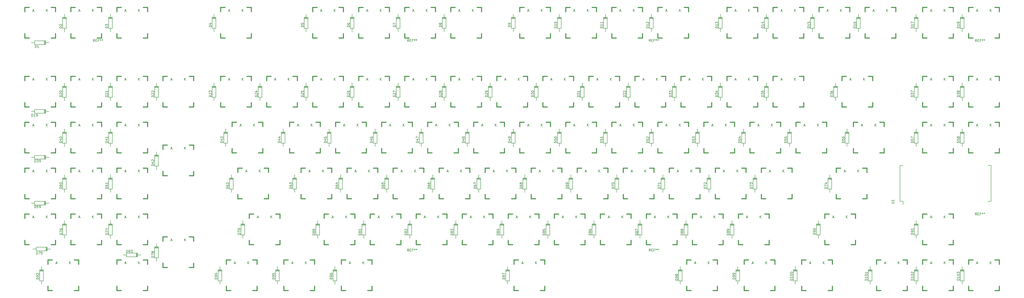
<source format=gto>
G04 #@! TF.FileFunction,Legend,Top*
%FSLAX46Y46*%
G04 Gerber Fmt 4.6, Leading zero omitted, Abs format (unit mm)*
G04 Created by KiCad (PCBNEW 4.0.2-stable) date Sunday, June 05, 2016 'AMt' 11:31:22 AM*
%MOMM*%
G01*
G04 APERTURE LIST*
%ADD10C,0.150000*%
%ADD11C,0.381000*%
G04 APERTURE END LIST*
D10*
X286277540Y-116666520D02*
X286277540Y-118063520D01*
X286277540Y-112221520D02*
X286277540Y-110697520D01*
X287039540Y-112602520D02*
X285515540Y-112602520D01*
X287039540Y-112348520D02*
X285515540Y-112348520D01*
X286277540Y-112094520D02*
X285515540Y-112094520D01*
X285515540Y-112094520D02*
X285515540Y-116666520D01*
X285515540Y-116666520D02*
X287039540Y-116666520D01*
X287039540Y-116666520D02*
X287039540Y-112094520D01*
X287039540Y-112094520D02*
X286277540Y-112094520D01*
X419627540Y-135716520D02*
X419627540Y-137113520D01*
X419627540Y-131271520D02*
X419627540Y-129747520D01*
X420389540Y-131652520D02*
X418865540Y-131652520D01*
X420389540Y-131398520D02*
X418865540Y-131398520D01*
X419627540Y-131144520D02*
X418865540Y-131144520D01*
X418865540Y-131144520D02*
X418865540Y-135716520D01*
X418865540Y-135716520D02*
X420389540Y-135716520D01*
X420389540Y-135716520D02*
X420389540Y-131144520D01*
X420389540Y-131144520D02*
X419627540Y-131144520D01*
D11*
X434975000Y-139700000D02*
X433197000Y-139700000D01*
X424053000Y-139700000D02*
X422275000Y-139700000D01*
X422275000Y-139700000D02*
X422275000Y-137922000D01*
X422275000Y-128778000D02*
X422275000Y-127000000D01*
X422275000Y-127000000D02*
X424053000Y-127000000D01*
X433197000Y-127000000D02*
X434975000Y-127000000D01*
X434975000Y-127000000D02*
X434975000Y-128778000D01*
X434975000Y-137922000D02*
X434975000Y-139700000D01*
D10*
X400577540Y-135716520D02*
X400577540Y-137113520D01*
X400577540Y-131271520D02*
X400577540Y-129747520D01*
X401339540Y-131652520D02*
X399815540Y-131652520D01*
X401339540Y-131398520D02*
X399815540Y-131398520D01*
X400577540Y-131144520D02*
X399815540Y-131144520D01*
X399815540Y-131144520D02*
X399815540Y-135716520D01*
X399815540Y-135716520D02*
X401339540Y-135716520D01*
X401339540Y-135716520D02*
X401339540Y-131144520D01*
X401339540Y-131144520D02*
X400577540Y-131144520D01*
D11*
X415925000Y-139700000D02*
X414147000Y-139700000D01*
X405003000Y-139700000D02*
X403225000Y-139700000D01*
X403225000Y-139700000D02*
X403225000Y-137922000D01*
X403225000Y-128778000D02*
X403225000Y-127000000D01*
X403225000Y-127000000D02*
X405003000Y-127000000D01*
X414147000Y-127000000D02*
X415925000Y-127000000D01*
X415925000Y-127000000D02*
X415925000Y-128778000D01*
X415925000Y-137922000D02*
X415925000Y-139700000D01*
D10*
X381527540Y-135716520D02*
X381527540Y-137113520D01*
X381527540Y-131271520D02*
X381527540Y-129747520D01*
X382289540Y-131652520D02*
X380765540Y-131652520D01*
X382289540Y-131398520D02*
X380765540Y-131398520D01*
X381527540Y-131144520D02*
X380765540Y-131144520D01*
X380765540Y-131144520D02*
X380765540Y-135716520D01*
X380765540Y-135716520D02*
X382289540Y-135716520D01*
X382289540Y-135716520D02*
X382289540Y-131144520D01*
X382289540Y-131144520D02*
X381527540Y-131144520D01*
D11*
X396875000Y-139700000D02*
X395097000Y-139700000D01*
X385953000Y-139700000D02*
X384175000Y-139700000D01*
X384175000Y-139700000D02*
X384175000Y-137922000D01*
X384175000Y-128778000D02*
X384175000Y-127000000D01*
X384175000Y-127000000D02*
X385953000Y-127000000D01*
X395097000Y-127000000D02*
X396875000Y-127000000D01*
X396875000Y-127000000D02*
X396875000Y-128778000D01*
X396875000Y-137922000D02*
X396875000Y-139700000D01*
D10*
X350571290Y-135716520D02*
X350571290Y-137113520D01*
X350571290Y-131271520D02*
X350571290Y-129747520D01*
X351333290Y-131652520D02*
X349809290Y-131652520D01*
X351333290Y-131398520D02*
X349809290Y-131398520D01*
X350571290Y-131144520D02*
X349809290Y-131144520D01*
X349809290Y-131144520D02*
X349809290Y-135716520D01*
X349809290Y-135716520D02*
X351333290Y-135716520D01*
X351333290Y-135716520D02*
X351333290Y-131144520D01*
X351333290Y-131144520D02*
X350571290Y-131144520D01*
D11*
X365918750Y-139700000D02*
X364140750Y-139700000D01*
X354996750Y-139700000D02*
X353218750Y-139700000D01*
X353218750Y-139700000D02*
X353218750Y-137922000D01*
X353218750Y-128778000D02*
X353218750Y-127000000D01*
X353218750Y-127000000D02*
X354996750Y-127000000D01*
X364140750Y-127000000D02*
X365918750Y-127000000D01*
X365918750Y-127000000D02*
X365918750Y-128778000D01*
X365918750Y-137922000D02*
X365918750Y-139700000D01*
D10*
X326758790Y-135716520D02*
X326758790Y-137113520D01*
X326758790Y-131271520D02*
X326758790Y-129747520D01*
X327520790Y-131652520D02*
X325996790Y-131652520D01*
X327520790Y-131398520D02*
X325996790Y-131398520D01*
X326758790Y-131144520D02*
X325996790Y-131144520D01*
X325996790Y-131144520D02*
X325996790Y-135716520D01*
X325996790Y-135716520D02*
X327520790Y-135716520D01*
X327520790Y-135716520D02*
X327520790Y-131144520D01*
X327520790Y-131144520D02*
X326758790Y-131144520D01*
D11*
X342106250Y-139700000D02*
X340328250Y-139700000D01*
X331184250Y-139700000D02*
X329406250Y-139700000D01*
X329406250Y-139700000D02*
X329406250Y-137922000D01*
X329406250Y-128778000D02*
X329406250Y-127000000D01*
X329406250Y-127000000D02*
X331184250Y-127000000D01*
X340328250Y-127000000D02*
X342106250Y-127000000D01*
X342106250Y-127000000D02*
X342106250Y-128778000D01*
X342106250Y-137922000D02*
X342106250Y-139700000D01*
D10*
X303000000Y-135716520D02*
X303000000Y-137113520D01*
X303000000Y-131271520D02*
X303000000Y-129747520D01*
X303762000Y-131652520D02*
X302238000Y-131652520D01*
X303762000Y-131398520D02*
X302238000Y-131398520D01*
X303000000Y-131144520D02*
X302238000Y-131144520D01*
X302238000Y-131144520D02*
X302238000Y-135716520D01*
X302238000Y-135716520D02*
X303762000Y-135716520D01*
X303762000Y-135716520D02*
X303762000Y-131144520D01*
X303762000Y-131144520D02*
X303000000Y-131144520D01*
D11*
X318293750Y-139700000D02*
X316515750Y-139700000D01*
X307371750Y-139700000D02*
X305593750Y-139700000D01*
X305593750Y-139700000D02*
X305593750Y-137922000D01*
X305593750Y-128778000D02*
X305593750Y-127000000D01*
X305593750Y-127000000D02*
X307371750Y-127000000D01*
X316515750Y-127000000D02*
X318293750Y-127000000D01*
X318293750Y-127000000D02*
X318293750Y-128778000D01*
X318293750Y-137922000D02*
X318293750Y-139700000D01*
D10*
X231508790Y-135716520D02*
X231508790Y-137113520D01*
X231508790Y-131271520D02*
X231508790Y-129747520D01*
X232270790Y-131652520D02*
X230746790Y-131652520D01*
X232270790Y-131398520D02*
X230746790Y-131398520D01*
X231508790Y-131144520D02*
X230746790Y-131144520D01*
X230746790Y-131144520D02*
X230746790Y-135716520D01*
X230746790Y-135716520D02*
X232270790Y-135716520D01*
X232270790Y-135716520D02*
X232270790Y-131144520D01*
X232270790Y-131144520D02*
X231508790Y-131144520D01*
D11*
X246856250Y-139700000D02*
X245078250Y-139700000D01*
X235934250Y-139700000D02*
X234156250Y-139700000D01*
X234156250Y-139700000D02*
X234156250Y-137922000D01*
X234156250Y-128778000D02*
X234156250Y-127000000D01*
X234156250Y-127000000D02*
X235934250Y-127000000D01*
X245078250Y-127000000D02*
X246856250Y-127000000D01*
X246856250Y-127000000D02*
X246856250Y-128778000D01*
X246856250Y-137922000D02*
X246856250Y-139700000D01*
D10*
X160071290Y-135716520D02*
X160071290Y-137113520D01*
X160071290Y-131271520D02*
X160071290Y-129747520D01*
X160833290Y-131652520D02*
X159309290Y-131652520D01*
X160833290Y-131398520D02*
X159309290Y-131398520D01*
X160071290Y-131144520D02*
X159309290Y-131144520D01*
X159309290Y-131144520D02*
X159309290Y-135716520D01*
X159309290Y-135716520D02*
X160833290Y-135716520D01*
X160833290Y-135716520D02*
X160833290Y-131144520D01*
X160833290Y-131144520D02*
X160071290Y-131144520D01*
D11*
X175418750Y-139700000D02*
X173640750Y-139700000D01*
X164496750Y-139700000D02*
X162718750Y-139700000D01*
X162718750Y-139700000D02*
X162718750Y-137922000D01*
X162718750Y-128778000D02*
X162718750Y-127000000D01*
X162718750Y-127000000D02*
X164496750Y-127000000D01*
X173640750Y-127000000D02*
X175418750Y-127000000D01*
X175418750Y-127000000D02*
X175418750Y-128778000D01*
X175418750Y-137922000D02*
X175418750Y-139700000D01*
D10*
X136258790Y-135716520D02*
X136258790Y-137113520D01*
X136258790Y-131271520D02*
X136258790Y-129747520D01*
X137020790Y-131652520D02*
X135496790Y-131652520D01*
X137020790Y-131398520D02*
X135496790Y-131398520D01*
X136258790Y-131144520D02*
X135496790Y-131144520D01*
X135496790Y-131144520D02*
X135496790Y-135716520D01*
X135496790Y-135716520D02*
X137020790Y-135716520D01*
X137020790Y-135716520D02*
X137020790Y-131144520D01*
X137020790Y-131144520D02*
X136258790Y-131144520D01*
D11*
X151606250Y-139700000D02*
X149828250Y-139700000D01*
X140684250Y-139700000D02*
X138906250Y-139700000D01*
X138906250Y-139700000D02*
X138906250Y-137922000D01*
X138906250Y-128778000D02*
X138906250Y-127000000D01*
X138906250Y-127000000D02*
X140684250Y-127000000D01*
X149828250Y-127000000D02*
X151606250Y-127000000D01*
X151606250Y-127000000D02*
X151606250Y-128778000D01*
X151606250Y-137922000D02*
X151606250Y-139700000D01*
D10*
X112446290Y-135716520D02*
X112446290Y-137113520D01*
X112446290Y-131271520D02*
X112446290Y-129747520D01*
X113208290Y-131652520D02*
X111684290Y-131652520D01*
X113208290Y-131398520D02*
X111684290Y-131398520D01*
X112446290Y-131144520D02*
X111684290Y-131144520D01*
X111684290Y-131144520D02*
X111684290Y-135716520D01*
X111684290Y-135716520D02*
X113208290Y-135716520D01*
X113208290Y-135716520D02*
X113208290Y-131144520D01*
X113208290Y-131144520D02*
X112446290Y-131144520D01*
D11*
X127793750Y-139700000D02*
X126015750Y-139700000D01*
X116871750Y-139700000D02*
X115093750Y-139700000D01*
X115093750Y-139700000D02*
X115093750Y-137922000D01*
X115093750Y-128778000D02*
X115093750Y-127000000D01*
X115093750Y-127000000D02*
X116871750Y-127000000D01*
X126015750Y-127000000D02*
X127793750Y-127000000D01*
X127793750Y-127000000D02*
X127793750Y-128778000D01*
X127793750Y-137922000D02*
X127793750Y-139700000D01*
D10*
X73794000Y-125000000D02*
X72397000Y-125000000D01*
X78239000Y-125000000D02*
X79763000Y-125000000D01*
X77858000Y-125762000D02*
X77858000Y-124238000D01*
X78112000Y-125762000D02*
X78112000Y-124238000D01*
X78366000Y-125000000D02*
X78366000Y-124238000D01*
X78366000Y-124238000D02*
X73794000Y-124238000D01*
X73794000Y-124238000D02*
X73794000Y-125762000D01*
X73794000Y-125762000D02*
X78366000Y-125762000D01*
X78366000Y-125762000D02*
X78366000Y-125000000D01*
D11*
X82550000Y-139700000D02*
X80772000Y-139700000D01*
X71628000Y-139700000D02*
X69850000Y-139700000D01*
X69850000Y-139700000D02*
X69850000Y-137922000D01*
X69850000Y-128778000D02*
X69850000Y-127000000D01*
X69850000Y-127000000D02*
X71628000Y-127000000D01*
X80772000Y-127000000D02*
X82550000Y-127000000D01*
X82550000Y-127000000D02*
X82550000Y-128778000D01*
X82550000Y-137922000D02*
X82550000Y-139700000D01*
D10*
X38627540Y-135716520D02*
X38627540Y-137113520D01*
X38627540Y-131271520D02*
X38627540Y-129747520D01*
X39389540Y-131652520D02*
X37865540Y-131652520D01*
X39389540Y-131398520D02*
X37865540Y-131398520D01*
X38627540Y-131144520D02*
X37865540Y-131144520D01*
X37865540Y-131144520D02*
X37865540Y-135716520D01*
X37865540Y-135716520D02*
X39389540Y-135716520D01*
X39389540Y-135716520D02*
X39389540Y-131144520D01*
X39389540Y-131144520D02*
X38627540Y-131144520D01*
D11*
X53975000Y-139700000D02*
X52197000Y-139700000D01*
X43053000Y-139700000D02*
X41275000Y-139700000D01*
X41275000Y-139700000D02*
X41275000Y-137922000D01*
X41275000Y-128778000D02*
X41275000Y-127000000D01*
X41275000Y-127000000D02*
X43053000Y-127000000D01*
X52197000Y-127000000D02*
X53975000Y-127000000D01*
X53975000Y-127000000D02*
X53975000Y-128778000D01*
X53975000Y-137922000D02*
X53975000Y-139700000D01*
D10*
X400577540Y-116666520D02*
X400577540Y-118063520D01*
X400577540Y-112221520D02*
X400577540Y-110697520D01*
X401339540Y-112602520D02*
X399815540Y-112602520D01*
X401339540Y-112348520D02*
X399815540Y-112348520D01*
X400577540Y-112094520D02*
X399815540Y-112094520D01*
X399815540Y-112094520D02*
X399815540Y-116666520D01*
X399815540Y-116666520D02*
X401339540Y-116666520D01*
X401339540Y-116666520D02*
X401339540Y-112094520D01*
X401339540Y-112094520D02*
X400577540Y-112094520D01*
D11*
X415925000Y-120650000D02*
X414147000Y-120650000D01*
X405003000Y-120650000D02*
X403225000Y-120650000D01*
X403225000Y-120650000D02*
X403225000Y-118872000D01*
X403225000Y-109728000D02*
X403225000Y-107950000D01*
X403225000Y-107950000D02*
X405003000Y-107950000D01*
X414147000Y-107950000D02*
X415925000Y-107950000D01*
X415925000Y-107950000D02*
X415925000Y-109728000D01*
X415925000Y-118872000D02*
X415925000Y-120650000D01*
D10*
X360096290Y-116666520D02*
X360096290Y-118063520D01*
X360096290Y-112221520D02*
X360096290Y-110697520D01*
X360858290Y-112602520D02*
X359334290Y-112602520D01*
X360858290Y-112348520D02*
X359334290Y-112348520D01*
X360096290Y-112094520D02*
X359334290Y-112094520D01*
X359334290Y-112094520D02*
X359334290Y-116666520D01*
X359334290Y-116666520D02*
X360858290Y-116666520D01*
X360858290Y-116666520D02*
X360858290Y-112094520D01*
X360858290Y-112094520D02*
X360096290Y-112094520D01*
D11*
X375443750Y-120650000D02*
X373665750Y-120650000D01*
X364521750Y-120650000D02*
X362743750Y-120650000D01*
X362743750Y-120650000D02*
X362743750Y-118872000D01*
X362743750Y-109728000D02*
X362743750Y-107950000D01*
X362743750Y-107950000D02*
X364521750Y-107950000D01*
X373665750Y-107950000D02*
X375443750Y-107950000D01*
X375443750Y-107950000D02*
X375443750Y-109728000D01*
X375443750Y-118872000D02*
X375443750Y-120650000D01*
D10*
X324377540Y-116666520D02*
X324377540Y-118063520D01*
X324377540Y-112221520D02*
X324377540Y-110697520D01*
X325139540Y-112602520D02*
X323615540Y-112602520D01*
X325139540Y-112348520D02*
X323615540Y-112348520D01*
X324377540Y-112094520D02*
X323615540Y-112094520D01*
X323615540Y-112094520D02*
X323615540Y-116666520D01*
X323615540Y-116666520D02*
X325139540Y-116666520D01*
X325139540Y-116666520D02*
X325139540Y-112094520D01*
X325139540Y-112094520D02*
X324377540Y-112094520D01*
D11*
X339725000Y-120650000D02*
X337947000Y-120650000D01*
X328803000Y-120650000D02*
X327025000Y-120650000D01*
X327025000Y-120650000D02*
X327025000Y-118872000D01*
X327025000Y-109728000D02*
X327025000Y-107950000D01*
X327025000Y-107950000D02*
X328803000Y-107950000D01*
X337947000Y-107950000D02*
X339725000Y-107950000D01*
X339725000Y-107950000D02*
X339725000Y-109728000D01*
X339725000Y-118872000D02*
X339725000Y-120650000D01*
D10*
X305327540Y-116666520D02*
X305327540Y-118063520D01*
X305327540Y-112221520D02*
X305327540Y-110697520D01*
X306089540Y-112602520D02*
X304565540Y-112602520D01*
X306089540Y-112348520D02*
X304565540Y-112348520D01*
X305327540Y-112094520D02*
X304565540Y-112094520D01*
X304565540Y-112094520D02*
X304565540Y-116666520D01*
X304565540Y-116666520D02*
X306089540Y-116666520D01*
X306089540Y-116666520D02*
X306089540Y-112094520D01*
X306089540Y-112094520D02*
X305327540Y-112094520D01*
D11*
X320675000Y-120650000D02*
X318897000Y-120650000D01*
X309753000Y-120650000D02*
X307975000Y-120650000D01*
X307975000Y-120650000D02*
X307975000Y-118872000D01*
X307975000Y-109728000D02*
X307975000Y-107950000D01*
X307975000Y-107950000D02*
X309753000Y-107950000D01*
X318897000Y-107950000D02*
X320675000Y-107950000D01*
X320675000Y-107950000D02*
X320675000Y-109728000D01*
X320675000Y-118872000D02*
X320675000Y-120650000D01*
X301625000Y-120650000D02*
X299847000Y-120650000D01*
X290703000Y-120650000D02*
X288925000Y-120650000D01*
X288925000Y-120650000D02*
X288925000Y-118872000D01*
X288925000Y-109728000D02*
X288925000Y-107950000D01*
X288925000Y-107950000D02*
X290703000Y-107950000D01*
X299847000Y-107950000D02*
X301625000Y-107950000D01*
X301625000Y-107950000D02*
X301625000Y-109728000D01*
X301625000Y-118872000D02*
X301625000Y-120650000D01*
D10*
X267227540Y-116666520D02*
X267227540Y-118063520D01*
X267227540Y-112221520D02*
X267227540Y-110697520D01*
X267989540Y-112602520D02*
X266465540Y-112602520D01*
X267989540Y-112348520D02*
X266465540Y-112348520D01*
X267227540Y-112094520D02*
X266465540Y-112094520D01*
X266465540Y-112094520D02*
X266465540Y-116666520D01*
X266465540Y-116666520D02*
X267989540Y-116666520D01*
X267989540Y-116666520D02*
X267989540Y-112094520D01*
X267989540Y-112094520D02*
X267227540Y-112094520D01*
D11*
X282575000Y-120650000D02*
X280797000Y-120650000D01*
X271653000Y-120650000D02*
X269875000Y-120650000D01*
X269875000Y-120650000D02*
X269875000Y-118872000D01*
X269875000Y-109728000D02*
X269875000Y-107950000D01*
X269875000Y-107950000D02*
X271653000Y-107950000D01*
X280797000Y-107950000D02*
X282575000Y-107950000D01*
X282575000Y-107950000D02*
X282575000Y-109728000D01*
X282575000Y-118872000D02*
X282575000Y-120650000D01*
D10*
X248177540Y-116666520D02*
X248177540Y-118063520D01*
X248177540Y-112221520D02*
X248177540Y-110697520D01*
X248939540Y-112602520D02*
X247415540Y-112602520D01*
X248939540Y-112348520D02*
X247415540Y-112348520D01*
X248177540Y-112094520D02*
X247415540Y-112094520D01*
X247415540Y-112094520D02*
X247415540Y-116666520D01*
X247415540Y-116666520D02*
X248939540Y-116666520D01*
X248939540Y-116666520D02*
X248939540Y-112094520D01*
X248939540Y-112094520D02*
X248177540Y-112094520D01*
D11*
X263525000Y-120650000D02*
X261747000Y-120650000D01*
X252603000Y-120650000D02*
X250825000Y-120650000D01*
X250825000Y-120650000D02*
X250825000Y-118872000D01*
X250825000Y-109728000D02*
X250825000Y-107950000D01*
X250825000Y-107950000D02*
X252603000Y-107950000D01*
X261747000Y-107950000D02*
X263525000Y-107950000D01*
X263525000Y-107950000D02*
X263525000Y-109728000D01*
X263525000Y-118872000D02*
X263525000Y-120650000D01*
D10*
X229127540Y-116666520D02*
X229127540Y-118063520D01*
X229127540Y-112221520D02*
X229127540Y-110697520D01*
X229889540Y-112602520D02*
X228365540Y-112602520D01*
X229889540Y-112348520D02*
X228365540Y-112348520D01*
X229127540Y-112094520D02*
X228365540Y-112094520D01*
X228365540Y-112094520D02*
X228365540Y-116666520D01*
X228365540Y-116666520D02*
X229889540Y-116666520D01*
X229889540Y-116666520D02*
X229889540Y-112094520D01*
X229889540Y-112094520D02*
X229127540Y-112094520D01*
D11*
X244475000Y-120650000D02*
X242697000Y-120650000D01*
X233553000Y-120650000D02*
X231775000Y-120650000D01*
X231775000Y-120650000D02*
X231775000Y-118872000D01*
X231775000Y-109728000D02*
X231775000Y-107950000D01*
X231775000Y-107950000D02*
X233553000Y-107950000D01*
X242697000Y-107950000D02*
X244475000Y-107950000D01*
X244475000Y-107950000D02*
X244475000Y-109728000D01*
X244475000Y-118872000D02*
X244475000Y-120650000D01*
D10*
X210077540Y-116666520D02*
X210077540Y-118063520D01*
X210077540Y-112221520D02*
X210077540Y-110697520D01*
X210839540Y-112602520D02*
X209315540Y-112602520D01*
X210839540Y-112348520D02*
X209315540Y-112348520D01*
X210077540Y-112094520D02*
X209315540Y-112094520D01*
X209315540Y-112094520D02*
X209315540Y-116666520D01*
X209315540Y-116666520D02*
X210839540Y-116666520D01*
X210839540Y-116666520D02*
X210839540Y-112094520D01*
X210839540Y-112094520D02*
X210077540Y-112094520D01*
D11*
X225425000Y-120650000D02*
X223647000Y-120650000D01*
X214503000Y-120650000D02*
X212725000Y-120650000D01*
X212725000Y-120650000D02*
X212725000Y-118872000D01*
X212725000Y-109728000D02*
X212725000Y-107950000D01*
X212725000Y-107950000D02*
X214503000Y-107950000D01*
X223647000Y-107950000D02*
X225425000Y-107950000D01*
X225425000Y-107950000D02*
X225425000Y-109728000D01*
X225425000Y-118872000D02*
X225425000Y-120650000D01*
D10*
X191027540Y-116666520D02*
X191027540Y-118063520D01*
X191027540Y-112221520D02*
X191027540Y-110697520D01*
X191789540Y-112602520D02*
X190265540Y-112602520D01*
X191789540Y-112348520D02*
X190265540Y-112348520D01*
X191027540Y-112094520D02*
X190265540Y-112094520D01*
X190265540Y-112094520D02*
X190265540Y-116666520D01*
X190265540Y-116666520D02*
X191789540Y-116666520D01*
X191789540Y-116666520D02*
X191789540Y-112094520D01*
X191789540Y-112094520D02*
X191027540Y-112094520D01*
D11*
X206375000Y-120650000D02*
X204597000Y-120650000D01*
X195453000Y-120650000D02*
X193675000Y-120650000D01*
X193675000Y-120650000D02*
X193675000Y-118872000D01*
X193675000Y-109728000D02*
X193675000Y-107950000D01*
X193675000Y-107950000D02*
X195453000Y-107950000D01*
X204597000Y-107950000D02*
X206375000Y-107950000D01*
X206375000Y-107950000D02*
X206375000Y-109728000D01*
X206375000Y-118872000D02*
X206375000Y-120650000D01*
D10*
X171977540Y-116666520D02*
X171977540Y-118063520D01*
X171977540Y-112221520D02*
X171977540Y-110697520D01*
X172739540Y-112602520D02*
X171215540Y-112602520D01*
X172739540Y-112348520D02*
X171215540Y-112348520D01*
X171977540Y-112094520D02*
X171215540Y-112094520D01*
X171215540Y-112094520D02*
X171215540Y-116666520D01*
X171215540Y-116666520D02*
X172739540Y-116666520D01*
X172739540Y-116666520D02*
X172739540Y-112094520D01*
X172739540Y-112094520D02*
X171977540Y-112094520D01*
D11*
X187325000Y-120650000D02*
X185547000Y-120650000D01*
X176403000Y-120650000D02*
X174625000Y-120650000D01*
X174625000Y-120650000D02*
X174625000Y-118872000D01*
X174625000Y-109728000D02*
X174625000Y-107950000D01*
X174625000Y-107950000D02*
X176403000Y-107950000D01*
X185547000Y-107950000D02*
X187325000Y-107950000D01*
X187325000Y-107950000D02*
X187325000Y-109728000D01*
X187325000Y-118872000D02*
X187325000Y-120650000D01*
D10*
X152927540Y-116666520D02*
X152927540Y-118063520D01*
X152927540Y-112221520D02*
X152927540Y-110697520D01*
X153689540Y-112602520D02*
X152165540Y-112602520D01*
X153689540Y-112348520D02*
X152165540Y-112348520D01*
X152927540Y-112094520D02*
X152165540Y-112094520D01*
X152165540Y-112094520D02*
X152165540Y-116666520D01*
X152165540Y-116666520D02*
X153689540Y-116666520D01*
X153689540Y-116666520D02*
X153689540Y-112094520D01*
X153689540Y-112094520D02*
X152927540Y-112094520D01*
D11*
X168275000Y-120650000D02*
X166497000Y-120650000D01*
X157353000Y-120650000D02*
X155575000Y-120650000D01*
X155575000Y-120650000D02*
X155575000Y-118872000D01*
X155575000Y-109728000D02*
X155575000Y-107950000D01*
X155575000Y-107950000D02*
X157353000Y-107950000D01*
X166497000Y-107950000D02*
X168275000Y-107950000D01*
X168275000Y-107950000D02*
X168275000Y-109728000D01*
X168275000Y-118872000D02*
X168275000Y-120650000D01*
D10*
X121971290Y-116666520D02*
X121971290Y-118063520D01*
X121971290Y-112221520D02*
X121971290Y-110697520D01*
X122733290Y-112602520D02*
X121209290Y-112602520D01*
X122733290Y-112348520D02*
X121209290Y-112348520D01*
X121971290Y-112094520D02*
X121209290Y-112094520D01*
X121209290Y-112094520D02*
X121209290Y-116666520D01*
X121209290Y-116666520D02*
X122733290Y-116666520D01*
X122733290Y-116666520D02*
X122733290Y-112094520D01*
X122733290Y-112094520D02*
X121971290Y-112094520D01*
D11*
X137318750Y-120650000D02*
X135540750Y-120650000D01*
X126396750Y-120650000D02*
X124618750Y-120650000D01*
X124618750Y-120650000D02*
X124618750Y-118872000D01*
X124618750Y-109728000D02*
X124618750Y-107950000D01*
X124618750Y-107950000D02*
X126396750Y-107950000D01*
X135540750Y-107950000D02*
X137318750Y-107950000D01*
X137318750Y-107950000D02*
X137318750Y-109728000D01*
X137318750Y-118872000D02*
X137318750Y-120650000D01*
D10*
X86252540Y-126191520D02*
X86252540Y-127588520D01*
X86252540Y-121746520D02*
X86252540Y-120222520D01*
X87014540Y-122127520D02*
X85490540Y-122127520D01*
X87014540Y-121873520D02*
X85490540Y-121873520D01*
X86252540Y-121619520D02*
X85490540Y-121619520D01*
X85490540Y-121619520D02*
X85490540Y-126191520D01*
X85490540Y-126191520D02*
X87014540Y-126191520D01*
X87014540Y-126191520D02*
X87014540Y-121619520D01*
X87014540Y-121619520D02*
X86252540Y-121619520D01*
D11*
X101600000Y-130175000D02*
X99822000Y-130175000D01*
X90678000Y-130175000D02*
X88900000Y-130175000D01*
X88900000Y-130175000D02*
X88900000Y-128397000D01*
X88900000Y-119253000D02*
X88900000Y-117475000D01*
X88900000Y-117475000D02*
X90678000Y-117475000D01*
X99822000Y-117475000D02*
X101600000Y-117475000D01*
X101600000Y-117475000D02*
X101600000Y-119253000D01*
X101600000Y-128397000D02*
X101600000Y-130175000D01*
D10*
X67202540Y-116666520D02*
X67202540Y-118063520D01*
X67202540Y-112221520D02*
X67202540Y-110697520D01*
X67964540Y-112602520D02*
X66440540Y-112602520D01*
X67964540Y-112348520D02*
X66440540Y-112348520D01*
X67202540Y-112094520D02*
X66440540Y-112094520D01*
X66440540Y-112094520D02*
X66440540Y-116666520D01*
X66440540Y-116666520D02*
X67964540Y-116666520D01*
X67964540Y-116666520D02*
X67964540Y-112094520D01*
X67964540Y-112094520D02*
X67202540Y-112094520D01*
D11*
X82550000Y-120650000D02*
X80772000Y-120650000D01*
X71628000Y-120650000D02*
X69850000Y-120650000D01*
X69850000Y-120650000D02*
X69850000Y-118872000D01*
X69850000Y-109728000D02*
X69850000Y-107950000D01*
X69850000Y-107950000D02*
X71628000Y-107950000D01*
X80772000Y-107950000D02*
X82550000Y-107950000D01*
X82550000Y-107950000D02*
X82550000Y-109728000D01*
X82550000Y-118872000D02*
X82550000Y-120650000D01*
D10*
X48152540Y-116666520D02*
X48152540Y-118063520D01*
X48152540Y-112221520D02*
X48152540Y-110697520D01*
X48914540Y-112602520D02*
X47390540Y-112602520D01*
X48914540Y-112348520D02*
X47390540Y-112348520D01*
X48152540Y-112094520D02*
X47390540Y-112094520D01*
X47390540Y-112094520D02*
X47390540Y-116666520D01*
X47390540Y-116666520D02*
X48914540Y-116666520D01*
X48914540Y-116666520D02*
X48914540Y-112094520D01*
X48914540Y-112094520D02*
X48152540Y-112094520D01*
D11*
X63500000Y-120650000D02*
X61722000Y-120650000D01*
X52578000Y-120650000D02*
X50800000Y-120650000D01*
X50800000Y-120650000D02*
X50800000Y-118872000D01*
X50800000Y-109728000D02*
X50800000Y-107950000D01*
X50800000Y-107950000D02*
X52578000Y-107950000D01*
X61722000Y-107950000D02*
X63500000Y-107950000D01*
X63500000Y-107950000D02*
X63500000Y-109728000D01*
X63500000Y-118872000D02*
X63500000Y-120650000D01*
D10*
X36449000Y-122555000D02*
X35052000Y-122555000D01*
X40894000Y-122555000D02*
X42418000Y-122555000D01*
X40513000Y-123317000D02*
X40513000Y-121793000D01*
X40767000Y-123317000D02*
X40767000Y-121793000D01*
X41021000Y-122555000D02*
X41021000Y-121793000D01*
X41021000Y-121793000D02*
X36449000Y-121793000D01*
X36449000Y-121793000D02*
X36449000Y-123317000D01*
X36449000Y-123317000D02*
X41021000Y-123317000D01*
X41021000Y-123317000D02*
X41021000Y-122555000D01*
D11*
X44450000Y-120650000D02*
X42672000Y-120650000D01*
X33528000Y-120650000D02*
X31750000Y-120650000D01*
X31750000Y-120650000D02*
X31750000Y-118872000D01*
X31750000Y-109728000D02*
X31750000Y-107950000D01*
X31750000Y-107950000D02*
X33528000Y-107950000D01*
X42672000Y-107950000D02*
X44450000Y-107950000D01*
X44450000Y-107950000D02*
X44450000Y-109728000D01*
X44450000Y-118872000D02*
X44450000Y-120650000D01*
D10*
X364858790Y-97616520D02*
X364858790Y-99013520D01*
X364858790Y-93171520D02*
X364858790Y-91647520D01*
X365620790Y-93552520D02*
X364096790Y-93552520D01*
X365620790Y-93298520D02*
X364096790Y-93298520D01*
X364858790Y-93044520D02*
X364096790Y-93044520D01*
X364096790Y-93044520D02*
X364096790Y-97616520D01*
X364096790Y-97616520D02*
X365620790Y-97616520D01*
X365620790Y-97616520D02*
X365620790Y-93044520D01*
X365620790Y-93044520D02*
X364858790Y-93044520D01*
D11*
X380206250Y-101600000D02*
X378428250Y-101600000D01*
X369284250Y-101600000D02*
X367506250Y-101600000D01*
X367506250Y-101600000D02*
X367506250Y-99822000D01*
X367506250Y-90678000D02*
X367506250Y-88900000D01*
X367506250Y-88900000D02*
X369284250Y-88900000D01*
X378428250Y-88900000D02*
X380206250Y-88900000D01*
X380206250Y-88900000D02*
X380206250Y-90678000D01*
X380206250Y-99822000D02*
X380206250Y-101600000D01*
D10*
X333902540Y-97616520D02*
X333902540Y-99013520D01*
X333902540Y-93171520D02*
X333902540Y-91647520D01*
X334664540Y-93552520D02*
X333140540Y-93552520D01*
X334664540Y-93298520D02*
X333140540Y-93298520D01*
X333902540Y-93044520D02*
X333140540Y-93044520D01*
X333140540Y-93044520D02*
X333140540Y-97616520D01*
X333140540Y-97616520D02*
X334664540Y-97616520D01*
X334664540Y-97616520D02*
X334664540Y-93044520D01*
X334664540Y-93044520D02*
X333902540Y-93044520D01*
D11*
X349250000Y-101600000D02*
X347472000Y-101600000D01*
X338328000Y-101600000D02*
X336550000Y-101600000D01*
X336550000Y-101600000D02*
X336550000Y-99822000D01*
X336550000Y-90678000D02*
X336550000Y-88900000D01*
X336550000Y-88900000D02*
X338328000Y-88900000D01*
X347472000Y-88900000D02*
X349250000Y-88900000D01*
X349250000Y-88900000D02*
X349250000Y-90678000D01*
X349250000Y-99822000D02*
X349250000Y-101600000D01*
D10*
X314852540Y-97616520D02*
X314852540Y-99013520D01*
X314852540Y-93171520D02*
X314852540Y-91647520D01*
X315614540Y-93552520D02*
X314090540Y-93552520D01*
X315614540Y-93298520D02*
X314090540Y-93298520D01*
X314852540Y-93044520D02*
X314090540Y-93044520D01*
X314090540Y-93044520D02*
X314090540Y-97616520D01*
X314090540Y-97616520D02*
X315614540Y-97616520D01*
X315614540Y-97616520D02*
X315614540Y-93044520D01*
X315614540Y-93044520D02*
X314852540Y-93044520D01*
D11*
X330200000Y-101600000D02*
X328422000Y-101600000D01*
X319278000Y-101600000D02*
X317500000Y-101600000D01*
X317500000Y-101600000D02*
X317500000Y-99822000D01*
X317500000Y-90678000D02*
X317500000Y-88900000D01*
X317500000Y-88900000D02*
X319278000Y-88900000D01*
X328422000Y-88900000D02*
X330200000Y-88900000D01*
X330200000Y-88900000D02*
X330200000Y-90678000D01*
X330200000Y-99822000D02*
X330200000Y-101600000D01*
D10*
X295802540Y-97616520D02*
X295802540Y-99013520D01*
X295802540Y-93171520D02*
X295802540Y-91647520D01*
X296564540Y-93552520D02*
X295040540Y-93552520D01*
X296564540Y-93298520D02*
X295040540Y-93298520D01*
X295802540Y-93044520D02*
X295040540Y-93044520D01*
X295040540Y-93044520D02*
X295040540Y-97616520D01*
X295040540Y-97616520D02*
X296564540Y-97616520D01*
X296564540Y-97616520D02*
X296564540Y-93044520D01*
X296564540Y-93044520D02*
X295802540Y-93044520D01*
D11*
X311150000Y-101600000D02*
X309372000Y-101600000D01*
X300228000Y-101600000D02*
X298450000Y-101600000D01*
X298450000Y-101600000D02*
X298450000Y-99822000D01*
X298450000Y-90678000D02*
X298450000Y-88900000D01*
X298450000Y-88900000D02*
X300228000Y-88900000D01*
X309372000Y-88900000D02*
X311150000Y-88900000D01*
X311150000Y-88900000D02*
X311150000Y-90678000D01*
X311150000Y-99822000D02*
X311150000Y-101600000D01*
D10*
X276752540Y-97616520D02*
X276752540Y-99013520D01*
X276752540Y-93171520D02*
X276752540Y-91647520D01*
X277514540Y-93552520D02*
X275990540Y-93552520D01*
X277514540Y-93298520D02*
X275990540Y-93298520D01*
X276752540Y-93044520D02*
X275990540Y-93044520D01*
X275990540Y-93044520D02*
X275990540Y-97616520D01*
X275990540Y-97616520D02*
X277514540Y-97616520D01*
X277514540Y-97616520D02*
X277514540Y-93044520D01*
X277514540Y-93044520D02*
X276752540Y-93044520D01*
D11*
X292100000Y-101600000D02*
X290322000Y-101600000D01*
X281178000Y-101600000D02*
X279400000Y-101600000D01*
X279400000Y-101600000D02*
X279400000Y-99822000D01*
X279400000Y-90678000D02*
X279400000Y-88900000D01*
X279400000Y-88900000D02*
X281178000Y-88900000D01*
X290322000Y-88900000D02*
X292100000Y-88900000D01*
X292100000Y-88900000D02*
X292100000Y-90678000D01*
X292100000Y-99822000D02*
X292100000Y-101600000D01*
D10*
X257702540Y-97616520D02*
X257702540Y-99013520D01*
X257702540Y-93171520D02*
X257702540Y-91647520D01*
X258464540Y-93552520D02*
X256940540Y-93552520D01*
X258464540Y-93298520D02*
X256940540Y-93298520D01*
X257702540Y-93044520D02*
X256940540Y-93044520D01*
X256940540Y-93044520D02*
X256940540Y-97616520D01*
X256940540Y-97616520D02*
X258464540Y-97616520D01*
X258464540Y-97616520D02*
X258464540Y-93044520D01*
X258464540Y-93044520D02*
X257702540Y-93044520D01*
D11*
X273050000Y-101600000D02*
X271272000Y-101600000D01*
X262128000Y-101600000D02*
X260350000Y-101600000D01*
X260350000Y-101600000D02*
X260350000Y-99822000D01*
X260350000Y-90678000D02*
X260350000Y-88900000D01*
X260350000Y-88900000D02*
X262128000Y-88900000D01*
X271272000Y-88900000D02*
X273050000Y-88900000D01*
X273050000Y-88900000D02*
X273050000Y-90678000D01*
X273050000Y-99822000D02*
X273050000Y-101600000D01*
D10*
X238652540Y-97616520D02*
X238652540Y-99013520D01*
X238652540Y-93171520D02*
X238652540Y-91647520D01*
X239414540Y-93552520D02*
X237890540Y-93552520D01*
X239414540Y-93298520D02*
X237890540Y-93298520D01*
X238652540Y-93044520D02*
X237890540Y-93044520D01*
X237890540Y-93044520D02*
X237890540Y-97616520D01*
X237890540Y-97616520D02*
X239414540Y-97616520D01*
X239414540Y-97616520D02*
X239414540Y-93044520D01*
X239414540Y-93044520D02*
X238652540Y-93044520D01*
D11*
X254000000Y-101600000D02*
X252222000Y-101600000D01*
X243078000Y-101600000D02*
X241300000Y-101600000D01*
X241300000Y-101600000D02*
X241300000Y-99822000D01*
X241300000Y-90678000D02*
X241300000Y-88900000D01*
X241300000Y-88900000D02*
X243078000Y-88900000D01*
X252222000Y-88900000D02*
X254000000Y-88900000D01*
X254000000Y-88900000D02*
X254000000Y-90678000D01*
X254000000Y-99822000D02*
X254000000Y-101600000D01*
D10*
X219602540Y-97616520D02*
X219602540Y-99013520D01*
X219602540Y-93171520D02*
X219602540Y-91647520D01*
X220364540Y-93552520D02*
X218840540Y-93552520D01*
X220364540Y-93298520D02*
X218840540Y-93298520D01*
X219602540Y-93044520D02*
X218840540Y-93044520D01*
X218840540Y-93044520D02*
X218840540Y-97616520D01*
X218840540Y-97616520D02*
X220364540Y-97616520D01*
X220364540Y-97616520D02*
X220364540Y-93044520D01*
X220364540Y-93044520D02*
X219602540Y-93044520D01*
D11*
X234950000Y-101600000D02*
X233172000Y-101600000D01*
X224028000Y-101600000D02*
X222250000Y-101600000D01*
X222250000Y-101600000D02*
X222250000Y-99822000D01*
X222250000Y-90678000D02*
X222250000Y-88900000D01*
X222250000Y-88900000D02*
X224028000Y-88900000D01*
X233172000Y-88900000D02*
X234950000Y-88900000D01*
X234950000Y-88900000D02*
X234950000Y-90678000D01*
X234950000Y-99822000D02*
X234950000Y-101600000D01*
D10*
X200552540Y-97616520D02*
X200552540Y-99013520D01*
X200552540Y-93171520D02*
X200552540Y-91647520D01*
X201314540Y-93552520D02*
X199790540Y-93552520D01*
X201314540Y-93298520D02*
X199790540Y-93298520D01*
X200552540Y-93044520D02*
X199790540Y-93044520D01*
X199790540Y-93044520D02*
X199790540Y-97616520D01*
X199790540Y-97616520D02*
X201314540Y-97616520D01*
X201314540Y-97616520D02*
X201314540Y-93044520D01*
X201314540Y-93044520D02*
X200552540Y-93044520D01*
D11*
X215900000Y-101600000D02*
X214122000Y-101600000D01*
X204978000Y-101600000D02*
X203200000Y-101600000D01*
X203200000Y-101600000D02*
X203200000Y-99822000D01*
X203200000Y-90678000D02*
X203200000Y-88900000D01*
X203200000Y-88900000D02*
X204978000Y-88900000D01*
X214122000Y-88900000D02*
X215900000Y-88900000D01*
X215900000Y-88900000D02*
X215900000Y-90678000D01*
X215900000Y-99822000D02*
X215900000Y-101600000D01*
D10*
X181502540Y-97616520D02*
X181502540Y-99013520D01*
X181502540Y-93171520D02*
X181502540Y-91647520D01*
X182264540Y-93552520D02*
X180740540Y-93552520D01*
X182264540Y-93298520D02*
X180740540Y-93298520D01*
X181502540Y-93044520D02*
X180740540Y-93044520D01*
X180740540Y-93044520D02*
X180740540Y-97616520D01*
X180740540Y-97616520D02*
X182264540Y-97616520D01*
X182264540Y-97616520D02*
X182264540Y-93044520D01*
X182264540Y-93044520D02*
X181502540Y-93044520D01*
D11*
X196850000Y-101600000D02*
X195072000Y-101600000D01*
X185928000Y-101600000D02*
X184150000Y-101600000D01*
X184150000Y-101600000D02*
X184150000Y-99822000D01*
X184150000Y-90678000D02*
X184150000Y-88900000D01*
X184150000Y-88900000D02*
X185928000Y-88900000D01*
X195072000Y-88900000D02*
X196850000Y-88900000D01*
X196850000Y-88900000D02*
X196850000Y-90678000D01*
X196850000Y-99822000D02*
X196850000Y-101600000D01*
D10*
X162452540Y-97616520D02*
X162452540Y-99013520D01*
X162452540Y-93171520D02*
X162452540Y-91647520D01*
X163214540Y-93552520D02*
X161690540Y-93552520D01*
X163214540Y-93298520D02*
X161690540Y-93298520D01*
X162452540Y-93044520D02*
X161690540Y-93044520D01*
X161690540Y-93044520D02*
X161690540Y-97616520D01*
X161690540Y-97616520D02*
X163214540Y-97616520D01*
X163214540Y-97616520D02*
X163214540Y-93044520D01*
X163214540Y-93044520D02*
X162452540Y-93044520D01*
D11*
X177800000Y-101600000D02*
X176022000Y-101600000D01*
X166878000Y-101600000D02*
X165100000Y-101600000D01*
X165100000Y-101600000D02*
X165100000Y-99822000D01*
X165100000Y-90678000D02*
X165100000Y-88900000D01*
X165100000Y-88900000D02*
X166878000Y-88900000D01*
X176022000Y-88900000D02*
X177800000Y-88900000D01*
X177800000Y-88900000D02*
X177800000Y-90678000D01*
X177800000Y-99822000D02*
X177800000Y-101600000D01*
D10*
X143402540Y-97616520D02*
X143402540Y-99013520D01*
X143402540Y-93171520D02*
X143402540Y-91647520D01*
X144164540Y-93552520D02*
X142640540Y-93552520D01*
X144164540Y-93298520D02*
X142640540Y-93298520D01*
X143402540Y-93044520D02*
X142640540Y-93044520D01*
X142640540Y-93044520D02*
X142640540Y-97616520D01*
X142640540Y-97616520D02*
X144164540Y-97616520D01*
X144164540Y-97616520D02*
X144164540Y-93044520D01*
X144164540Y-93044520D02*
X143402540Y-93044520D01*
D11*
X158750000Y-101600000D02*
X156972000Y-101600000D01*
X147828000Y-101600000D02*
X146050000Y-101600000D01*
X146050000Y-101600000D02*
X146050000Y-99822000D01*
X146050000Y-90678000D02*
X146050000Y-88900000D01*
X146050000Y-88900000D02*
X147828000Y-88900000D01*
X156972000Y-88900000D02*
X158750000Y-88900000D01*
X158750000Y-88900000D02*
X158750000Y-90678000D01*
X158750000Y-99822000D02*
X158750000Y-101600000D01*
D10*
X117208790Y-97616520D02*
X117208790Y-99013520D01*
X117208790Y-93171520D02*
X117208790Y-91647520D01*
X117970790Y-93552520D02*
X116446790Y-93552520D01*
X117970790Y-93298520D02*
X116446790Y-93298520D01*
X117208790Y-93044520D02*
X116446790Y-93044520D01*
X116446790Y-93044520D02*
X116446790Y-97616520D01*
X116446790Y-97616520D02*
X117970790Y-97616520D01*
X117970790Y-97616520D02*
X117970790Y-93044520D01*
X117970790Y-93044520D02*
X117208790Y-93044520D01*
D11*
X132556250Y-101600000D02*
X130778250Y-101600000D01*
X121634250Y-101600000D02*
X119856250Y-101600000D01*
X119856250Y-101600000D02*
X119856250Y-99822000D01*
X119856250Y-90678000D02*
X119856250Y-88900000D01*
X119856250Y-88900000D02*
X121634250Y-88900000D01*
X130778250Y-88900000D02*
X132556250Y-88900000D01*
X132556250Y-88900000D02*
X132556250Y-90678000D01*
X132556250Y-99822000D02*
X132556250Y-101600000D01*
D10*
X67202540Y-97616520D02*
X67202540Y-99013520D01*
X67202540Y-93171520D02*
X67202540Y-91647520D01*
X67964540Y-93552520D02*
X66440540Y-93552520D01*
X67964540Y-93298520D02*
X66440540Y-93298520D01*
X67202540Y-93044520D02*
X66440540Y-93044520D01*
X66440540Y-93044520D02*
X66440540Y-97616520D01*
X66440540Y-97616520D02*
X67964540Y-97616520D01*
X67964540Y-97616520D02*
X67964540Y-93044520D01*
X67964540Y-93044520D02*
X67202540Y-93044520D01*
D11*
X82550000Y-101600000D02*
X80772000Y-101600000D01*
X71628000Y-101600000D02*
X69850000Y-101600000D01*
X69850000Y-101600000D02*
X69850000Y-99822000D01*
X69850000Y-90678000D02*
X69850000Y-88900000D01*
X69850000Y-88900000D02*
X71628000Y-88900000D01*
X80772000Y-88900000D02*
X82550000Y-88900000D01*
X82550000Y-88900000D02*
X82550000Y-90678000D01*
X82550000Y-99822000D02*
X82550000Y-101600000D01*
D10*
X48152540Y-97616520D02*
X48152540Y-99013520D01*
X48152540Y-93171520D02*
X48152540Y-91647520D01*
X48914540Y-93552520D02*
X47390540Y-93552520D01*
X48914540Y-93298520D02*
X47390540Y-93298520D01*
X48152540Y-93044520D02*
X47390540Y-93044520D01*
X47390540Y-93044520D02*
X47390540Y-97616520D01*
X47390540Y-97616520D02*
X48914540Y-97616520D01*
X48914540Y-97616520D02*
X48914540Y-93044520D01*
X48914540Y-93044520D02*
X48152540Y-93044520D01*
D11*
X63500000Y-101600000D02*
X61722000Y-101600000D01*
X52578000Y-101600000D02*
X50800000Y-101600000D01*
X50800000Y-101600000D02*
X50800000Y-99822000D01*
X50800000Y-90678000D02*
X50800000Y-88900000D01*
X50800000Y-88900000D02*
X52578000Y-88900000D01*
X61722000Y-88900000D02*
X63500000Y-88900000D01*
X63500000Y-88900000D02*
X63500000Y-90678000D01*
X63500000Y-99822000D02*
X63500000Y-101600000D01*
D10*
X35814000Y-103505000D02*
X34417000Y-103505000D01*
X40259000Y-103505000D02*
X41783000Y-103505000D01*
X39878000Y-104267000D02*
X39878000Y-102743000D01*
X40132000Y-104267000D02*
X40132000Y-102743000D01*
X40386000Y-103505000D02*
X40386000Y-102743000D01*
X40386000Y-102743000D02*
X35814000Y-102743000D01*
X35814000Y-102743000D02*
X35814000Y-104267000D01*
X35814000Y-104267000D02*
X40386000Y-104267000D01*
X40386000Y-104267000D02*
X40386000Y-103505000D01*
D11*
X44450000Y-101600000D02*
X42672000Y-101600000D01*
X33528000Y-101600000D02*
X31750000Y-101600000D01*
X31750000Y-101600000D02*
X31750000Y-99822000D01*
X31750000Y-90678000D02*
X31750000Y-88900000D01*
X31750000Y-88900000D02*
X33528000Y-88900000D01*
X42672000Y-88900000D02*
X44450000Y-88900000D01*
X44450000Y-88900000D02*
X44450000Y-90678000D01*
X44450000Y-99822000D02*
X44450000Y-101600000D01*
D10*
X419627540Y-78566520D02*
X419627540Y-79963520D01*
X419627540Y-74121520D02*
X419627540Y-72597520D01*
X420389540Y-74502520D02*
X418865540Y-74502520D01*
X420389540Y-74248520D02*
X418865540Y-74248520D01*
X419627540Y-73994520D02*
X418865540Y-73994520D01*
X418865540Y-73994520D02*
X418865540Y-78566520D01*
X418865540Y-78566520D02*
X420389540Y-78566520D01*
X420389540Y-78566520D02*
X420389540Y-73994520D01*
X420389540Y-73994520D02*
X419627540Y-73994520D01*
D11*
X434975000Y-82550000D02*
X433197000Y-82550000D01*
X424053000Y-82550000D02*
X422275000Y-82550000D01*
X422275000Y-82550000D02*
X422275000Y-80772000D01*
X422275000Y-71628000D02*
X422275000Y-69850000D01*
X422275000Y-69850000D02*
X424053000Y-69850000D01*
X433197000Y-69850000D02*
X434975000Y-69850000D01*
X434975000Y-69850000D02*
X434975000Y-71628000D01*
X434975000Y-80772000D02*
X434975000Y-82550000D01*
D10*
X400577540Y-78566520D02*
X400577540Y-79963520D01*
X400577540Y-74121520D02*
X400577540Y-72597520D01*
X401339540Y-74502520D02*
X399815540Y-74502520D01*
X401339540Y-74248520D02*
X399815540Y-74248520D01*
X400577540Y-73994520D02*
X399815540Y-73994520D01*
X399815540Y-73994520D02*
X399815540Y-78566520D01*
X399815540Y-78566520D02*
X401339540Y-78566520D01*
X401339540Y-78566520D02*
X401339540Y-73994520D01*
X401339540Y-73994520D02*
X400577540Y-73994520D01*
D11*
X415925000Y-82550000D02*
X414147000Y-82550000D01*
X405003000Y-82550000D02*
X403225000Y-82550000D01*
X403225000Y-82550000D02*
X403225000Y-80772000D01*
X403225000Y-71628000D02*
X403225000Y-69850000D01*
X403225000Y-69850000D02*
X405003000Y-69850000D01*
X414147000Y-69850000D02*
X415925000Y-69850000D01*
X415925000Y-69850000D02*
X415925000Y-71628000D01*
X415925000Y-80772000D02*
X415925000Y-82550000D01*
D10*
X372002540Y-78566520D02*
X372002540Y-79963520D01*
X372002540Y-74121520D02*
X372002540Y-72597520D01*
X372764540Y-74502520D02*
X371240540Y-74502520D01*
X372764540Y-74248520D02*
X371240540Y-74248520D01*
X372002540Y-73994520D02*
X371240540Y-73994520D01*
X371240540Y-73994520D02*
X371240540Y-78566520D01*
X371240540Y-78566520D02*
X372764540Y-78566520D01*
X372764540Y-78566520D02*
X372764540Y-73994520D01*
X372764540Y-73994520D02*
X372002540Y-73994520D01*
D11*
X387350000Y-82550000D02*
X385572000Y-82550000D01*
X376428000Y-82550000D02*
X374650000Y-82550000D01*
X374650000Y-82550000D02*
X374650000Y-80772000D01*
X374650000Y-71628000D02*
X374650000Y-69850000D01*
X374650000Y-69850000D02*
X376428000Y-69850000D01*
X385572000Y-69850000D02*
X387350000Y-69850000D01*
X387350000Y-69850000D02*
X387350000Y-71628000D01*
X387350000Y-80772000D02*
X387350000Y-82550000D01*
D10*
X348190040Y-78566520D02*
X348190040Y-79963520D01*
X348190040Y-74121520D02*
X348190040Y-72597520D01*
X348952040Y-74502520D02*
X347428040Y-74502520D01*
X348952040Y-74248520D02*
X347428040Y-74248520D01*
X348190040Y-73994520D02*
X347428040Y-73994520D01*
X347428040Y-73994520D02*
X347428040Y-78566520D01*
X347428040Y-78566520D02*
X348952040Y-78566520D01*
X348952040Y-78566520D02*
X348952040Y-73994520D01*
X348952040Y-73994520D02*
X348190040Y-73994520D01*
D11*
X363537500Y-82550000D02*
X361759500Y-82550000D01*
X352615500Y-82550000D02*
X350837500Y-82550000D01*
X350837500Y-82550000D02*
X350837500Y-80772000D01*
X350837500Y-71628000D02*
X350837500Y-69850000D01*
X350837500Y-69850000D02*
X352615500Y-69850000D01*
X361759500Y-69850000D02*
X363537500Y-69850000D01*
X363537500Y-69850000D02*
X363537500Y-71628000D01*
X363537500Y-80772000D02*
X363537500Y-82550000D01*
D10*
X329140040Y-78566520D02*
X329140040Y-79963520D01*
X329140040Y-74121520D02*
X329140040Y-72597520D01*
X329902040Y-74502520D02*
X328378040Y-74502520D01*
X329902040Y-74248520D02*
X328378040Y-74248520D01*
X329140040Y-73994520D02*
X328378040Y-73994520D01*
X328378040Y-73994520D02*
X328378040Y-78566520D01*
X328378040Y-78566520D02*
X329902040Y-78566520D01*
X329902040Y-78566520D02*
X329902040Y-73994520D01*
X329902040Y-73994520D02*
X329140040Y-73994520D01*
D11*
X344487500Y-82550000D02*
X342709500Y-82550000D01*
X333565500Y-82550000D02*
X331787500Y-82550000D01*
X331787500Y-82550000D02*
X331787500Y-80772000D01*
X331787500Y-71628000D02*
X331787500Y-69850000D01*
X331787500Y-69850000D02*
X333565500Y-69850000D01*
X342709500Y-69850000D02*
X344487500Y-69850000D01*
X344487500Y-69850000D02*
X344487500Y-71628000D01*
X344487500Y-80772000D02*
X344487500Y-82550000D01*
D10*
X310090040Y-78566520D02*
X310090040Y-79963520D01*
X310090040Y-74121520D02*
X310090040Y-72597520D01*
X310852040Y-74502520D02*
X309328040Y-74502520D01*
X310852040Y-74248520D02*
X309328040Y-74248520D01*
X310090040Y-73994520D02*
X309328040Y-73994520D01*
X309328040Y-73994520D02*
X309328040Y-78566520D01*
X309328040Y-78566520D02*
X310852040Y-78566520D01*
X310852040Y-78566520D02*
X310852040Y-73994520D01*
X310852040Y-73994520D02*
X310090040Y-73994520D01*
D11*
X325437500Y-82550000D02*
X323659500Y-82550000D01*
X314515500Y-82550000D02*
X312737500Y-82550000D01*
X312737500Y-82550000D02*
X312737500Y-80772000D01*
X312737500Y-71628000D02*
X312737500Y-69850000D01*
X312737500Y-69850000D02*
X314515500Y-69850000D01*
X323659500Y-69850000D02*
X325437500Y-69850000D01*
X325437500Y-69850000D02*
X325437500Y-71628000D01*
X325437500Y-80772000D02*
X325437500Y-82550000D01*
D10*
X291040040Y-78566520D02*
X291040040Y-79963520D01*
X291040040Y-74121520D02*
X291040040Y-72597520D01*
X291802040Y-74502520D02*
X290278040Y-74502520D01*
X291802040Y-74248520D02*
X290278040Y-74248520D01*
X291040040Y-73994520D02*
X290278040Y-73994520D01*
X290278040Y-73994520D02*
X290278040Y-78566520D01*
X290278040Y-78566520D02*
X291802040Y-78566520D01*
X291802040Y-78566520D02*
X291802040Y-73994520D01*
X291802040Y-73994520D02*
X291040040Y-73994520D01*
D11*
X306387500Y-82550000D02*
X304609500Y-82550000D01*
X295465500Y-82550000D02*
X293687500Y-82550000D01*
X293687500Y-82550000D02*
X293687500Y-80772000D01*
X293687500Y-71628000D02*
X293687500Y-69850000D01*
X293687500Y-69850000D02*
X295465500Y-69850000D01*
X304609500Y-69850000D02*
X306387500Y-69850000D01*
X306387500Y-69850000D02*
X306387500Y-71628000D01*
X306387500Y-80772000D02*
X306387500Y-82550000D01*
D10*
X271990040Y-78566520D02*
X271990040Y-79963520D01*
X271990040Y-74121520D02*
X271990040Y-72597520D01*
X272752040Y-74502520D02*
X271228040Y-74502520D01*
X272752040Y-74248520D02*
X271228040Y-74248520D01*
X271990040Y-73994520D02*
X271228040Y-73994520D01*
X271228040Y-73994520D02*
X271228040Y-78566520D01*
X271228040Y-78566520D02*
X272752040Y-78566520D01*
X272752040Y-78566520D02*
X272752040Y-73994520D01*
X272752040Y-73994520D02*
X271990040Y-73994520D01*
D11*
X287337500Y-82550000D02*
X285559500Y-82550000D01*
X276415500Y-82550000D02*
X274637500Y-82550000D01*
X274637500Y-82550000D02*
X274637500Y-80772000D01*
X274637500Y-71628000D02*
X274637500Y-69850000D01*
X274637500Y-69850000D02*
X276415500Y-69850000D01*
X285559500Y-69850000D02*
X287337500Y-69850000D01*
X287337500Y-69850000D02*
X287337500Y-71628000D01*
X287337500Y-80772000D02*
X287337500Y-82550000D01*
D10*
X252940040Y-78566520D02*
X252940040Y-79963520D01*
X252940040Y-74121520D02*
X252940040Y-72597520D01*
X253702040Y-74502520D02*
X252178040Y-74502520D01*
X253702040Y-74248520D02*
X252178040Y-74248520D01*
X252940040Y-73994520D02*
X252178040Y-73994520D01*
X252178040Y-73994520D02*
X252178040Y-78566520D01*
X252178040Y-78566520D02*
X253702040Y-78566520D01*
X253702040Y-78566520D02*
X253702040Y-73994520D01*
X253702040Y-73994520D02*
X252940040Y-73994520D01*
D11*
X268287500Y-82550000D02*
X266509500Y-82550000D01*
X257365500Y-82550000D02*
X255587500Y-82550000D01*
X255587500Y-82550000D02*
X255587500Y-80772000D01*
X255587500Y-71628000D02*
X255587500Y-69850000D01*
X255587500Y-69850000D02*
X257365500Y-69850000D01*
X266509500Y-69850000D02*
X268287500Y-69850000D01*
X268287500Y-69850000D02*
X268287500Y-71628000D01*
X268287500Y-80772000D02*
X268287500Y-82550000D01*
D10*
X233890040Y-78566520D02*
X233890040Y-79963520D01*
X233890040Y-74121520D02*
X233890040Y-72597520D01*
X234652040Y-74502520D02*
X233128040Y-74502520D01*
X234652040Y-74248520D02*
X233128040Y-74248520D01*
X233890040Y-73994520D02*
X233128040Y-73994520D01*
X233128040Y-73994520D02*
X233128040Y-78566520D01*
X233128040Y-78566520D02*
X234652040Y-78566520D01*
X234652040Y-78566520D02*
X234652040Y-73994520D01*
X234652040Y-73994520D02*
X233890040Y-73994520D01*
D11*
X249237500Y-82550000D02*
X247459500Y-82550000D01*
X238315500Y-82550000D02*
X236537500Y-82550000D01*
X236537500Y-82550000D02*
X236537500Y-80772000D01*
X236537500Y-71628000D02*
X236537500Y-69850000D01*
X236537500Y-69850000D02*
X238315500Y-69850000D01*
X247459500Y-69850000D02*
X249237500Y-69850000D01*
X249237500Y-69850000D02*
X249237500Y-71628000D01*
X249237500Y-80772000D02*
X249237500Y-82550000D01*
D10*
X214840040Y-78566520D02*
X214840040Y-79963520D01*
X214840040Y-74121520D02*
X214840040Y-72597520D01*
X215602040Y-74502520D02*
X214078040Y-74502520D01*
X215602040Y-74248520D02*
X214078040Y-74248520D01*
X214840040Y-73994520D02*
X214078040Y-73994520D01*
X214078040Y-73994520D02*
X214078040Y-78566520D01*
X214078040Y-78566520D02*
X215602040Y-78566520D01*
X215602040Y-78566520D02*
X215602040Y-73994520D01*
X215602040Y-73994520D02*
X214840040Y-73994520D01*
D11*
X230187500Y-82550000D02*
X228409500Y-82550000D01*
X219265500Y-82550000D02*
X217487500Y-82550000D01*
X217487500Y-82550000D02*
X217487500Y-80772000D01*
X217487500Y-71628000D02*
X217487500Y-69850000D01*
X217487500Y-69850000D02*
X219265500Y-69850000D01*
X228409500Y-69850000D02*
X230187500Y-69850000D01*
X230187500Y-69850000D02*
X230187500Y-71628000D01*
X230187500Y-80772000D02*
X230187500Y-82550000D01*
D10*
X195790040Y-78566520D02*
X195790040Y-79963520D01*
X195790040Y-74121520D02*
X195790040Y-72597520D01*
X196552040Y-74502520D02*
X195028040Y-74502520D01*
X196552040Y-74248520D02*
X195028040Y-74248520D01*
X195790040Y-73994520D02*
X195028040Y-73994520D01*
X195028040Y-73994520D02*
X195028040Y-78566520D01*
X195028040Y-78566520D02*
X196552040Y-78566520D01*
X196552040Y-78566520D02*
X196552040Y-73994520D01*
X196552040Y-73994520D02*
X195790040Y-73994520D01*
D11*
X211137500Y-82550000D02*
X209359500Y-82550000D01*
X200215500Y-82550000D02*
X198437500Y-82550000D01*
X198437500Y-82550000D02*
X198437500Y-80772000D01*
X198437500Y-71628000D02*
X198437500Y-69850000D01*
X198437500Y-69850000D02*
X200215500Y-69850000D01*
X209359500Y-69850000D02*
X211137500Y-69850000D01*
X211137500Y-69850000D02*
X211137500Y-71628000D01*
X211137500Y-80772000D02*
X211137500Y-82550000D01*
D10*
X176740040Y-78566520D02*
X176740040Y-79963520D01*
X176740040Y-74121520D02*
X176740040Y-72597520D01*
X177502040Y-74502520D02*
X175978040Y-74502520D01*
X177502040Y-74248520D02*
X175978040Y-74248520D01*
X176740040Y-73994520D02*
X175978040Y-73994520D01*
X175978040Y-73994520D02*
X175978040Y-78566520D01*
X175978040Y-78566520D02*
X177502040Y-78566520D01*
X177502040Y-78566520D02*
X177502040Y-73994520D01*
X177502040Y-73994520D02*
X176740040Y-73994520D01*
D11*
X192087500Y-82550000D02*
X190309500Y-82550000D01*
X181165500Y-82550000D02*
X179387500Y-82550000D01*
X179387500Y-82550000D02*
X179387500Y-80772000D01*
X179387500Y-71628000D02*
X179387500Y-69850000D01*
X179387500Y-69850000D02*
X181165500Y-69850000D01*
X190309500Y-69850000D02*
X192087500Y-69850000D01*
X192087500Y-69850000D02*
X192087500Y-71628000D01*
X192087500Y-80772000D02*
X192087500Y-82550000D01*
D10*
X157690040Y-78566520D02*
X157690040Y-79963520D01*
X157690040Y-74121520D02*
X157690040Y-72597520D01*
X158452040Y-74502520D02*
X156928040Y-74502520D01*
X158452040Y-74248520D02*
X156928040Y-74248520D01*
X157690040Y-73994520D02*
X156928040Y-73994520D01*
X156928040Y-73994520D02*
X156928040Y-78566520D01*
X156928040Y-78566520D02*
X158452040Y-78566520D01*
X158452040Y-78566520D02*
X158452040Y-73994520D01*
X158452040Y-73994520D02*
X157690040Y-73994520D01*
D11*
X173037500Y-82550000D02*
X171259500Y-82550000D01*
X162115500Y-82550000D02*
X160337500Y-82550000D01*
X160337500Y-82550000D02*
X160337500Y-80772000D01*
X160337500Y-71628000D02*
X160337500Y-69850000D01*
X160337500Y-69850000D02*
X162115500Y-69850000D01*
X171259500Y-69850000D02*
X173037500Y-69850000D01*
X173037500Y-69850000D02*
X173037500Y-71628000D01*
X173037500Y-80772000D02*
X173037500Y-82550000D01*
D10*
X138640040Y-78566520D02*
X138640040Y-79963520D01*
X138640040Y-74121520D02*
X138640040Y-72597520D01*
X139402040Y-74502520D02*
X137878040Y-74502520D01*
X139402040Y-74248520D02*
X137878040Y-74248520D01*
X138640040Y-73994520D02*
X137878040Y-73994520D01*
X137878040Y-73994520D02*
X137878040Y-78566520D01*
X137878040Y-78566520D02*
X139402040Y-78566520D01*
X139402040Y-78566520D02*
X139402040Y-73994520D01*
X139402040Y-73994520D02*
X138640040Y-73994520D01*
D11*
X153987500Y-82550000D02*
X152209500Y-82550000D01*
X143065500Y-82550000D02*
X141287500Y-82550000D01*
X141287500Y-82550000D02*
X141287500Y-80772000D01*
X141287500Y-71628000D02*
X141287500Y-69850000D01*
X141287500Y-69850000D02*
X143065500Y-69850000D01*
X152209500Y-69850000D02*
X153987500Y-69850000D01*
X153987500Y-69850000D02*
X153987500Y-71628000D01*
X153987500Y-80772000D02*
X153987500Y-82550000D01*
D10*
X114827540Y-78566520D02*
X114827540Y-79963520D01*
X114827540Y-74121520D02*
X114827540Y-72597520D01*
X115589540Y-74502520D02*
X114065540Y-74502520D01*
X115589540Y-74248520D02*
X114065540Y-74248520D01*
X114827540Y-73994520D02*
X114065540Y-73994520D01*
X114065540Y-73994520D02*
X114065540Y-78566520D01*
X114065540Y-78566520D02*
X115589540Y-78566520D01*
X115589540Y-78566520D02*
X115589540Y-73994520D01*
X115589540Y-73994520D02*
X114827540Y-73994520D01*
D11*
X130175000Y-82550000D02*
X128397000Y-82550000D01*
X119253000Y-82550000D02*
X117475000Y-82550000D01*
X117475000Y-82550000D02*
X117475000Y-80772000D01*
X117475000Y-71628000D02*
X117475000Y-69850000D01*
X117475000Y-69850000D02*
X119253000Y-69850000D01*
X128397000Y-69850000D02*
X130175000Y-69850000D01*
X130175000Y-69850000D02*
X130175000Y-71628000D01*
X130175000Y-80772000D02*
X130175000Y-82550000D01*
D10*
X86252540Y-88091520D02*
X86252540Y-89488520D01*
X86252540Y-83646520D02*
X86252540Y-82122520D01*
X87014540Y-84027520D02*
X85490540Y-84027520D01*
X87014540Y-83773520D02*
X85490540Y-83773520D01*
X86252540Y-83519520D02*
X85490540Y-83519520D01*
X85490540Y-83519520D02*
X85490540Y-88091520D01*
X85490540Y-88091520D02*
X87014540Y-88091520D01*
X87014540Y-88091520D02*
X87014540Y-83519520D01*
X87014540Y-83519520D02*
X86252540Y-83519520D01*
D11*
X101600000Y-92075000D02*
X99822000Y-92075000D01*
X90678000Y-92075000D02*
X88900000Y-92075000D01*
X88900000Y-92075000D02*
X88900000Y-90297000D01*
X88900000Y-81153000D02*
X88900000Y-79375000D01*
X88900000Y-79375000D02*
X90678000Y-79375000D01*
X99822000Y-79375000D02*
X101600000Y-79375000D01*
X101600000Y-79375000D02*
X101600000Y-81153000D01*
X101600000Y-90297000D02*
X101600000Y-92075000D01*
D10*
X67202540Y-78566520D02*
X67202540Y-79963520D01*
X67202540Y-74121520D02*
X67202540Y-72597520D01*
X67964540Y-74502520D02*
X66440540Y-74502520D01*
X67964540Y-74248520D02*
X66440540Y-74248520D01*
X67202540Y-73994520D02*
X66440540Y-73994520D01*
X66440540Y-73994520D02*
X66440540Y-78566520D01*
X66440540Y-78566520D02*
X67964540Y-78566520D01*
X67964540Y-78566520D02*
X67964540Y-73994520D01*
X67964540Y-73994520D02*
X67202540Y-73994520D01*
D11*
X82550000Y-82550000D02*
X80772000Y-82550000D01*
X71628000Y-82550000D02*
X69850000Y-82550000D01*
X69850000Y-82550000D02*
X69850000Y-80772000D01*
X69850000Y-71628000D02*
X69850000Y-69850000D01*
X69850000Y-69850000D02*
X71628000Y-69850000D01*
X80772000Y-69850000D02*
X82550000Y-69850000D01*
X82550000Y-69850000D02*
X82550000Y-71628000D01*
X82550000Y-80772000D02*
X82550000Y-82550000D01*
D10*
X48152540Y-78566520D02*
X48152540Y-79963520D01*
X48152540Y-74121520D02*
X48152540Y-72597520D01*
X48914540Y-74502520D02*
X47390540Y-74502520D01*
X48914540Y-74248520D02*
X47390540Y-74248520D01*
X48152540Y-73994520D02*
X47390540Y-73994520D01*
X47390540Y-73994520D02*
X47390540Y-78566520D01*
X47390540Y-78566520D02*
X48914540Y-78566520D01*
X48914540Y-78566520D02*
X48914540Y-73994520D01*
X48914540Y-73994520D02*
X48152540Y-73994520D01*
D11*
X63500000Y-82550000D02*
X61722000Y-82550000D01*
X52578000Y-82550000D02*
X50800000Y-82550000D01*
X50800000Y-82550000D02*
X50800000Y-80772000D01*
X50800000Y-71628000D02*
X50800000Y-69850000D01*
X50800000Y-69850000D02*
X52578000Y-69850000D01*
X61722000Y-69850000D02*
X63500000Y-69850000D01*
X63500000Y-69850000D02*
X63500000Y-71628000D01*
X63500000Y-80772000D02*
X63500000Y-82550000D01*
D10*
X35814000Y-84455000D02*
X34417000Y-84455000D01*
X40259000Y-84455000D02*
X41783000Y-84455000D01*
X39878000Y-85217000D02*
X39878000Y-83693000D01*
X40132000Y-85217000D02*
X40132000Y-83693000D01*
X40386000Y-84455000D02*
X40386000Y-83693000D01*
X40386000Y-83693000D02*
X35814000Y-83693000D01*
X35814000Y-83693000D02*
X35814000Y-85217000D01*
X35814000Y-85217000D02*
X40386000Y-85217000D01*
X40386000Y-85217000D02*
X40386000Y-84455000D01*
D11*
X44450000Y-82550000D02*
X42672000Y-82550000D01*
X33528000Y-82550000D02*
X31750000Y-82550000D01*
X31750000Y-82550000D02*
X31750000Y-80772000D01*
X31750000Y-71628000D02*
X31750000Y-69850000D01*
X31750000Y-69850000D02*
X33528000Y-69850000D01*
X42672000Y-69850000D02*
X44450000Y-69850000D01*
X44450000Y-69850000D02*
X44450000Y-71628000D01*
X44450000Y-80772000D02*
X44450000Y-82550000D01*
D10*
X419627540Y-59516520D02*
X419627540Y-60913520D01*
X419627540Y-55071520D02*
X419627540Y-53547520D01*
X420389540Y-55452520D02*
X418865540Y-55452520D01*
X420389540Y-55198520D02*
X418865540Y-55198520D01*
X419627540Y-54944520D02*
X418865540Y-54944520D01*
X418865540Y-54944520D02*
X418865540Y-59516520D01*
X418865540Y-59516520D02*
X420389540Y-59516520D01*
X420389540Y-59516520D02*
X420389540Y-54944520D01*
X420389540Y-54944520D02*
X419627540Y-54944520D01*
D11*
X434975000Y-63500000D02*
X433197000Y-63500000D01*
X424053000Y-63500000D02*
X422275000Y-63500000D01*
X422275000Y-63500000D02*
X422275000Y-61722000D01*
X422275000Y-52578000D02*
X422275000Y-50800000D01*
X422275000Y-50800000D02*
X424053000Y-50800000D01*
X433197000Y-50800000D02*
X434975000Y-50800000D01*
X434975000Y-50800000D02*
X434975000Y-52578000D01*
X434975000Y-61722000D02*
X434975000Y-63500000D01*
D10*
X400577540Y-59516520D02*
X400577540Y-60913520D01*
X400577540Y-55071520D02*
X400577540Y-53547520D01*
X401339540Y-55452520D02*
X399815540Y-55452520D01*
X401339540Y-55198520D02*
X399815540Y-55198520D01*
X400577540Y-54944520D02*
X399815540Y-54944520D01*
X399815540Y-54944520D02*
X399815540Y-59516520D01*
X399815540Y-59516520D02*
X401339540Y-59516520D01*
X401339540Y-59516520D02*
X401339540Y-54944520D01*
X401339540Y-54944520D02*
X400577540Y-54944520D01*
D11*
X415925000Y-63500000D02*
X414147000Y-63500000D01*
X405003000Y-63500000D02*
X403225000Y-63500000D01*
X403225000Y-63500000D02*
X403225000Y-61722000D01*
X403225000Y-52578000D02*
X403225000Y-50800000D01*
X403225000Y-50800000D02*
X405003000Y-50800000D01*
X414147000Y-50800000D02*
X415925000Y-50800000D01*
X415925000Y-50800000D02*
X415925000Y-52578000D01*
X415925000Y-61722000D02*
X415925000Y-63500000D01*
D10*
X367240040Y-59516520D02*
X367240040Y-60913520D01*
X367240040Y-55071520D02*
X367240040Y-53547520D01*
X368002040Y-55452520D02*
X366478040Y-55452520D01*
X368002040Y-55198520D02*
X366478040Y-55198520D01*
X367240040Y-54944520D02*
X366478040Y-54944520D01*
X366478040Y-54944520D02*
X366478040Y-59516520D01*
X366478040Y-59516520D02*
X368002040Y-59516520D01*
X368002040Y-59516520D02*
X368002040Y-54944520D01*
X368002040Y-54944520D02*
X367240040Y-54944520D01*
D11*
X382587500Y-63500000D02*
X380809500Y-63500000D01*
X371665500Y-63500000D02*
X369887500Y-63500000D01*
X369887500Y-63500000D02*
X369887500Y-61722000D01*
X369887500Y-52578000D02*
X369887500Y-50800000D01*
X369887500Y-50800000D02*
X371665500Y-50800000D01*
X380809500Y-50800000D02*
X382587500Y-50800000D01*
X382587500Y-50800000D02*
X382587500Y-52578000D01*
X382587500Y-61722000D02*
X382587500Y-63500000D01*
D10*
X338665040Y-59516520D02*
X338665040Y-60913520D01*
X338665040Y-55071520D02*
X338665040Y-53547520D01*
X339427040Y-55452520D02*
X337903040Y-55452520D01*
X339427040Y-55198520D02*
X337903040Y-55198520D01*
X338665040Y-54944520D02*
X337903040Y-54944520D01*
X337903040Y-54944520D02*
X337903040Y-59516520D01*
X337903040Y-59516520D02*
X339427040Y-59516520D01*
X339427040Y-59516520D02*
X339427040Y-54944520D01*
X339427040Y-54944520D02*
X338665040Y-54944520D01*
D11*
X354012500Y-63500000D02*
X352234500Y-63500000D01*
X343090500Y-63500000D02*
X341312500Y-63500000D01*
X341312500Y-63500000D02*
X341312500Y-61722000D01*
X341312500Y-52578000D02*
X341312500Y-50800000D01*
X341312500Y-50800000D02*
X343090500Y-50800000D01*
X352234500Y-50800000D02*
X354012500Y-50800000D01*
X354012500Y-50800000D02*
X354012500Y-52578000D01*
X354012500Y-61722000D02*
X354012500Y-63500000D01*
D10*
X319615040Y-59516520D02*
X319615040Y-60913520D01*
X319615040Y-55071520D02*
X319615040Y-53547520D01*
X320377040Y-55452520D02*
X318853040Y-55452520D01*
X320377040Y-55198520D02*
X318853040Y-55198520D01*
X319615040Y-54944520D02*
X318853040Y-54944520D01*
X318853040Y-54944520D02*
X318853040Y-59516520D01*
X318853040Y-59516520D02*
X320377040Y-59516520D01*
X320377040Y-59516520D02*
X320377040Y-54944520D01*
X320377040Y-54944520D02*
X319615040Y-54944520D01*
D11*
X334962500Y-63500000D02*
X333184500Y-63500000D01*
X324040500Y-63500000D02*
X322262500Y-63500000D01*
X322262500Y-63500000D02*
X322262500Y-61722000D01*
X322262500Y-52578000D02*
X322262500Y-50800000D01*
X322262500Y-50800000D02*
X324040500Y-50800000D01*
X333184500Y-50800000D02*
X334962500Y-50800000D01*
X334962500Y-50800000D02*
X334962500Y-52578000D01*
X334962500Y-61722000D02*
X334962500Y-63500000D01*
D10*
X300565040Y-59516520D02*
X300565040Y-60913520D01*
X300565040Y-55071520D02*
X300565040Y-53547520D01*
X301327040Y-55452520D02*
X299803040Y-55452520D01*
X301327040Y-55198520D02*
X299803040Y-55198520D01*
X300565040Y-54944520D02*
X299803040Y-54944520D01*
X299803040Y-54944520D02*
X299803040Y-59516520D01*
X299803040Y-59516520D02*
X301327040Y-59516520D01*
X301327040Y-59516520D02*
X301327040Y-54944520D01*
X301327040Y-54944520D02*
X300565040Y-54944520D01*
D11*
X315912500Y-63500000D02*
X314134500Y-63500000D01*
X304990500Y-63500000D02*
X303212500Y-63500000D01*
X303212500Y-63500000D02*
X303212500Y-61722000D01*
X303212500Y-52578000D02*
X303212500Y-50800000D01*
X303212500Y-50800000D02*
X304990500Y-50800000D01*
X314134500Y-50800000D02*
X315912500Y-50800000D01*
X315912500Y-50800000D02*
X315912500Y-52578000D01*
X315912500Y-61722000D02*
X315912500Y-63500000D01*
D10*
X281515040Y-59516520D02*
X281515040Y-60913520D01*
X281515040Y-55071520D02*
X281515040Y-53547520D01*
X282277040Y-55452520D02*
X280753040Y-55452520D01*
X282277040Y-55198520D02*
X280753040Y-55198520D01*
X281515040Y-54944520D02*
X280753040Y-54944520D01*
X280753040Y-54944520D02*
X280753040Y-59516520D01*
X280753040Y-59516520D02*
X282277040Y-59516520D01*
X282277040Y-59516520D02*
X282277040Y-54944520D01*
X282277040Y-54944520D02*
X281515040Y-54944520D01*
D11*
X296862500Y-63500000D02*
X295084500Y-63500000D01*
X285940500Y-63500000D02*
X284162500Y-63500000D01*
X284162500Y-63500000D02*
X284162500Y-61722000D01*
X284162500Y-52578000D02*
X284162500Y-50800000D01*
X284162500Y-50800000D02*
X285940500Y-50800000D01*
X295084500Y-50800000D02*
X296862500Y-50800000D01*
X296862500Y-50800000D02*
X296862500Y-52578000D01*
X296862500Y-61722000D02*
X296862500Y-63500000D01*
D10*
X262465040Y-59516520D02*
X262465040Y-60913520D01*
X262465040Y-55071520D02*
X262465040Y-53547520D01*
X263227040Y-55452520D02*
X261703040Y-55452520D01*
X263227040Y-55198520D02*
X261703040Y-55198520D01*
X262465040Y-54944520D02*
X261703040Y-54944520D01*
X261703040Y-54944520D02*
X261703040Y-59516520D01*
X261703040Y-59516520D02*
X263227040Y-59516520D01*
X263227040Y-59516520D02*
X263227040Y-54944520D01*
X263227040Y-54944520D02*
X262465040Y-54944520D01*
D11*
X277812500Y-63500000D02*
X276034500Y-63500000D01*
X266890500Y-63500000D02*
X265112500Y-63500000D01*
X265112500Y-63500000D02*
X265112500Y-61722000D01*
X265112500Y-52578000D02*
X265112500Y-50800000D01*
X265112500Y-50800000D02*
X266890500Y-50800000D01*
X276034500Y-50800000D02*
X277812500Y-50800000D01*
X277812500Y-50800000D02*
X277812500Y-52578000D01*
X277812500Y-61722000D02*
X277812500Y-63500000D01*
D10*
X243415040Y-59516520D02*
X243415040Y-60913520D01*
X243415040Y-55071520D02*
X243415040Y-53547520D01*
X244177040Y-55452520D02*
X242653040Y-55452520D01*
X244177040Y-55198520D02*
X242653040Y-55198520D01*
X243415040Y-54944520D02*
X242653040Y-54944520D01*
X242653040Y-54944520D02*
X242653040Y-59516520D01*
X242653040Y-59516520D02*
X244177040Y-59516520D01*
X244177040Y-59516520D02*
X244177040Y-54944520D01*
X244177040Y-54944520D02*
X243415040Y-54944520D01*
D11*
X258762500Y-63500000D02*
X256984500Y-63500000D01*
X247840500Y-63500000D02*
X246062500Y-63500000D01*
X246062500Y-63500000D02*
X246062500Y-61722000D01*
X246062500Y-52578000D02*
X246062500Y-50800000D01*
X246062500Y-50800000D02*
X247840500Y-50800000D01*
X256984500Y-50800000D02*
X258762500Y-50800000D01*
X258762500Y-50800000D02*
X258762500Y-52578000D01*
X258762500Y-61722000D02*
X258762500Y-63500000D01*
D10*
X224365040Y-59516520D02*
X224365040Y-60913520D01*
X224365040Y-55071520D02*
X224365040Y-53547520D01*
X225127040Y-55452520D02*
X223603040Y-55452520D01*
X225127040Y-55198520D02*
X223603040Y-55198520D01*
X224365040Y-54944520D02*
X223603040Y-54944520D01*
X223603040Y-54944520D02*
X223603040Y-59516520D01*
X223603040Y-59516520D02*
X225127040Y-59516520D01*
X225127040Y-59516520D02*
X225127040Y-54944520D01*
X225127040Y-54944520D02*
X224365040Y-54944520D01*
D11*
X239712500Y-63500000D02*
X237934500Y-63500000D01*
X228790500Y-63500000D02*
X227012500Y-63500000D01*
X227012500Y-63500000D02*
X227012500Y-61722000D01*
X227012500Y-52578000D02*
X227012500Y-50800000D01*
X227012500Y-50800000D02*
X228790500Y-50800000D01*
X237934500Y-50800000D02*
X239712500Y-50800000D01*
X239712500Y-50800000D02*
X239712500Y-52578000D01*
X239712500Y-61722000D02*
X239712500Y-63500000D01*
D10*
X205315040Y-59516520D02*
X205315040Y-60913520D01*
X205315040Y-55071520D02*
X205315040Y-53547520D01*
X206077040Y-55452520D02*
X204553040Y-55452520D01*
X206077040Y-55198520D02*
X204553040Y-55198520D01*
X205315040Y-54944520D02*
X204553040Y-54944520D01*
X204553040Y-54944520D02*
X204553040Y-59516520D01*
X204553040Y-59516520D02*
X206077040Y-59516520D01*
X206077040Y-59516520D02*
X206077040Y-54944520D01*
X206077040Y-54944520D02*
X205315040Y-54944520D01*
D11*
X220662500Y-63500000D02*
X218884500Y-63500000D01*
X209740500Y-63500000D02*
X207962500Y-63500000D01*
X207962500Y-63500000D02*
X207962500Y-61722000D01*
X207962500Y-52578000D02*
X207962500Y-50800000D01*
X207962500Y-50800000D02*
X209740500Y-50800000D01*
X218884500Y-50800000D02*
X220662500Y-50800000D01*
X220662500Y-50800000D02*
X220662500Y-52578000D01*
X220662500Y-61722000D02*
X220662500Y-63500000D01*
D10*
X186265040Y-59516520D02*
X186265040Y-60913520D01*
X186265040Y-55071520D02*
X186265040Y-53547520D01*
X187027040Y-55452520D02*
X185503040Y-55452520D01*
X187027040Y-55198520D02*
X185503040Y-55198520D01*
X186265040Y-54944520D02*
X185503040Y-54944520D01*
X185503040Y-54944520D02*
X185503040Y-59516520D01*
X185503040Y-59516520D02*
X187027040Y-59516520D01*
X187027040Y-59516520D02*
X187027040Y-54944520D01*
X187027040Y-54944520D02*
X186265040Y-54944520D01*
D11*
X201612500Y-63500000D02*
X199834500Y-63500000D01*
X190690500Y-63500000D02*
X188912500Y-63500000D01*
X188912500Y-63500000D02*
X188912500Y-61722000D01*
X188912500Y-52578000D02*
X188912500Y-50800000D01*
X188912500Y-50800000D02*
X190690500Y-50800000D01*
X199834500Y-50800000D02*
X201612500Y-50800000D01*
X201612500Y-50800000D02*
X201612500Y-52578000D01*
X201612500Y-61722000D02*
X201612500Y-63500000D01*
D10*
X167215040Y-59516520D02*
X167215040Y-60913520D01*
X167215040Y-55071520D02*
X167215040Y-53547520D01*
X167977040Y-55452520D02*
X166453040Y-55452520D01*
X167977040Y-55198520D02*
X166453040Y-55198520D01*
X167215040Y-54944520D02*
X166453040Y-54944520D01*
X166453040Y-54944520D02*
X166453040Y-59516520D01*
X166453040Y-59516520D02*
X167977040Y-59516520D01*
X167977040Y-59516520D02*
X167977040Y-54944520D01*
X167977040Y-54944520D02*
X167215040Y-54944520D01*
D11*
X182562500Y-63500000D02*
X180784500Y-63500000D01*
X171640500Y-63500000D02*
X169862500Y-63500000D01*
X169862500Y-63500000D02*
X169862500Y-61722000D01*
X169862500Y-52578000D02*
X169862500Y-50800000D01*
X169862500Y-50800000D02*
X171640500Y-50800000D01*
X180784500Y-50800000D02*
X182562500Y-50800000D01*
X182562500Y-50800000D02*
X182562500Y-52578000D01*
X182562500Y-61722000D02*
X182562500Y-63500000D01*
D10*
X148165040Y-59516520D02*
X148165040Y-60913520D01*
X148165040Y-55071520D02*
X148165040Y-53547520D01*
X148927040Y-55452520D02*
X147403040Y-55452520D01*
X148927040Y-55198520D02*
X147403040Y-55198520D01*
X148165040Y-54944520D02*
X147403040Y-54944520D01*
X147403040Y-54944520D02*
X147403040Y-59516520D01*
X147403040Y-59516520D02*
X148927040Y-59516520D01*
X148927040Y-59516520D02*
X148927040Y-54944520D01*
X148927040Y-54944520D02*
X148165040Y-54944520D01*
D11*
X163512500Y-63500000D02*
X161734500Y-63500000D01*
X152590500Y-63500000D02*
X150812500Y-63500000D01*
X150812500Y-63500000D02*
X150812500Y-61722000D01*
X150812500Y-52578000D02*
X150812500Y-50800000D01*
X150812500Y-50800000D02*
X152590500Y-50800000D01*
X161734500Y-50800000D02*
X163512500Y-50800000D01*
X163512500Y-50800000D02*
X163512500Y-52578000D01*
X163512500Y-61722000D02*
X163512500Y-63500000D01*
D10*
X129115040Y-59516520D02*
X129115040Y-60913520D01*
X129115040Y-55071520D02*
X129115040Y-53547520D01*
X129877040Y-55452520D02*
X128353040Y-55452520D01*
X129877040Y-55198520D02*
X128353040Y-55198520D01*
X129115040Y-54944520D02*
X128353040Y-54944520D01*
X128353040Y-54944520D02*
X128353040Y-59516520D01*
X128353040Y-59516520D02*
X129877040Y-59516520D01*
X129877040Y-59516520D02*
X129877040Y-54944520D01*
X129877040Y-54944520D02*
X129115040Y-54944520D01*
D11*
X144462500Y-63500000D02*
X142684500Y-63500000D01*
X133540500Y-63500000D02*
X131762500Y-63500000D01*
X131762500Y-63500000D02*
X131762500Y-61722000D01*
X131762500Y-52578000D02*
X131762500Y-50800000D01*
X131762500Y-50800000D02*
X133540500Y-50800000D01*
X142684500Y-50800000D02*
X144462500Y-50800000D01*
X144462500Y-50800000D02*
X144462500Y-52578000D01*
X144462500Y-61722000D02*
X144462500Y-63500000D01*
D10*
X110065040Y-59516520D02*
X110065040Y-60913520D01*
X110065040Y-55071520D02*
X110065040Y-53547520D01*
X110827040Y-55452520D02*
X109303040Y-55452520D01*
X110827040Y-55198520D02*
X109303040Y-55198520D01*
X110065040Y-54944520D02*
X109303040Y-54944520D01*
X109303040Y-54944520D02*
X109303040Y-59516520D01*
X109303040Y-59516520D02*
X110827040Y-59516520D01*
X110827040Y-59516520D02*
X110827040Y-54944520D01*
X110827040Y-54944520D02*
X110065040Y-54944520D01*
D11*
X125412500Y-63500000D02*
X123634500Y-63500000D01*
X114490500Y-63500000D02*
X112712500Y-63500000D01*
X112712500Y-63500000D02*
X112712500Y-61722000D01*
X112712500Y-52578000D02*
X112712500Y-50800000D01*
X112712500Y-50800000D02*
X114490500Y-50800000D01*
X123634500Y-50800000D02*
X125412500Y-50800000D01*
X125412500Y-50800000D02*
X125412500Y-52578000D01*
X125412500Y-61722000D02*
X125412500Y-63500000D01*
D10*
X86252540Y-59516520D02*
X86252540Y-60913520D01*
X86252540Y-55071520D02*
X86252540Y-53547520D01*
X87014540Y-55452520D02*
X85490540Y-55452520D01*
X87014540Y-55198520D02*
X85490540Y-55198520D01*
X86252540Y-54944520D02*
X85490540Y-54944520D01*
X85490540Y-54944520D02*
X85490540Y-59516520D01*
X85490540Y-59516520D02*
X87014540Y-59516520D01*
X87014540Y-59516520D02*
X87014540Y-54944520D01*
X87014540Y-54944520D02*
X86252540Y-54944520D01*
D11*
X101600000Y-63500000D02*
X99822000Y-63500000D01*
X90678000Y-63500000D02*
X88900000Y-63500000D01*
X88900000Y-63500000D02*
X88900000Y-61722000D01*
X88900000Y-52578000D02*
X88900000Y-50800000D01*
X88900000Y-50800000D02*
X90678000Y-50800000D01*
X99822000Y-50800000D02*
X101600000Y-50800000D01*
X101600000Y-50800000D02*
X101600000Y-52578000D01*
X101600000Y-61722000D02*
X101600000Y-63500000D01*
D10*
X67202540Y-59516520D02*
X67202540Y-60913520D01*
X67202540Y-55071520D02*
X67202540Y-53547520D01*
X67964540Y-55452520D02*
X66440540Y-55452520D01*
X67964540Y-55198520D02*
X66440540Y-55198520D01*
X67202540Y-54944520D02*
X66440540Y-54944520D01*
X66440540Y-54944520D02*
X66440540Y-59516520D01*
X66440540Y-59516520D02*
X67964540Y-59516520D01*
X67964540Y-59516520D02*
X67964540Y-54944520D01*
X67964540Y-54944520D02*
X67202540Y-54944520D01*
D11*
X82550000Y-63500000D02*
X80772000Y-63500000D01*
X71628000Y-63500000D02*
X69850000Y-63500000D01*
X69850000Y-63500000D02*
X69850000Y-61722000D01*
X69850000Y-52578000D02*
X69850000Y-50800000D01*
X69850000Y-50800000D02*
X71628000Y-50800000D01*
X80772000Y-50800000D02*
X82550000Y-50800000D01*
X82550000Y-50800000D02*
X82550000Y-52578000D01*
X82550000Y-61722000D02*
X82550000Y-63500000D01*
D10*
X48152540Y-59516520D02*
X48152540Y-60913520D01*
X48152540Y-55071520D02*
X48152540Y-53547520D01*
X48914540Y-55452520D02*
X47390540Y-55452520D01*
X48914540Y-55198520D02*
X47390540Y-55198520D01*
X48152540Y-54944520D02*
X47390540Y-54944520D01*
X47390540Y-54944520D02*
X47390540Y-59516520D01*
X47390540Y-59516520D02*
X48914540Y-59516520D01*
X48914540Y-59516520D02*
X48914540Y-54944520D01*
X48914540Y-54944520D02*
X48152540Y-54944520D01*
D11*
X63500000Y-63500000D02*
X61722000Y-63500000D01*
X52578000Y-63500000D02*
X50800000Y-63500000D01*
X50800000Y-63500000D02*
X50800000Y-61722000D01*
X50800000Y-52578000D02*
X50800000Y-50800000D01*
X50800000Y-50800000D02*
X52578000Y-50800000D01*
X61722000Y-50800000D02*
X63500000Y-50800000D01*
X63500000Y-50800000D02*
X63500000Y-52578000D01*
X63500000Y-61722000D02*
X63500000Y-63500000D01*
D10*
X35814000Y-65405000D02*
X34417000Y-65405000D01*
X40259000Y-65405000D02*
X41783000Y-65405000D01*
X39878000Y-66167000D02*
X39878000Y-64643000D01*
X40132000Y-66167000D02*
X40132000Y-64643000D01*
X40386000Y-65405000D02*
X40386000Y-64643000D01*
X40386000Y-64643000D02*
X35814000Y-64643000D01*
X35814000Y-64643000D02*
X35814000Y-66167000D01*
X35814000Y-66167000D02*
X40386000Y-66167000D01*
X40386000Y-66167000D02*
X40386000Y-65405000D01*
D11*
X44450000Y-63500000D02*
X42672000Y-63500000D01*
X33528000Y-63500000D02*
X31750000Y-63500000D01*
X31750000Y-63500000D02*
X31750000Y-61722000D01*
X31750000Y-52578000D02*
X31750000Y-50800000D01*
X31750000Y-50800000D02*
X33528000Y-50800000D01*
X42672000Y-50800000D02*
X44450000Y-50800000D01*
X44450000Y-50800000D02*
X44450000Y-52578000D01*
X44450000Y-61722000D02*
X44450000Y-63500000D01*
D10*
X419627540Y-30941520D02*
X419627540Y-32338520D01*
X419627540Y-26496520D02*
X419627540Y-24972520D01*
X420389540Y-26877520D02*
X418865540Y-26877520D01*
X420389540Y-26623520D02*
X418865540Y-26623520D01*
X419627540Y-26369520D02*
X418865540Y-26369520D01*
X418865540Y-26369520D02*
X418865540Y-30941520D01*
X418865540Y-30941520D02*
X420389540Y-30941520D01*
X420389540Y-30941520D02*
X420389540Y-26369520D01*
X420389540Y-26369520D02*
X419627540Y-26369520D01*
D11*
X434975000Y-34925000D02*
X433197000Y-34925000D01*
X424053000Y-34925000D02*
X422275000Y-34925000D01*
X422275000Y-34925000D02*
X422275000Y-33147000D01*
X422275000Y-24003000D02*
X422275000Y-22225000D01*
X422275000Y-22225000D02*
X424053000Y-22225000D01*
X433197000Y-22225000D02*
X434975000Y-22225000D01*
X434975000Y-22225000D02*
X434975000Y-24003000D01*
X434975000Y-33147000D02*
X434975000Y-34925000D01*
D10*
X400577540Y-30941520D02*
X400577540Y-32338520D01*
X400577540Y-26496520D02*
X400577540Y-24972520D01*
X401339540Y-26877520D02*
X399815540Y-26877520D01*
X401339540Y-26623520D02*
X399815540Y-26623520D01*
X400577540Y-26369520D02*
X399815540Y-26369520D01*
X399815540Y-26369520D02*
X399815540Y-30941520D01*
X399815540Y-30941520D02*
X401339540Y-30941520D01*
X401339540Y-30941520D02*
X401339540Y-26369520D01*
X401339540Y-26369520D02*
X400577540Y-26369520D01*
D11*
X415925000Y-34925000D02*
X414147000Y-34925000D01*
X405003000Y-34925000D02*
X403225000Y-34925000D01*
X403225000Y-34925000D02*
X403225000Y-33147000D01*
X403225000Y-24003000D02*
X403225000Y-22225000D01*
X403225000Y-22225000D02*
X405003000Y-22225000D01*
X414147000Y-22225000D02*
X415925000Y-22225000D01*
X415925000Y-22225000D02*
X415925000Y-24003000D01*
X415925000Y-33147000D02*
X415925000Y-34925000D01*
D10*
X376765040Y-30941520D02*
X376765040Y-32338520D01*
X376765040Y-26496520D02*
X376765040Y-24972520D01*
X377527040Y-26877520D02*
X376003040Y-26877520D01*
X377527040Y-26623520D02*
X376003040Y-26623520D01*
X376765040Y-26369520D02*
X376003040Y-26369520D01*
X376003040Y-26369520D02*
X376003040Y-30941520D01*
X376003040Y-30941520D02*
X377527040Y-30941520D01*
X377527040Y-30941520D02*
X377527040Y-26369520D01*
X377527040Y-26369520D02*
X376765040Y-26369520D01*
D11*
X392112500Y-34925000D02*
X390334500Y-34925000D01*
X381190500Y-34925000D02*
X379412500Y-34925000D01*
X379412500Y-34925000D02*
X379412500Y-33147000D01*
X379412500Y-24003000D02*
X379412500Y-22225000D01*
X379412500Y-22225000D02*
X381190500Y-22225000D01*
X390334500Y-22225000D02*
X392112500Y-22225000D01*
X392112500Y-22225000D02*
X392112500Y-24003000D01*
X392112500Y-33147000D02*
X392112500Y-34925000D01*
D10*
X357715040Y-30941520D02*
X357715040Y-32338520D01*
X357715040Y-26496520D02*
X357715040Y-24972520D01*
X358477040Y-26877520D02*
X356953040Y-26877520D01*
X358477040Y-26623520D02*
X356953040Y-26623520D01*
X357715040Y-26369520D02*
X356953040Y-26369520D01*
X356953040Y-26369520D02*
X356953040Y-30941520D01*
X356953040Y-30941520D02*
X358477040Y-30941520D01*
X358477040Y-30941520D02*
X358477040Y-26369520D01*
X358477040Y-26369520D02*
X357715040Y-26369520D01*
D11*
X373062500Y-34925000D02*
X371284500Y-34925000D01*
X362140500Y-34925000D02*
X360362500Y-34925000D01*
X360362500Y-34925000D02*
X360362500Y-33147000D01*
X360362500Y-24003000D02*
X360362500Y-22225000D01*
X360362500Y-22225000D02*
X362140500Y-22225000D01*
X371284500Y-22225000D02*
X373062500Y-22225000D01*
X373062500Y-22225000D02*
X373062500Y-24003000D01*
X373062500Y-33147000D02*
X373062500Y-34925000D01*
D10*
X338665040Y-30941520D02*
X338665040Y-32338520D01*
X338665040Y-26496520D02*
X338665040Y-24972520D01*
X339427040Y-26877520D02*
X337903040Y-26877520D01*
X339427040Y-26623520D02*
X337903040Y-26623520D01*
X338665040Y-26369520D02*
X337903040Y-26369520D01*
X337903040Y-26369520D02*
X337903040Y-30941520D01*
X337903040Y-30941520D02*
X339427040Y-30941520D01*
X339427040Y-30941520D02*
X339427040Y-26369520D01*
X339427040Y-26369520D02*
X338665040Y-26369520D01*
D11*
X354012500Y-34925000D02*
X352234500Y-34925000D01*
X343090500Y-34925000D02*
X341312500Y-34925000D01*
X341312500Y-34925000D02*
X341312500Y-33147000D01*
X341312500Y-24003000D02*
X341312500Y-22225000D01*
X341312500Y-22225000D02*
X343090500Y-22225000D01*
X352234500Y-22225000D02*
X354012500Y-22225000D01*
X354012500Y-22225000D02*
X354012500Y-24003000D01*
X354012500Y-33147000D02*
X354012500Y-34925000D01*
D10*
X319615040Y-30941520D02*
X319615040Y-32338520D01*
X319615040Y-26496520D02*
X319615040Y-24972520D01*
X320377040Y-26877520D02*
X318853040Y-26877520D01*
X320377040Y-26623520D02*
X318853040Y-26623520D01*
X319615040Y-26369520D02*
X318853040Y-26369520D01*
X318853040Y-26369520D02*
X318853040Y-30941520D01*
X318853040Y-30941520D02*
X320377040Y-30941520D01*
X320377040Y-30941520D02*
X320377040Y-26369520D01*
X320377040Y-26369520D02*
X319615040Y-26369520D01*
D11*
X334962500Y-34925000D02*
X333184500Y-34925000D01*
X324040500Y-34925000D02*
X322262500Y-34925000D01*
X322262500Y-34925000D02*
X322262500Y-33147000D01*
X322262500Y-24003000D02*
X322262500Y-22225000D01*
X322262500Y-22225000D02*
X324040500Y-22225000D01*
X333184500Y-22225000D02*
X334962500Y-22225000D01*
X334962500Y-22225000D02*
X334962500Y-24003000D01*
X334962500Y-33147000D02*
X334962500Y-34925000D01*
D10*
X291040040Y-30941520D02*
X291040040Y-32338520D01*
X291040040Y-26496520D02*
X291040040Y-24972520D01*
X291802040Y-26877520D02*
X290278040Y-26877520D01*
X291802040Y-26623520D02*
X290278040Y-26623520D01*
X291040040Y-26369520D02*
X290278040Y-26369520D01*
X290278040Y-26369520D02*
X290278040Y-30941520D01*
X290278040Y-30941520D02*
X291802040Y-30941520D01*
X291802040Y-30941520D02*
X291802040Y-26369520D01*
X291802040Y-26369520D02*
X291040040Y-26369520D01*
D11*
X306387500Y-34925000D02*
X304609500Y-34925000D01*
X295465500Y-34925000D02*
X293687500Y-34925000D01*
X293687500Y-34925000D02*
X293687500Y-33147000D01*
X293687500Y-24003000D02*
X293687500Y-22225000D01*
X293687500Y-22225000D02*
X295465500Y-22225000D01*
X304609500Y-22225000D02*
X306387500Y-22225000D01*
X306387500Y-22225000D02*
X306387500Y-24003000D01*
X306387500Y-33147000D02*
X306387500Y-34925000D01*
D10*
X271990040Y-30941520D02*
X271990040Y-32338520D01*
X271990040Y-26496520D02*
X271990040Y-24972520D01*
X272752040Y-26877520D02*
X271228040Y-26877520D01*
X272752040Y-26623520D02*
X271228040Y-26623520D01*
X271990040Y-26369520D02*
X271228040Y-26369520D01*
X271228040Y-26369520D02*
X271228040Y-30941520D01*
X271228040Y-30941520D02*
X272752040Y-30941520D01*
X272752040Y-30941520D02*
X272752040Y-26369520D01*
X272752040Y-26369520D02*
X271990040Y-26369520D01*
D11*
X287337500Y-34925000D02*
X285559500Y-34925000D01*
X276415500Y-34925000D02*
X274637500Y-34925000D01*
X274637500Y-34925000D02*
X274637500Y-33147000D01*
X274637500Y-24003000D02*
X274637500Y-22225000D01*
X274637500Y-22225000D02*
X276415500Y-22225000D01*
X285559500Y-22225000D02*
X287337500Y-22225000D01*
X287337500Y-22225000D02*
X287337500Y-24003000D01*
X287337500Y-33147000D02*
X287337500Y-34925000D01*
D10*
X252940040Y-30941520D02*
X252940040Y-32338520D01*
X252940040Y-26496520D02*
X252940040Y-24972520D01*
X253702040Y-26877520D02*
X252178040Y-26877520D01*
X253702040Y-26623520D02*
X252178040Y-26623520D01*
X252940040Y-26369520D02*
X252178040Y-26369520D01*
X252178040Y-26369520D02*
X252178040Y-30941520D01*
X252178040Y-30941520D02*
X253702040Y-30941520D01*
X253702040Y-30941520D02*
X253702040Y-26369520D01*
X253702040Y-26369520D02*
X252940040Y-26369520D01*
D11*
X268287500Y-34925000D02*
X266509500Y-34925000D01*
X257365500Y-34925000D02*
X255587500Y-34925000D01*
X255587500Y-34925000D02*
X255587500Y-33147000D01*
X255587500Y-24003000D02*
X255587500Y-22225000D01*
X255587500Y-22225000D02*
X257365500Y-22225000D01*
X266509500Y-22225000D02*
X268287500Y-22225000D01*
X268287500Y-22225000D02*
X268287500Y-24003000D01*
X268287500Y-33147000D02*
X268287500Y-34925000D01*
D10*
X233890040Y-30941520D02*
X233890040Y-32338520D01*
X233890040Y-26496520D02*
X233890040Y-24972520D01*
X234652040Y-26877520D02*
X233128040Y-26877520D01*
X234652040Y-26623520D02*
X233128040Y-26623520D01*
X233890040Y-26369520D02*
X233128040Y-26369520D01*
X233128040Y-26369520D02*
X233128040Y-30941520D01*
X233128040Y-30941520D02*
X234652040Y-30941520D01*
X234652040Y-30941520D02*
X234652040Y-26369520D01*
X234652040Y-26369520D02*
X233890040Y-26369520D01*
D11*
X249237500Y-34925000D02*
X247459500Y-34925000D01*
X238315500Y-34925000D02*
X236537500Y-34925000D01*
X236537500Y-34925000D02*
X236537500Y-33147000D01*
X236537500Y-24003000D02*
X236537500Y-22225000D01*
X236537500Y-22225000D02*
X238315500Y-22225000D01*
X247459500Y-22225000D02*
X249237500Y-22225000D01*
X249237500Y-22225000D02*
X249237500Y-24003000D01*
X249237500Y-33147000D02*
X249237500Y-34925000D01*
D10*
X205315040Y-30941520D02*
X205315040Y-32338520D01*
X205315040Y-26496520D02*
X205315040Y-24972520D01*
X206077040Y-26877520D02*
X204553040Y-26877520D01*
X206077040Y-26623520D02*
X204553040Y-26623520D01*
X205315040Y-26369520D02*
X204553040Y-26369520D01*
X204553040Y-26369520D02*
X204553040Y-30941520D01*
X204553040Y-30941520D02*
X206077040Y-30941520D01*
X206077040Y-30941520D02*
X206077040Y-26369520D01*
X206077040Y-26369520D02*
X205315040Y-26369520D01*
D11*
X220662500Y-34925000D02*
X218884500Y-34925000D01*
X209740500Y-34925000D02*
X207962500Y-34925000D01*
X207962500Y-34925000D02*
X207962500Y-33147000D01*
X207962500Y-24003000D02*
X207962500Y-22225000D01*
X207962500Y-22225000D02*
X209740500Y-22225000D01*
X218884500Y-22225000D02*
X220662500Y-22225000D01*
X220662500Y-22225000D02*
X220662500Y-24003000D01*
X220662500Y-33147000D02*
X220662500Y-34925000D01*
D10*
X186265040Y-30941520D02*
X186265040Y-32338520D01*
X186265040Y-26496520D02*
X186265040Y-24972520D01*
X187027040Y-26877520D02*
X185503040Y-26877520D01*
X187027040Y-26623520D02*
X185503040Y-26623520D01*
X186265040Y-26369520D02*
X185503040Y-26369520D01*
X185503040Y-26369520D02*
X185503040Y-30941520D01*
X185503040Y-30941520D02*
X187027040Y-30941520D01*
X187027040Y-30941520D02*
X187027040Y-26369520D01*
X187027040Y-26369520D02*
X186265040Y-26369520D01*
D11*
X201612500Y-34925000D02*
X199834500Y-34925000D01*
X190690500Y-34925000D02*
X188912500Y-34925000D01*
X188912500Y-34925000D02*
X188912500Y-33147000D01*
X188912500Y-24003000D02*
X188912500Y-22225000D01*
X188912500Y-22225000D02*
X190690500Y-22225000D01*
X199834500Y-22225000D02*
X201612500Y-22225000D01*
X201612500Y-22225000D02*
X201612500Y-24003000D01*
X201612500Y-33147000D02*
X201612500Y-34925000D01*
D10*
X167215040Y-30941520D02*
X167215040Y-32338520D01*
X167215040Y-26496520D02*
X167215040Y-24972520D01*
X167977040Y-26877520D02*
X166453040Y-26877520D01*
X167977040Y-26623520D02*
X166453040Y-26623520D01*
X167215040Y-26369520D02*
X166453040Y-26369520D01*
X166453040Y-26369520D02*
X166453040Y-30941520D01*
X166453040Y-30941520D02*
X167977040Y-30941520D01*
X167977040Y-30941520D02*
X167977040Y-26369520D01*
X167977040Y-26369520D02*
X167215040Y-26369520D01*
D11*
X182562500Y-34925000D02*
X180784500Y-34925000D01*
X171640500Y-34925000D02*
X169862500Y-34925000D01*
X169862500Y-34925000D02*
X169862500Y-33147000D01*
X169862500Y-24003000D02*
X169862500Y-22225000D01*
X169862500Y-22225000D02*
X171640500Y-22225000D01*
X180784500Y-22225000D02*
X182562500Y-22225000D01*
X182562500Y-22225000D02*
X182562500Y-24003000D01*
X182562500Y-33147000D02*
X182562500Y-34925000D01*
D10*
X148165040Y-30941520D02*
X148165040Y-32338520D01*
X148165040Y-26496520D02*
X148165040Y-24972520D01*
X148927040Y-26877520D02*
X147403040Y-26877520D01*
X148927040Y-26623520D02*
X147403040Y-26623520D01*
X148165040Y-26369520D02*
X147403040Y-26369520D01*
X147403040Y-26369520D02*
X147403040Y-30941520D01*
X147403040Y-30941520D02*
X148927040Y-30941520D01*
X148927040Y-30941520D02*
X148927040Y-26369520D01*
X148927040Y-26369520D02*
X148165040Y-26369520D01*
D11*
X163512500Y-34925000D02*
X161734500Y-34925000D01*
X152590500Y-34925000D02*
X150812500Y-34925000D01*
X150812500Y-34925000D02*
X150812500Y-33147000D01*
X150812500Y-24003000D02*
X150812500Y-22225000D01*
X150812500Y-22225000D02*
X152590500Y-22225000D01*
X161734500Y-22225000D02*
X163512500Y-22225000D01*
X163512500Y-22225000D02*
X163512500Y-24003000D01*
X163512500Y-33147000D02*
X163512500Y-34925000D01*
D10*
X110065040Y-30941520D02*
X110065040Y-32338520D01*
X110065040Y-26496520D02*
X110065040Y-24972520D01*
X110827040Y-26877520D02*
X109303040Y-26877520D01*
X110827040Y-26623520D02*
X109303040Y-26623520D01*
X110065040Y-26369520D02*
X109303040Y-26369520D01*
X109303040Y-26369520D02*
X109303040Y-30941520D01*
X109303040Y-30941520D02*
X110827040Y-30941520D01*
X110827040Y-30941520D02*
X110827040Y-26369520D01*
X110827040Y-26369520D02*
X110065040Y-26369520D01*
D11*
X125412500Y-34925000D02*
X123634500Y-34925000D01*
X114490500Y-34925000D02*
X112712500Y-34925000D01*
X112712500Y-34925000D02*
X112712500Y-33147000D01*
X112712500Y-24003000D02*
X112712500Y-22225000D01*
X112712500Y-22225000D02*
X114490500Y-22225000D01*
X123634500Y-22225000D02*
X125412500Y-22225000D01*
X125412500Y-22225000D02*
X125412500Y-24003000D01*
X125412500Y-33147000D02*
X125412500Y-34925000D01*
D10*
X67202540Y-30941520D02*
X67202540Y-32338520D01*
X67202540Y-26496520D02*
X67202540Y-24972520D01*
X67964540Y-26877520D02*
X66440540Y-26877520D01*
X67964540Y-26623520D02*
X66440540Y-26623520D01*
X67202540Y-26369520D02*
X66440540Y-26369520D01*
X66440540Y-26369520D02*
X66440540Y-30941520D01*
X66440540Y-30941520D02*
X67964540Y-30941520D01*
X67964540Y-30941520D02*
X67964540Y-26369520D01*
X67964540Y-26369520D02*
X67202540Y-26369520D01*
D11*
X82550000Y-34925000D02*
X80772000Y-34925000D01*
X71628000Y-34925000D02*
X69850000Y-34925000D01*
X69850000Y-34925000D02*
X69850000Y-33147000D01*
X69850000Y-24003000D02*
X69850000Y-22225000D01*
X69850000Y-22225000D02*
X71628000Y-22225000D01*
X80772000Y-22225000D02*
X82550000Y-22225000D01*
X82550000Y-22225000D02*
X82550000Y-24003000D01*
X82550000Y-33147000D02*
X82550000Y-34925000D01*
D10*
X48152540Y-30941520D02*
X48152540Y-32338520D01*
X48152540Y-26496520D02*
X48152540Y-24972520D01*
X48914540Y-26877520D02*
X47390540Y-26877520D01*
X48914540Y-26623520D02*
X47390540Y-26623520D01*
X48152540Y-26369520D02*
X47390540Y-26369520D01*
X47390540Y-26369520D02*
X47390540Y-30941520D01*
X47390540Y-30941520D02*
X48914540Y-30941520D01*
X48914540Y-30941520D02*
X48914540Y-26369520D01*
X48914540Y-26369520D02*
X48152540Y-26369520D01*
D11*
X63500000Y-34925000D02*
X61722000Y-34925000D01*
X52578000Y-34925000D02*
X50800000Y-34925000D01*
X50800000Y-34925000D02*
X50800000Y-33147000D01*
X50800000Y-24003000D02*
X50800000Y-22225000D01*
X50800000Y-22225000D02*
X52578000Y-22225000D01*
X61722000Y-22225000D02*
X63500000Y-22225000D01*
X63500000Y-22225000D02*
X63500000Y-24003000D01*
X63500000Y-33147000D02*
X63500000Y-34925000D01*
D10*
X35814000Y-36830000D02*
X34417000Y-36830000D01*
X40259000Y-36830000D02*
X41783000Y-36830000D01*
X39878000Y-37592000D02*
X39878000Y-36068000D01*
X40132000Y-37592000D02*
X40132000Y-36068000D01*
X40386000Y-36830000D02*
X40386000Y-36068000D01*
X40386000Y-36068000D02*
X35814000Y-36068000D01*
X35814000Y-36068000D02*
X35814000Y-37592000D01*
X35814000Y-37592000D02*
X40386000Y-37592000D01*
X40386000Y-37592000D02*
X40386000Y-36830000D01*
D11*
X44450000Y-34925000D02*
X42672000Y-34925000D01*
X33528000Y-34925000D02*
X31750000Y-34925000D01*
X31750000Y-34925000D02*
X31750000Y-33147000D01*
X31750000Y-24003000D02*
X31750000Y-22225000D01*
X31750000Y-22225000D02*
X33528000Y-22225000D01*
X42672000Y-22225000D02*
X44450000Y-22225000D01*
X44450000Y-22225000D02*
X44450000Y-24003000D01*
X44450000Y-33147000D02*
X44450000Y-34925000D01*
D10*
X393945000Y-102735000D02*
X395215000Y-102735000D01*
X393945000Y-87765000D02*
X395215000Y-87765000D01*
X431555000Y-87765000D02*
X430285000Y-87765000D01*
X431555000Y-102735000D02*
X430285000Y-102735000D01*
X393945000Y-102735000D02*
X393945000Y-87765000D01*
X431555000Y-102735000D02*
X431555000Y-87765000D01*
X395215000Y-102735000D02*
X395215000Y-104020000D01*
X285452381Y-116700255D02*
X284452381Y-116700255D01*
X284452381Y-116462160D01*
X284500000Y-116319302D01*
X284595238Y-116224064D01*
X284690476Y-116176445D01*
X284880952Y-116128826D01*
X285023810Y-116128826D01*
X285214286Y-116176445D01*
X285309524Y-116224064D01*
X285404762Y-116319302D01*
X285452381Y-116462160D01*
X285452381Y-116700255D01*
X284880952Y-115557398D02*
X284833333Y-115652636D01*
X284785714Y-115700255D01*
X284690476Y-115747874D01*
X284642857Y-115747874D01*
X284547619Y-115700255D01*
X284500000Y-115652636D01*
X284452381Y-115557398D01*
X284452381Y-115366921D01*
X284500000Y-115271683D01*
X284547619Y-115224064D01*
X284642857Y-115176445D01*
X284690476Y-115176445D01*
X284785714Y-115224064D01*
X284833333Y-115271683D01*
X284880952Y-115366921D01*
X284880952Y-115557398D01*
X284928571Y-115652636D01*
X284976190Y-115700255D01*
X285071429Y-115747874D01*
X285261905Y-115747874D01*
X285357143Y-115700255D01*
X285404762Y-115652636D01*
X285452381Y-115557398D01*
X285452381Y-115366921D01*
X285404762Y-115271683D01*
X285357143Y-115224064D01*
X285261905Y-115176445D01*
X285071429Y-115176445D01*
X284976190Y-115224064D01*
X284928571Y-115271683D01*
X284880952Y-115366921D01*
X284452381Y-114843112D02*
X284452381Y-114176445D01*
X285452381Y-114605017D01*
X425666667Y-36452381D02*
X425333333Y-35976190D01*
X425095238Y-36452381D02*
X425095238Y-35452381D01*
X425476191Y-35452381D01*
X425571429Y-35500000D01*
X425619048Y-35547619D01*
X425666667Y-35642857D01*
X425666667Y-35785714D01*
X425619048Y-35880952D01*
X425571429Y-35928571D01*
X425476191Y-35976190D01*
X425095238Y-35976190D01*
X426095238Y-35928571D02*
X426428572Y-35928571D01*
X426571429Y-36452381D02*
X426095238Y-36452381D01*
X426095238Y-35452381D01*
X426571429Y-35452381D01*
X427333334Y-35928571D02*
X427000000Y-35928571D01*
X427000000Y-36452381D02*
X427000000Y-35452381D01*
X427476191Y-35452381D01*
X428000000Y-35452381D02*
X428000000Y-35690476D01*
X427761905Y-35595238D02*
X428000000Y-35690476D01*
X428238096Y-35595238D01*
X427857143Y-35880952D02*
X428000000Y-35690476D01*
X428142858Y-35880952D01*
X428761905Y-35452381D02*
X428761905Y-35690476D01*
X428523810Y-35595238D02*
X428761905Y-35690476D01*
X429000001Y-35595238D01*
X428619048Y-35880952D02*
X428761905Y-35690476D01*
X428904763Y-35880952D01*
X290666667Y-36452381D02*
X290333333Y-35976190D01*
X290095238Y-36452381D02*
X290095238Y-35452381D01*
X290476191Y-35452381D01*
X290571429Y-35500000D01*
X290619048Y-35547619D01*
X290666667Y-35642857D01*
X290666667Y-35785714D01*
X290619048Y-35880952D01*
X290571429Y-35928571D01*
X290476191Y-35976190D01*
X290095238Y-35976190D01*
X291095238Y-35928571D02*
X291428572Y-35928571D01*
X291571429Y-36452381D02*
X291095238Y-36452381D01*
X291095238Y-35452381D01*
X291571429Y-35452381D01*
X292333334Y-35928571D02*
X292000000Y-35928571D01*
X292000000Y-36452381D02*
X292000000Y-35452381D01*
X292476191Y-35452381D01*
X293000000Y-35452381D02*
X293000000Y-35690476D01*
X292761905Y-35595238D02*
X293000000Y-35690476D01*
X293238096Y-35595238D01*
X292857143Y-35880952D02*
X293000000Y-35690476D01*
X293142858Y-35880952D01*
X293761905Y-35452381D02*
X293761905Y-35690476D01*
X293523810Y-35595238D02*
X293761905Y-35690476D01*
X294000001Y-35595238D01*
X293619048Y-35880952D02*
X293761905Y-35690476D01*
X293904763Y-35880952D01*
X290666667Y-123452381D02*
X290333333Y-122976190D01*
X290095238Y-123452381D02*
X290095238Y-122452381D01*
X290476191Y-122452381D01*
X290571429Y-122500000D01*
X290619048Y-122547619D01*
X290666667Y-122642857D01*
X290666667Y-122785714D01*
X290619048Y-122880952D01*
X290571429Y-122928571D01*
X290476191Y-122976190D01*
X290095238Y-122976190D01*
X291095238Y-122928571D02*
X291428572Y-122928571D01*
X291571429Y-123452381D02*
X291095238Y-123452381D01*
X291095238Y-122452381D01*
X291571429Y-122452381D01*
X292333334Y-122928571D02*
X292000000Y-122928571D01*
X292000000Y-123452381D02*
X292000000Y-122452381D01*
X292476191Y-122452381D01*
X293000000Y-122452381D02*
X293000000Y-122690476D01*
X292761905Y-122595238D02*
X293000000Y-122690476D01*
X293238096Y-122595238D01*
X292857143Y-122880952D02*
X293000000Y-122690476D01*
X293142858Y-122880952D01*
X293761905Y-122452381D02*
X293761905Y-122690476D01*
X293523810Y-122595238D02*
X293761905Y-122690476D01*
X294000001Y-122595238D01*
X293619048Y-122880952D02*
X293761905Y-122690476D01*
X293904763Y-122880952D01*
X425666667Y-108452381D02*
X425333333Y-107976190D01*
X425095238Y-108452381D02*
X425095238Y-107452381D01*
X425476191Y-107452381D01*
X425571429Y-107500000D01*
X425619048Y-107547619D01*
X425666667Y-107642857D01*
X425666667Y-107785714D01*
X425619048Y-107880952D01*
X425571429Y-107928571D01*
X425476191Y-107976190D01*
X425095238Y-107976190D01*
X426095238Y-107928571D02*
X426428572Y-107928571D01*
X426571429Y-108452381D02*
X426095238Y-108452381D01*
X426095238Y-107452381D01*
X426571429Y-107452381D01*
X427333334Y-107928571D02*
X427000000Y-107928571D01*
X427000000Y-108452381D02*
X427000000Y-107452381D01*
X427476191Y-107452381D01*
X428000000Y-107452381D02*
X428000000Y-107690476D01*
X427761905Y-107595238D02*
X428000000Y-107690476D01*
X428238096Y-107595238D01*
X427857143Y-107880952D02*
X428000000Y-107690476D01*
X428142858Y-107880952D01*
X428761905Y-107452381D02*
X428761905Y-107690476D01*
X428523810Y-107595238D02*
X428761905Y-107690476D01*
X429000001Y-107595238D01*
X428619048Y-107880952D02*
X428761905Y-107690476D01*
X428904763Y-107880952D01*
X190666667Y-123452381D02*
X190333333Y-122976190D01*
X190095238Y-123452381D02*
X190095238Y-122452381D01*
X190476191Y-122452381D01*
X190571429Y-122500000D01*
X190619048Y-122547619D01*
X190666667Y-122642857D01*
X190666667Y-122785714D01*
X190619048Y-122880952D01*
X190571429Y-122928571D01*
X190476191Y-122976190D01*
X190095238Y-122976190D01*
X191095238Y-122928571D02*
X191428572Y-122928571D01*
X191571429Y-123452381D02*
X191095238Y-123452381D01*
X191095238Y-122452381D01*
X191571429Y-122452381D01*
X192333334Y-122928571D02*
X192000000Y-122928571D01*
X192000000Y-123452381D02*
X192000000Y-122452381D01*
X192476191Y-122452381D01*
X193000000Y-122452381D02*
X193000000Y-122690476D01*
X192761905Y-122595238D02*
X193000000Y-122690476D01*
X193238096Y-122595238D01*
X192857143Y-122880952D02*
X193000000Y-122690476D01*
X193142858Y-122880952D01*
X193761905Y-122452381D02*
X193761905Y-122690476D01*
X193523810Y-122595238D02*
X193761905Y-122690476D01*
X194000001Y-122595238D01*
X193619048Y-122880952D02*
X193761905Y-122690476D01*
X193904763Y-122880952D01*
X190666667Y-36452381D02*
X190333333Y-35976190D01*
X190095238Y-36452381D02*
X190095238Y-35452381D01*
X190476191Y-35452381D01*
X190571429Y-35500000D01*
X190619048Y-35547619D01*
X190666667Y-35642857D01*
X190666667Y-35785714D01*
X190619048Y-35880952D01*
X190571429Y-35928571D01*
X190476191Y-35976190D01*
X190095238Y-35976190D01*
X191095238Y-35928571D02*
X191428572Y-35928571D01*
X191571429Y-36452381D02*
X191095238Y-36452381D01*
X191095238Y-35452381D01*
X191571429Y-35452381D01*
X192333334Y-35928571D02*
X192000000Y-35928571D01*
X192000000Y-36452381D02*
X192000000Y-35452381D01*
X192476191Y-35452381D01*
X193000000Y-35452381D02*
X193000000Y-35690476D01*
X192761905Y-35595238D02*
X193000000Y-35690476D01*
X193238096Y-35595238D01*
X192857143Y-35880952D02*
X193000000Y-35690476D01*
X193142858Y-35880952D01*
X193761905Y-35452381D02*
X193761905Y-35690476D01*
X193523810Y-35595238D02*
X193761905Y-35690476D01*
X194000001Y-35595238D01*
X193619048Y-35880952D02*
X193761905Y-35690476D01*
X193904763Y-35880952D01*
X418539921Y-135470996D02*
X417539921Y-135470996D01*
X417539921Y-135232901D01*
X417587540Y-135090043D01*
X417682778Y-134994805D01*
X417778016Y-134947186D01*
X417968492Y-134899567D01*
X418111350Y-134899567D01*
X418301826Y-134947186D01*
X418397064Y-134994805D01*
X418492302Y-135090043D01*
X418539921Y-135232901D01*
X418539921Y-135470996D01*
X418539921Y-133947186D02*
X418539921Y-134518615D01*
X418539921Y-134232901D02*
X417539921Y-134232901D01*
X417682778Y-134328139D01*
X417778016Y-134423377D01*
X417825635Y-134518615D01*
X417539921Y-133328139D02*
X417539921Y-133232900D01*
X417587540Y-133137662D01*
X417635159Y-133090043D01*
X417730397Y-133042424D01*
X417920873Y-132994805D01*
X418158969Y-132994805D01*
X418349445Y-133042424D01*
X418444683Y-133090043D01*
X418492302Y-133137662D01*
X418539921Y-133232900D01*
X418539921Y-133328139D01*
X418492302Y-133423377D01*
X418444683Y-133470996D01*
X418349445Y-133518615D01*
X418158969Y-133566234D01*
X417920873Y-133566234D01*
X417730397Y-133518615D01*
X417635159Y-133470996D01*
X417587540Y-133423377D01*
X417539921Y-133328139D01*
X417539921Y-132661472D02*
X417539921Y-132042424D01*
X417920873Y-132375758D01*
X417920873Y-132232900D01*
X417968492Y-132137662D01*
X418016111Y-132090043D01*
X418111350Y-132042424D01*
X418349445Y-132042424D01*
X418444683Y-132090043D01*
X418492302Y-132137662D01*
X418539921Y-132232900D01*
X418539921Y-132518615D01*
X418492302Y-132613853D01*
X418444683Y-132661472D01*
X425592905Y-128436667D02*
X426069096Y-128436667D01*
X425497667Y-128722381D02*
X425831000Y-127722381D01*
X426164334Y-128722381D01*
X431157095Y-128722381D02*
X431157095Y-127722381D01*
X431728524Y-128722381D02*
X431299952Y-128150952D01*
X431728524Y-127722381D02*
X431157095Y-128293810D01*
X399489921Y-135470996D02*
X398489921Y-135470996D01*
X398489921Y-135232901D01*
X398537540Y-135090043D01*
X398632778Y-134994805D01*
X398728016Y-134947186D01*
X398918492Y-134899567D01*
X399061350Y-134899567D01*
X399251826Y-134947186D01*
X399347064Y-134994805D01*
X399442302Y-135090043D01*
X399489921Y-135232901D01*
X399489921Y-135470996D01*
X399489921Y-133947186D02*
X399489921Y-134518615D01*
X399489921Y-134232901D02*
X398489921Y-134232901D01*
X398632778Y-134328139D01*
X398728016Y-134423377D01*
X398775635Y-134518615D01*
X398489921Y-133328139D02*
X398489921Y-133232900D01*
X398537540Y-133137662D01*
X398585159Y-133090043D01*
X398680397Y-133042424D01*
X398870873Y-132994805D01*
X399108969Y-132994805D01*
X399299445Y-133042424D01*
X399394683Y-133090043D01*
X399442302Y-133137662D01*
X399489921Y-133232900D01*
X399489921Y-133328139D01*
X399442302Y-133423377D01*
X399394683Y-133470996D01*
X399299445Y-133518615D01*
X399108969Y-133566234D01*
X398870873Y-133566234D01*
X398680397Y-133518615D01*
X398585159Y-133470996D01*
X398537540Y-133423377D01*
X398489921Y-133328139D01*
X398585159Y-132613853D02*
X398537540Y-132566234D01*
X398489921Y-132470996D01*
X398489921Y-132232900D01*
X398537540Y-132137662D01*
X398585159Y-132090043D01*
X398680397Y-132042424D01*
X398775635Y-132042424D01*
X398918492Y-132090043D01*
X399489921Y-132661472D01*
X399489921Y-132042424D01*
X406542905Y-128436667D02*
X407019096Y-128436667D01*
X406447667Y-128722381D02*
X406781000Y-127722381D01*
X407114334Y-128722381D01*
X412107095Y-128722381D02*
X412107095Y-127722381D01*
X412678524Y-128722381D02*
X412249952Y-128150952D01*
X412678524Y-127722381D02*
X412107095Y-128293810D01*
X380439921Y-135470996D02*
X379439921Y-135470996D01*
X379439921Y-135232901D01*
X379487540Y-135090043D01*
X379582778Y-134994805D01*
X379678016Y-134947186D01*
X379868492Y-134899567D01*
X380011350Y-134899567D01*
X380201826Y-134947186D01*
X380297064Y-134994805D01*
X380392302Y-135090043D01*
X380439921Y-135232901D01*
X380439921Y-135470996D01*
X380439921Y-133947186D02*
X380439921Y-134518615D01*
X380439921Y-134232901D02*
X379439921Y-134232901D01*
X379582778Y-134328139D01*
X379678016Y-134423377D01*
X379725635Y-134518615D01*
X379439921Y-133328139D02*
X379439921Y-133232900D01*
X379487540Y-133137662D01*
X379535159Y-133090043D01*
X379630397Y-133042424D01*
X379820873Y-132994805D01*
X380058969Y-132994805D01*
X380249445Y-133042424D01*
X380344683Y-133090043D01*
X380392302Y-133137662D01*
X380439921Y-133232900D01*
X380439921Y-133328139D01*
X380392302Y-133423377D01*
X380344683Y-133470996D01*
X380249445Y-133518615D01*
X380058969Y-133566234D01*
X379820873Y-133566234D01*
X379630397Y-133518615D01*
X379535159Y-133470996D01*
X379487540Y-133423377D01*
X379439921Y-133328139D01*
X380439921Y-132042424D02*
X380439921Y-132613853D01*
X380439921Y-132328139D02*
X379439921Y-132328139D01*
X379582778Y-132423377D01*
X379678016Y-132518615D01*
X379725635Y-132613853D01*
X387492905Y-128436667D02*
X387969096Y-128436667D01*
X387397667Y-128722381D02*
X387731000Y-127722381D01*
X388064334Y-128722381D01*
X393057095Y-128722381D02*
X393057095Y-127722381D01*
X393628524Y-128722381D02*
X393199952Y-128150952D01*
X393628524Y-127722381D02*
X393057095Y-128293810D01*
X349483671Y-135470996D02*
X348483671Y-135470996D01*
X348483671Y-135232901D01*
X348531290Y-135090043D01*
X348626528Y-134994805D01*
X348721766Y-134947186D01*
X348912242Y-134899567D01*
X349055100Y-134899567D01*
X349245576Y-134947186D01*
X349340814Y-134994805D01*
X349436052Y-135090043D01*
X349483671Y-135232901D01*
X349483671Y-135470996D01*
X349483671Y-133947186D02*
X349483671Y-134518615D01*
X349483671Y-134232901D02*
X348483671Y-134232901D01*
X348626528Y-134328139D01*
X348721766Y-134423377D01*
X348769385Y-134518615D01*
X348483671Y-133328139D02*
X348483671Y-133232900D01*
X348531290Y-133137662D01*
X348578909Y-133090043D01*
X348674147Y-133042424D01*
X348864623Y-132994805D01*
X349102719Y-132994805D01*
X349293195Y-133042424D01*
X349388433Y-133090043D01*
X349436052Y-133137662D01*
X349483671Y-133232900D01*
X349483671Y-133328139D01*
X349436052Y-133423377D01*
X349388433Y-133470996D01*
X349293195Y-133518615D01*
X349102719Y-133566234D01*
X348864623Y-133566234D01*
X348674147Y-133518615D01*
X348578909Y-133470996D01*
X348531290Y-133423377D01*
X348483671Y-133328139D01*
X348483671Y-132375758D02*
X348483671Y-132280519D01*
X348531290Y-132185281D01*
X348578909Y-132137662D01*
X348674147Y-132090043D01*
X348864623Y-132042424D01*
X349102719Y-132042424D01*
X349293195Y-132090043D01*
X349388433Y-132137662D01*
X349436052Y-132185281D01*
X349483671Y-132280519D01*
X349483671Y-132375758D01*
X349436052Y-132470996D01*
X349388433Y-132518615D01*
X349293195Y-132566234D01*
X349102719Y-132613853D01*
X348864623Y-132613853D01*
X348674147Y-132566234D01*
X348578909Y-132518615D01*
X348531290Y-132470996D01*
X348483671Y-132375758D01*
X356536655Y-128436667D02*
X357012846Y-128436667D01*
X356441417Y-128722381D02*
X356774750Y-127722381D01*
X357108084Y-128722381D01*
X362100845Y-128722381D02*
X362100845Y-127722381D01*
X362672274Y-128722381D02*
X362243702Y-128150952D01*
X362672274Y-127722381D02*
X362100845Y-128293810D01*
X325671171Y-134994806D02*
X324671171Y-134994806D01*
X324671171Y-134756711D01*
X324718790Y-134613853D01*
X324814028Y-134518615D01*
X324909266Y-134470996D01*
X325099742Y-134423377D01*
X325242600Y-134423377D01*
X325433076Y-134470996D01*
X325528314Y-134518615D01*
X325623552Y-134613853D01*
X325671171Y-134756711D01*
X325671171Y-134994806D01*
X325671171Y-133947187D02*
X325671171Y-133756711D01*
X325623552Y-133661472D01*
X325575933Y-133613853D01*
X325433076Y-133518615D01*
X325242600Y-133470996D01*
X324861647Y-133470996D01*
X324766409Y-133518615D01*
X324718790Y-133566234D01*
X324671171Y-133661472D01*
X324671171Y-133851949D01*
X324718790Y-133947187D01*
X324766409Y-133994806D01*
X324861647Y-134042425D01*
X325099742Y-134042425D01*
X325194980Y-133994806D01*
X325242600Y-133947187D01*
X325290219Y-133851949D01*
X325290219Y-133661472D01*
X325242600Y-133566234D01*
X325194980Y-133518615D01*
X325099742Y-133470996D01*
X325671171Y-132994806D02*
X325671171Y-132804330D01*
X325623552Y-132709091D01*
X325575933Y-132661472D01*
X325433076Y-132566234D01*
X325242600Y-132518615D01*
X324861647Y-132518615D01*
X324766409Y-132566234D01*
X324718790Y-132613853D01*
X324671171Y-132709091D01*
X324671171Y-132899568D01*
X324718790Y-132994806D01*
X324766409Y-133042425D01*
X324861647Y-133090044D01*
X325099742Y-133090044D01*
X325194980Y-133042425D01*
X325242600Y-132994806D01*
X325290219Y-132899568D01*
X325290219Y-132709091D01*
X325242600Y-132613853D01*
X325194980Y-132566234D01*
X325099742Y-132518615D01*
X332724155Y-128436667D02*
X333200346Y-128436667D01*
X332628917Y-128722381D02*
X332962250Y-127722381D01*
X333295584Y-128722381D01*
X338288345Y-128722381D02*
X338288345Y-127722381D01*
X338859774Y-128722381D02*
X338431202Y-128150952D01*
X338859774Y-127722381D02*
X338288345Y-128293810D01*
X301952381Y-135464286D02*
X300952381Y-135464286D01*
X300952381Y-135226191D01*
X301000000Y-135083333D01*
X301095238Y-134988095D01*
X301190476Y-134940476D01*
X301380952Y-134892857D01*
X301523810Y-134892857D01*
X301714286Y-134940476D01*
X301809524Y-134988095D01*
X301904762Y-135083333D01*
X301952381Y-135226191D01*
X301952381Y-135464286D01*
X301952381Y-134416667D02*
X301952381Y-134226191D01*
X301904762Y-134130952D01*
X301857143Y-134083333D01*
X301714286Y-133988095D01*
X301523810Y-133940476D01*
X301142857Y-133940476D01*
X301047619Y-133988095D01*
X301000000Y-134035714D01*
X300952381Y-134130952D01*
X300952381Y-134321429D01*
X301000000Y-134416667D01*
X301047619Y-134464286D01*
X301142857Y-134511905D01*
X301380952Y-134511905D01*
X301476190Y-134464286D01*
X301523810Y-134416667D01*
X301571429Y-134321429D01*
X301571429Y-134130952D01*
X301523810Y-134035714D01*
X301476190Y-133988095D01*
X301380952Y-133940476D01*
X301380952Y-133369048D02*
X301333333Y-133464286D01*
X301285714Y-133511905D01*
X301190476Y-133559524D01*
X301142857Y-133559524D01*
X301047619Y-133511905D01*
X301000000Y-133464286D01*
X300952381Y-133369048D01*
X300952381Y-133178571D01*
X301000000Y-133083333D01*
X301047619Y-133035714D01*
X301142857Y-132988095D01*
X301190476Y-132988095D01*
X301285714Y-133035714D01*
X301333333Y-133083333D01*
X301380952Y-133178571D01*
X301380952Y-133369048D01*
X301428571Y-133464286D01*
X301476190Y-133511905D01*
X301571429Y-133559524D01*
X301761905Y-133559524D01*
X301857143Y-133511905D01*
X301904762Y-133464286D01*
X301952381Y-133369048D01*
X301952381Y-133178571D01*
X301904762Y-133083333D01*
X301857143Y-133035714D01*
X301761905Y-132988095D01*
X301571429Y-132988095D01*
X301476190Y-133035714D01*
X301428571Y-133083333D01*
X301380952Y-133178571D01*
X308911655Y-128436667D02*
X309387846Y-128436667D01*
X308816417Y-128722381D02*
X309149750Y-127722381D01*
X309483084Y-128722381D01*
X314475845Y-128722381D02*
X314475845Y-127722381D01*
X315047274Y-128722381D02*
X314618702Y-128150952D01*
X315047274Y-127722381D02*
X314475845Y-128293810D01*
X230421171Y-134994806D02*
X229421171Y-134994806D01*
X229421171Y-134756711D01*
X229468790Y-134613853D01*
X229564028Y-134518615D01*
X229659266Y-134470996D01*
X229849742Y-134423377D01*
X229992600Y-134423377D01*
X230183076Y-134470996D01*
X230278314Y-134518615D01*
X230373552Y-134613853D01*
X230421171Y-134756711D01*
X230421171Y-134994806D01*
X230421171Y-133947187D02*
X230421171Y-133756711D01*
X230373552Y-133661472D01*
X230325933Y-133613853D01*
X230183076Y-133518615D01*
X229992600Y-133470996D01*
X229611647Y-133470996D01*
X229516409Y-133518615D01*
X229468790Y-133566234D01*
X229421171Y-133661472D01*
X229421171Y-133851949D01*
X229468790Y-133947187D01*
X229516409Y-133994806D01*
X229611647Y-134042425D01*
X229849742Y-134042425D01*
X229944980Y-133994806D01*
X229992600Y-133947187D01*
X230040219Y-133851949D01*
X230040219Y-133661472D01*
X229992600Y-133566234D01*
X229944980Y-133518615D01*
X229849742Y-133470996D01*
X229421171Y-133137663D02*
X229421171Y-132470996D01*
X230421171Y-132899568D01*
X237474155Y-128436667D02*
X237950346Y-128436667D01*
X237378917Y-128722381D02*
X237712250Y-127722381D01*
X238045584Y-128722381D01*
X243038345Y-128722381D02*
X243038345Y-127722381D01*
X243609774Y-128722381D02*
X243181202Y-128150952D01*
X243609774Y-127722381D02*
X243038345Y-128293810D01*
X158983671Y-134994806D02*
X157983671Y-134994806D01*
X157983671Y-134756711D01*
X158031290Y-134613853D01*
X158126528Y-134518615D01*
X158221766Y-134470996D01*
X158412242Y-134423377D01*
X158555100Y-134423377D01*
X158745576Y-134470996D01*
X158840814Y-134518615D01*
X158936052Y-134613853D01*
X158983671Y-134756711D01*
X158983671Y-134994806D01*
X158983671Y-133947187D02*
X158983671Y-133756711D01*
X158936052Y-133661472D01*
X158888433Y-133613853D01*
X158745576Y-133518615D01*
X158555100Y-133470996D01*
X158174147Y-133470996D01*
X158078909Y-133518615D01*
X158031290Y-133566234D01*
X157983671Y-133661472D01*
X157983671Y-133851949D01*
X158031290Y-133947187D01*
X158078909Y-133994806D01*
X158174147Y-134042425D01*
X158412242Y-134042425D01*
X158507480Y-133994806D01*
X158555100Y-133947187D01*
X158602719Y-133851949D01*
X158602719Y-133661472D01*
X158555100Y-133566234D01*
X158507480Y-133518615D01*
X158412242Y-133470996D01*
X157983671Y-132613853D02*
X157983671Y-132804330D01*
X158031290Y-132899568D01*
X158078909Y-132947187D01*
X158221766Y-133042425D01*
X158412242Y-133090044D01*
X158793195Y-133090044D01*
X158888433Y-133042425D01*
X158936052Y-132994806D01*
X158983671Y-132899568D01*
X158983671Y-132709091D01*
X158936052Y-132613853D01*
X158888433Y-132566234D01*
X158793195Y-132518615D01*
X158555100Y-132518615D01*
X158459861Y-132566234D01*
X158412242Y-132613853D01*
X158364623Y-132709091D01*
X158364623Y-132899568D01*
X158412242Y-132994806D01*
X158459861Y-133042425D01*
X158555100Y-133090044D01*
X166036655Y-128436667D02*
X166512846Y-128436667D01*
X165941417Y-128722381D02*
X166274750Y-127722381D01*
X166608084Y-128722381D01*
X171600845Y-128722381D02*
X171600845Y-127722381D01*
X172172274Y-128722381D02*
X171743702Y-128150952D01*
X172172274Y-127722381D02*
X171600845Y-128293810D01*
X135171171Y-134994806D02*
X134171171Y-134994806D01*
X134171171Y-134756711D01*
X134218790Y-134613853D01*
X134314028Y-134518615D01*
X134409266Y-134470996D01*
X134599742Y-134423377D01*
X134742600Y-134423377D01*
X134933076Y-134470996D01*
X135028314Y-134518615D01*
X135123552Y-134613853D01*
X135171171Y-134756711D01*
X135171171Y-134994806D01*
X135171171Y-133947187D02*
X135171171Y-133756711D01*
X135123552Y-133661472D01*
X135075933Y-133613853D01*
X134933076Y-133518615D01*
X134742600Y-133470996D01*
X134361647Y-133470996D01*
X134266409Y-133518615D01*
X134218790Y-133566234D01*
X134171171Y-133661472D01*
X134171171Y-133851949D01*
X134218790Y-133947187D01*
X134266409Y-133994806D01*
X134361647Y-134042425D01*
X134599742Y-134042425D01*
X134694980Y-133994806D01*
X134742600Y-133947187D01*
X134790219Y-133851949D01*
X134790219Y-133661472D01*
X134742600Y-133566234D01*
X134694980Y-133518615D01*
X134599742Y-133470996D01*
X134171171Y-132566234D02*
X134171171Y-133042425D01*
X134647361Y-133090044D01*
X134599742Y-133042425D01*
X134552123Y-132947187D01*
X134552123Y-132709091D01*
X134599742Y-132613853D01*
X134647361Y-132566234D01*
X134742600Y-132518615D01*
X134980695Y-132518615D01*
X135075933Y-132566234D01*
X135123552Y-132613853D01*
X135171171Y-132709091D01*
X135171171Y-132947187D01*
X135123552Y-133042425D01*
X135075933Y-133090044D01*
X142224155Y-128436667D02*
X142700346Y-128436667D01*
X142128917Y-128722381D02*
X142462250Y-127722381D01*
X142795584Y-128722381D01*
X147788345Y-128722381D02*
X147788345Y-127722381D01*
X148359774Y-128722381D02*
X147931202Y-128150952D01*
X148359774Y-127722381D02*
X147788345Y-128293810D01*
X111358671Y-134994806D02*
X110358671Y-134994806D01*
X110358671Y-134756711D01*
X110406290Y-134613853D01*
X110501528Y-134518615D01*
X110596766Y-134470996D01*
X110787242Y-134423377D01*
X110930100Y-134423377D01*
X111120576Y-134470996D01*
X111215814Y-134518615D01*
X111311052Y-134613853D01*
X111358671Y-134756711D01*
X111358671Y-134994806D01*
X111358671Y-133947187D02*
X111358671Y-133756711D01*
X111311052Y-133661472D01*
X111263433Y-133613853D01*
X111120576Y-133518615D01*
X110930100Y-133470996D01*
X110549147Y-133470996D01*
X110453909Y-133518615D01*
X110406290Y-133566234D01*
X110358671Y-133661472D01*
X110358671Y-133851949D01*
X110406290Y-133947187D01*
X110453909Y-133994806D01*
X110549147Y-134042425D01*
X110787242Y-134042425D01*
X110882480Y-133994806D01*
X110930100Y-133947187D01*
X110977719Y-133851949D01*
X110977719Y-133661472D01*
X110930100Y-133566234D01*
X110882480Y-133518615D01*
X110787242Y-133470996D01*
X110692004Y-132613853D02*
X111358671Y-132613853D01*
X110311052Y-132851949D02*
X111025338Y-133090044D01*
X111025338Y-132470996D01*
X118411655Y-128436667D02*
X118887846Y-128436667D01*
X118316417Y-128722381D02*
X118649750Y-127722381D01*
X118983084Y-128722381D01*
X123975845Y-128722381D02*
X123975845Y-127722381D01*
X124547274Y-128722381D02*
X124118702Y-128150952D01*
X124547274Y-127722381D02*
X123975845Y-128293810D01*
X73785714Y-123952381D02*
X73785714Y-122952381D01*
X74023809Y-122952381D01*
X74166667Y-123000000D01*
X74261905Y-123095238D01*
X74309524Y-123190476D01*
X74357143Y-123380952D01*
X74357143Y-123523810D01*
X74309524Y-123714286D01*
X74261905Y-123809524D01*
X74166667Y-123904762D01*
X74023809Y-123952381D01*
X73785714Y-123952381D01*
X74833333Y-123952381D02*
X75023809Y-123952381D01*
X75119048Y-123904762D01*
X75166667Y-123857143D01*
X75261905Y-123714286D01*
X75309524Y-123523810D01*
X75309524Y-123142857D01*
X75261905Y-123047619D01*
X75214286Y-123000000D01*
X75119048Y-122952381D01*
X74928571Y-122952381D01*
X74833333Y-123000000D01*
X74785714Y-123047619D01*
X74738095Y-123142857D01*
X74738095Y-123380952D01*
X74785714Y-123476190D01*
X74833333Y-123523810D01*
X74928571Y-123571429D01*
X75119048Y-123571429D01*
X75214286Y-123523810D01*
X75261905Y-123476190D01*
X75309524Y-123380952D01*
X75642857Y-122952381D02*
X76261905Y-122952381D01*
X75928571Y-123333333D01*
X76071429Y-123333333D01*
X76166667Y-123380952D01*
X76214286Y-123428571D01*
X76261905Y-123523810D01*
X76261905Y-123761905D01*
X76214286Y-123857143D01*
X76166667Y-123904762D01*
X76071429Y-123952381D01*
X75785714Y-123952381D01*
X75690476Y-123904762D01*
X75642857Y-123857143D01*
X73167905Y-128436667D02*
X73644096Y-128436667D01*
X73072667Y-128722381D02*
X73406000Y-127722381D01*
X73739334Y-128722381D01*
X78732095Y-128722381D02*
X78732095Y-127722381D01*
X79303524Y-128722381D02*
X78874952Y-128150952D01*
X79303524Y-127722381D02*
X78732095Y-128293810D01*
X37539921Y-134994806D02*
X36539921Y-134994806D01*
X36539921Y-134756711D01*
X36587540Y-134613853D01*
X36682778Y-134518615D01*
X36778016Y-134470996D01*
X36968492Y-134423377D01*
X37111350Y-134423377D01*
X37301826Y-134470996D01*
X37397064Y-134518615D01*
X37492302Y-134613853D01*
X37539921Y-134756711D01*
X37539921Y-134994806D01*
X37539921Y-133947187D02*
X37539921Y-133756711D01*
X37492302Y-133661472D01*
X37444683Y-133613853D01*
X37301826Y-133518615D01*
X37111350Y-133470996D01*
X36730397Y-133470996D01*
X36635159Y-133518615D01*
X36587540Y-133566234D01*
X36539921Y-133661472D01*
X36539921Y-133851949D01*
X36587540Y-133947187D01*
X36635159Y-133994806D01*
X36730397Y-134042425D01*
X36968492Y-134042425D01*
X37063730Y-133994806D01*
X37111350Y-133947187D01*
X37158969Y-133851949D01*
X37158969Y-133661472D01*
X37111350Y-133566234D01*
X37063730Y-133518615D01*
X36968492Y-133470996D01*
X36635159Y-133090044D02*
X36587540Y-133042425D01*
X36539921Y-132947187D01*
X36539921Y-132709091D01*
X36587540Y-132613853D01*
X36635159Y-132566234D01*
X36730397Y-132518615D01*
X36825635Y-132518615D01*
X36968492Y-132566234D01*
X37539921Y-133137663D01*
X37539921Y-132518615D01*
X44592905Y-128436667D02*
X45069096Y-128436667D01*
X44497667Y-128722381D02*
X44831000Y-127722381D01*
X45164334Y-128722381D01*
X50157095Y-128722381D02*
X50157095Y-127722381D01*
X50728524Y-128722381D02*
X50299952Y-128150952D01*
X50728524Y-127722381D02*
X50157095Y-128293810D01*
X399489921Y-116444806D02*
X398489921Y-116444806D01*
X398489921Y-116206711D01*
X398537540Y-116063853D01*
X398632778Y-115968615D01*
X398728016Y-115920996D01*
X398918492Y-115873377D01*
X399061350Y-115873377D01*
X399251826Y-115920996D01*
X399347064Y-115968615D01*
X399442302Y-116063853D01*
X399489921Y-116206711D01*
X399489921Y-116444806D01*
X399489921Y-115397187D02*
X399489921Y-115206711D01*
X399442302Y-115111472D01*
X399394683Y-115063853D01*
X399251826Y-114968615D01*
X399061350Y-114920996D01*
X398680397Y-114920996D01*
X398585159Y-114968615D01*
X398537540Y-115016234D01*
X398489921Y-115111472D01*
X398489921Y-115301949D01*
X398537540Y-115397187D01*
X398585159Y-115444806D01*
X398680397Y-115492425D01*
X398918492Y-115492425D01*
X399013730Y-115444806D01*
X399061350Y-115397187D01*
X399108969Y-115301949D01*
X399108969Y-115111472D01*
X399061350Y-115016234D01*
X399013730Y-114968615D01*
X398918492Y-114920996D01*
X399489921Y-113968615D02*
X399489921Y-114540044D01*
X399489921Y-114254330D02*
X398489921Y-114254330D01*
X398632778Y-114349568D01*
X398728016Y-114444806D01*
X398775635Y-114540044D01*
X406542905Y-109386667D02*
X407019096Y-109386667D01*
X406447667Y-109672381D02*
X406781000Y-108672381D01*
X407114334Y-109672381D01*
X412107095Y-109672381D02*
X412107095Y-108672381D01*
X412678524Y-109672381D02*
X412249952Y-109100952D01*
X412678524Y-108672381D02*
X412107095Y-109243810D01*
X359008671Y-116444806D02*
X358008671Y-116444806D01*
X358008671Y-116206711D01*
X358056290Y-116063853D01*
X358151528Y-115968615D01*
X358246766Y-115920996D01*
X358437242Y-115873377D01*
X358580100Y-115873377D01*
X358770576Y-115920996D01*
X358865814Y-115968615D01*
X358961052Y-116063853D01*
X359008671Y-116206711D01*
X359008671Y-116444806D01*
X359008671Y-115397187D02*
X359008671Y-115206711D01*
X358961052Y-115111472D01*
X358913433Y-115063853D01*
X358770576Y-114968615D01*
X358580100Y-114920996D01*
X358199147Y-114920996D01*
X358103909Y-114968615D01*
X358056290Y-115016234D01*
X358008671Y-115111472D01*
X358008671Y-115301949D01*
X358056290Y-115397187D01*
X358103909Y-115444806D01*
X358199147Y-115492425D01*
X358437242Y-115492425D01*
X358532480Y-115444806D01*
X358580100Y-115397187D01*
X358627719Y-115301949D01*
X358627719Y-115111472D01*
X358580100Y-115016234D01*
X358532480Y-114968615D01*
X358437242Y-114920996D01*
X358008671Y-114301949D02*
X358008671Y-114206710D01*
X358056290Y-114111472D01*
X358103909Y-114063853D01*
X358199147Y-114016234D01*
X358389623Y-113968615D01*
X358627719Y-113968615D01*
X358818195Y-114016234D01*
X358913433Y-114063853D01*
X358961052Y-114111472D01*
X359008671Y-114206710D01*
X359008671Y-114301949D01*
X358961052Y-114397187D01*
X358913433Y-114444806D01*
X358818195Y-114492425D01*
X358627719Y-114540044D01*
X358389623Y-114540044D01*
X358199147Y-114492425D01*
X358103909Y-114444806D01*
X358056290Y-114397187D01*
X358008671Y-114301949D01*
X366061655Y-109386667D02*
X366537846Y-109386667D01*
X365966417Y-109672381D02*
X366299750Y-108672381D01*
X366633084Y-109672381D01*
X371625845Y-109672381D02*
X371625845Y-108672381D01*
X372197274Y-109672381D02*
X371768702Y-109100952D01*
X372197274Y-108672381D02*
X371625845Y-109243810D01*
X323289921Y-116700255D02*
X322289921Y-116700255D01*
X322289921Y-116462160D01*
X322337540Y-116319302D01*
X322432778Y-116224064D01*
X322528016Y-116176445D01*
X322718492Y-116128826D01*
X322861350Y-116128826D01*
X323051826Y-116176445D01*
X323147064Y-116224064D01*
X323242302Y-116319302D01*
X323289921Y-116462160D01*
X323289921Y-116700255D01*
X322718492Y-115557398D02*
X322670873Y-115652636D01*
X322623254Y-115700255D01*
X322528016Y-115747874D01*
X322480397Y-115747874D01*
X322385159Y-115700255D01*
X322337540Y-115652636D01*
X322289921Y-115557398D01*
X322289921Y-115366921D01*
X322337540Y-115271683D01*
X322385159Y-115224064D01*
X322480397Y-115176445D01*
X322528016Y-115176445D01*
X322623254Y-115224064D01*
X322670873Y-115271683D01*
X322718492Y-115366921D01*
X322718492Y-115557398D01*
X322766111Y-115652636D01*
X322813730Y-115700255D01*
X322908969Y-115747874D01*
X323099445Y-115747874D01*
X323194683Y-115700255D01*
X323242302Y-115652636D01*
X323289921Y-115557398D01*
X323289921Y-115366921D01*
X323242302Y-115271683D01*
X323194683Y-115224064D01*
X323099445Y-115176445D01*
X322908969Y-115176445D01*
X322813730Y-115224064D01*
X322766111Y-115271683D01*
X322718492Y-115366921D01*
X323289921Y-114700255D02*
X323289921Y-114509779D01*
X323242302Y-114414540D01*
X323194683Y-114366921D01*
X323051826Y-114271683D01*
X322861350Y-114224064D01*
X322480397Y-114224064D01*
X322385159Y-114271683D01*
X322337540Y-114319302D01*
X322289921Y-114414540D01*
X322289921Y-114605017D01*
X322337540Y-114700255D01*
X322385159Y-114747874D01*
X322480397Y-114795493D01*
X322718492Y-114795493D01*
X322813730Y-114747874D01*
X322861350Y-114700255D01*
X322908969Y-114605017D01*
X322908969Y-114414540D01*
X322861350Y-114319302D01*
X322813730Y-114271683D01*
X322718492Y-114224064D01*
X330342905Y-109386667D02*
X330819096Y-109386667D01*
X330247667Y-109672381D02*
X330581000Y-108672381D01*
X330914334Y-109672381D01*
X335907095Y-109672381D02*
X335907095Y-108672381D01*
X336478524Y-109672381D02*
X336049952Y-109100952D01*
X336478524Y-108672381D02*
X335907095Y-109243810D01*
X304202381Y-116714286D02*
X303202381Y-116714286D01*
X303202381Y-116476191D01*
X303250000Y-116333333D01*
X303345238Y-116238095D01*
X303440476Y-116190476D01*
X303630952Y-116142857D01*
X303773810Y-116142857D01*
X303964286Y-116190476D01*
X304059524Y-116238095D01*
X304154762Y-116333333D01*
X304202381Y-116476191D01*
X304202381Y-116714286D01*
X303630952Y-115571429D02*
X303583333Y-115666667D01*
X303535714Y-115714286D01*
X303440476Y-115761905D01*
X303392857Y-115761905D01*
X303297619Y-115714286D01*
X303250000Y-115666667D01*
X303202381Y-115571429D01*
X303202381Y-115380952D01*
X303250000Y-115285714D01*
X303297619Y-115238095D01*
X303392857Y-115190476D01*
X303440476Y-115190476D01*
X303535714Y-115238095D01*
X303583333Y-115285714D01*
X303630952Y-115380952D01*
X303630952Y-115571429D01*
X303678571Y-115666667D01*
X303726190Y-115714286D01*
X303821429Y-115761905D01*
X304011905Y-115761905D01*
X304107143Y-115714286D01*
X304154762Y-115666667D01*
X304202381Y-115571429D01*
X304202381Y-115380952D01*
X304154762Y-115285714D01*
X304107143Y-115238095D01*
X304011905Y-115190476D01*
X303821429Y-115190476D01*
X303726190Y-115238095D01*
X303678571Y-115285714D01*
X303630952Y-115380952D01*
X303630952Y-114619048D02*
X303583333Y-114714286D01*
X303535714Y-114761905D01*
X303440476Y-114809524D01*
X303392857Y-114809524D01*
X303297619Y-114761905D01*
X303250000Y-114714286D01*
X303202381Y-114619048D01*
X303202381Y-114428571D01*
X303250000Y-114333333D01*
X303297619Y-114285714D01*
X303392857Y-114238095D01*
X303440476Y-114238095D01*
X303535714Y-114285714D01*
X303583333Y-114333333D01*
X303630952Y-114428571D01*
X303630952Y-114619048D01*
X303678571Y-114714286D01*
X303726190Y-114761905D01*
X303821429Y-114809524D01*
X304011905Y-114809524D01*
X304107143Y-114761905D01*
X304154762Y-114714286D01*
X304202381Y-114619048D01*
X304202381Y-114428571D01*
X304154762Y-114333333D01*
X304107143Y-114285714D01*
X304011905Y-114238095D01*
X303821429Y-114238095D01*
X303726190Y-114285714D01*
X303678571Y-114333333D01*
X303630952Y-114428571D01*
X311292905Y-109386667D02*
X311769096Y-109386667D01*
X311197667Y-109672381D02*
X311531000Y-108672381D01*
X311864334Y-109672381D01*
X316857095Y-109672381D02*
X316857095Y-108672381D01*
X317428524Y-109672381D02*
X316999952Y-109100952D01*
X317428524Y-108672381D02*
X316857095Y-109243810D01*
X292242905Y-109386667D02*
X292719096Y-109386667D01*
X292147667Y-109672381D02*
X292481000Y-108672381D01*
X292814334Y-109672381D01*
X297807095Y-109672381D02*
X297807095Y-108672381D01*
X298378524Y-109672381D02*
X297949952Y-109100952D01*
X298378524Y-108672381D02*
X297807095Y-109243810D01*
X266139921Y-116700255D02*
X265139921Y-116700255D01*
X265139921Y-116462160D01*
X265187540Y-116319302D01*
X265282778Y-116224064D01*
X265378016Y-116176445D01*
X265568492Y-116128826D01*
X265711350Y-116128826D01*
X265901826Y-116176445D01*
X265997064Y-116224064D01*
X266092302Y-116319302D01*
X266139921Y-116462160D01*
X266139921Y-116700255D01*
X265568492Y-115557398D02*
X265520873Y-115652636D01*
X265473254Y-115700255D01*
X265378016Y-115747874D01*
X265330397Y-115747874D01*
X265235159Y-115700255D01*
X265187540Y-115652636D01*
X265139921Y-115557398D01*
X265139921Y-115366921D01*
X265187540Y-115271683D01*
X265235159Y-115224064D01*
X265330397Y-115176445D01*
X265378016Y-115176445D01*
X265473254Y-115224064D01*
X265520873Y-115271683D01*
X265568492Y-115366921D01*
X265568492Y-115557398D01*
X265616111Y-115652636D01*
X265663730Y-115700255D01*
X265758969Y-115747874D01*
X265949445Y-115747874D01*
X266044683Y-115700255D01*
X266092302Y-115652636D01*
X266139921Y-115557398D01*
X266139921Y-115366921D01*
X266092302Y-115271683D01*
X266044683Y-115224064D01*
X265949445Y-115176445D01*
X265758969Y-115176445D01*
X265663730Y-115224064D01*
X265616111Y-115271683D01*
X265568492Y-115366921D01*
X265139921Y-114319302D02*
X265139921Y-114509779D01*
X265187540Y-114605017D01*
X265235159Y-114652636D01*
X265378016Y-114747874D01*
X265568492Y-114795493D01*
X265949445Y-114795493D01*
X266044683Y-114747874D01*
X266092302Y-114700255D01*
X266139921Y-114605017D01*
X266139921Y-114414540D01*
X266092302Y-114319302D01*
X266044683Y-114271683D01*
X265949445Y-114224064D01*
X265711350Y-114224064D01*
X265616111Y-114271683D01*
X265568492Y-114319302D01*
X265520873Y-114414540D01*
X265520873Y-114605017D01*
X265568492Y-114700255D01*
X265616111Y-114747874D01*
X265711350Y-114795493D01*
X273192905Y-109386667D02*
X273669096Y-109386667D01*
X273097667Y-109672381D02*
X273431000Y-108672381D01*
X273764334Y-109672381D01*
X278757095Y-109672381D02*
X278757095Y-108672381D01*
X279328524Y-109672381D02*
X278899952Y-109100952D01*
X279328524Y-108672381D02*
X278757095Y-109243810D01*
X247089921Y-116700255D02*
X246089921Y-116700255D01*
X246089921Y-116462160D01*
X246137540Y-116319302D01*
X246232778Y-116224064D01*
X246328016Y-116176445D01*
X246518492Y-116128826D01*
X246661350Y-116128826D01*
X246851826Y-116176445D01*
X246947064Y-116224064D01*
X247042302Y-116319302D01*
X247089921Y-116462160D01*
X247089921Y-116700255D01*
X246518492Y-115557398D02*
X246470873Y-115652636D01*
X246423254Y-115700255D01*
X246328016Y-115747874D01*
X246280397Y-115747874D01*
X246185159Y-115700255D01*
X246137540Y-115652636D01*
X246089921Y-115557398D01*
X246089921Y-115366921D01*
X246137540Y-115271683D01*
X246185159Y-115224064D01*
X246280397Y-115176445D01*
X246328016Y-115176445D01*
X246423254Y-115224064D01*
X246470873Y-115271683D01*
X246518492Y-115366921D01*
X246518492Y-115557398D01*
X246566111Y-115652636D01*
X246613730Y-115700255D01*
X246708969Y-115747874D01*
X246899445Y-115747874D01*
X246994683Y-115700255D01*
X247042302Y-115652636D01*
X247089921Y-115557398D01*
X247089921Y-115366921D01*
X247042302Y-115271683D01*
X246994683Y-115224064D01*
X246899445Y-115176445D01*
X246708969Y-115176445D01*
X246613730Y-115224064D01*
X246566111Y-115271683D01*
X246518492Y-115366921D01*
X246089921Y-114271683D02*
X246089921Y-114747874D01*
X246566111Y-114795493D01*
X246518492Y-114747874D01*
X246470873Y-114652636D01*
X246470873Y-114414540D01*
X246518492Y-114319302D01*
X246566111Y-114271683D01*
X246661350Y-114224064D01*
X246899445Y-114224064D01*
X246994683Y-114271683D01*
X247042302Y-114319302D01*
X247089921Y-114414540D01*
X247089921Y-114652636D01*
X247042302Y-114747874D01*
X246994683Y-114795493D01*
X254142905Y-109386667D02*
X254619096Y-109386667D01*
X254047667Y-109672381D02*
X254381000Y-108672381D01*
X254714334Y-109672381D01*
X259707095Y-109672381D02*
X259707095Y-108672381D01*
X260278524Y-109672381D02*
X259849952Y-109100952D01*
X260278524Y-108672381D02*
X259707095Y-109243810D01*
X228039921Y-116700255D02*
X227039921Y-116700255D01*
X227039921Y-116462160D01*
X227087540Y-116319302D01*
X227182778Y-116224064D01*
X227278016Y-116176445D01*
X227468492Y-116128826D01*
X227611350Y-116128826D01*
X227801826Y-116176445D01*
X227897064Y-116224064D01*
X227992302Y-116319302D01*
X228039921Y-116462160D01*
X228039921Y-116700255D01*
X227468492Y-115557398D02*
X227420873Y-115652636D01*
X227373254Y-115700255D01*
X227278016Y-115747874D01*
X227230397Y-115747874D01*
X227135159Y-115700255D01*
X227087540Y-115652636D01*
X227039921Y-115557398D01*
X227039921Y-115366921D01*
X227087540Y-115271683D01*
X227135159Y-115224064D01*
X227230397Y-115176445D01*
X227278016Y-115176445D01*
X227373254Y-115224064D01*
X227420873Y-115271683D01*
X227468492Y-115366921D01*
X227468492Y-115557398D01*
X227516111Y-115652636D01*
X227563730Y-115700255D01*
X227658969Y-115747874D01*
X227849445Y-115747874D01*
X227944683Y-115700255D01*
X227992302Y-115652636D01*
X228039921Y-115557398D01*
X228039921Y-115366921D01*
X227992302Y-115271683D01*
X227944683Y-115224064D01*
X227849445Y-115176445D01*
X227658969Y-115176445D01*
X227563730Y-115224064D01*
X227516111Y-115271683D01*
X227468492Y-115366921D01*
X227373254Y-114319302D02*
X228039921Y-114319302D01*
X226992302Y-114557398D02*
X227706588Y-114795493D01*
X227706588Y-114176445D01*
X235092905Y-109386667D02*
X235569096Y-109386667D01*
X234997667Y-109672381D02*
X235331000Y-108672381D01*
X235664334Y-109672381D01*
X240657095Y-109672381D02*
X240657095Y-108672381D01*
X241228524Y-109672381D02*
X240799952Y-109100952D01*
X241228524Y-108672381D02*
X240657095Y-109243810D01*
X208989921Y-116700255D02*
X207989921Y-116700255D01*
X207989921Y-116462160D01*
X208037540Y-116319302D01*
X208132778Y-116224064D01*
X208228016Y-116176445D01*
X208418492Y-116128826D01*
X208561350Y-116128826D01*
X208751826Y-116176445D01*
X208847064Y-116224064D01*
X208942302Y-116319302D01*
X208989921Y-116462160D01*
X208989921Y-116700255D01*
X208418492Y-115557398D02*
X208370873Y-115652636D01*
X208323254Y-115700255D01*
X208228016Y-115747874D01*
X208180397Y-115747874D01*
X208085159Y-115700255D01*
X208037540Y-115652636D01*
X207989921Y-115557398D01*
X207989921Y-115366921D01*
X208037540Y-115271683D01*
X208085159Y-115224064D01*
X208180397Y-115176445D01*
X208228016Y-115176445D01*
X208323254Y-115224064D01*
X208370873Y-115271683D01*
X208418492Y-115366921D01*
X208418492Y-115557398D01*
X208466111Y-115652636D01*
X208513730Y-115700255D01*
X208608969Y-115747874D01*
X208799445Y-115747874D01*
X208894683Y-115700255D01*
X208942302Y-115652636D01*
X208989921Y-115557398D01*
X208989921Y-115366921D01*
X208942302Y-115271683D01*
X208894683Y-115224064D01*
X208799445Y-115176445D01*
X208608969Y-115176445D01*
X208513730Y-115224064D01*
X208466111Y-115271683D01*
X208418492Y-115366921D01*
X207989921Y-114843112D02*
X207989921Y-114224064D01*
X208370873Y-114557398D01*
X208370873Y-114414540D01*
X208418492Y-114319302D01*
X208466111Y-114271683D01*
X208561350Y-114224064D01*
X208799445Y-114224064D01*
X208894683Y-114271683D01*
X208942302Y-114319302D01*
X208989921Y-114414540D01*
X208989921Y-114700255D01*
X208942302Y-114795493D01*
X208894683Y-114843112D01*
X216042905Y-109386667D02*
X216519096Y-109386667D01*
X215947667Y-109672381D02*
X216281000Y-108672381D01*
X216614334Y-109672381D01*
X221607095Y-109672381D02*
X221607095Y-108672381D01*
X222178524Y-109672381D02*
X221749952Y-109100952D01*
X222178524Y-108672381D02*
X221607095Y-109243810D01*
X189939921Y-116700255D02*
X188939921Y-116700255D01*
X188939921Y-116462160D01*
X188987540Y-116319302D01*
X189082778Y-116224064D01*
X189178016Y-116176445D01*
X189368492Y-116128826D01*
X189511350Y-116128826D01*
X189701826Y-116176445D01*
X189797064Y-116224064D01*
X189892302Y-116319302D01*
X189939921Y-116462160D01*
X189939921Y-116700255D01*
X189368492Y-115557398D02*
X189320873Y-115652636D01*
X189273254Y-115700255D01*
X189178016Y-115747874D01*
X189130397Y-115747874D01*
X189035159Y-115700255D01*
X188987540Y-115652636D01*
X188939921Y-115557398D01*
X188939921Y-115366921D01*
X188987540Y-115271683D01*
X189035159Y-115224064D01*
X189130397Y-115176445D01*
X189178016Y-115176445D01*
X189273254Y-115224064D01*
X189320873Y-115271683D01*
X189368492Y-115366921D01*
X189368492Y-115557398D01*
X189416111Y-115652636D01*
X189463730Y-115700255D01*
X189558969Y-115747874D01*
X189749445Y-115747874D01*
X189844683Y-115700255D01*
X189892302Y-115652636D01*
X189939921Y-115557398D01*
X189939921Y-115366921D01*
X189892302Y-115271683D01*
X189844683Y-115224064D01*
X189749445Y-115176445D01*
X189558969Y-115176445D01*
X189463730Y-115224064D01*
X189416111Y-115271683D01*
X189368492Y-115366921D01*
X189035159Y-114795493D02*
X188987540Y-114747874D01*
X188939921Y-114652636D01*
X188939921Y-114414540D01*
X188987540Y-114319302D01*
X189035159Y-114271683D01*
X189130397Y-114224064D01*
X189225635Y-114224064D01*
X189368492Y-114271683D01*
X189939921Y-114843112D01*
X189939921Y-114224064D01*
X196992905Y-109386667D02*
X197469096Y-109386667D01*
X196897667Y-109672381D02*
X197231000Y-108672381D01*
X197564334Y-109672381D01*
X202557095Y-109672381D02*
X202557095Y-108672381D01*
X203128524Y-109672381D02*
X202699952Y-109100952D01*
X203128524Y-108672381D02*
X202557095Y-109243810D01*
X170889921Y-116700255D02*
X169889921Y-116700255D01*
X169889921Y-116462160D01*
X169937540Y-116319302D01*
X170032778Y-116224064D01*
X170128016Y-116176445D01*
X170318492Y-116128826D01*
X170461350Y-116128826D01*
X170651826Y-116176445D01*
X170747064Y-116224064D01*
X170842302Y-116319302D01*
X170889921Y-116462160D01*
X170889921Y-116700255D01*
X170318492Y-115557398D02*
X170270873Y-115652636D01*
X170223254Y-115700255D01*
X170128016Y-115747874D01*
X170080397Y-115747874D01*
X169985159Y-115700255D01*
X169937540Y-115652636D01*
X169889921Y-115557398D01*
X169889921Y-115366921D01*
X169937540Y-115271683D01*
X169985159Y-115224064D01*
X170080397Y-115176445D01*
X170128016Y-115176445D01*
X170223254Y-115224064D01*
X170270873Y-115271683D01*
X170318492Y-115366921D01*
X170318492Y-115557398D01*
X170366111Y-115652636D01*
X170413730Y-115700255D01*
X170508969Y-115747874D01*
X170699445Y-115747874D01*
X170794683Y-115700255D01*
X170842302Y-115652636D01*
X170889921Y-115557398D01*
X170889921Y-115366921D01*
X170842302Y-115271683D01*
X170794683Y-115224064D01*
X170699445Y-115176445D01*
X170508969Y-115176445D01*
X170413730Y-115224064D01*
X170366111Y-115271683D01*
X170318492Y-115366921D01*
X170889921Y-114224064D02*
X170889921Y-114795493D01*
X170889921Y-114509779D02*
X169889921Y-114509779D01*
X170032778Y-114605017D01*
X170128016Y-114700255D01*
X170175635Y-114795493D01*
X177942905Y-109386667D02*
X178419096Y-109386667D01*
X177847667Y-109672381D02*
X178181000Y-108672381D01*
X178514334Y-109672381D01*
X183507095Y-109672381D02*
X183507095Y-108672381D01*
X184078524Y-109672381D02*
X183649952Y-109100952D01*
X184078524Y-108672381D02*
X183507095Y-109243810D01*
X151839921Y-116700255D02*
X150839921Y-116700255D01*
X150839921Y-116462160D01*
X150887540Y-116319302D01*
X150982778Y-116224064D01*
X151078016Y-116176445D01*
X151268492Y-116128826D01*
X151411350Y-116128826D01*
X151601826Y-116176445D01*
X151697064Y-116224064D01*
X151792302Y-116319302D01*
X151839921Y-116462160D01*
X151839921Y-116700255D01*
X151268492Y-115557398D02*
X151220873Y-115652636D01*
X151173254Y-115700255D01*
X151078016Y-115747874D01*
X151030397Y-115747874D01*
X150935159Y-115700255D01*
X150887540Y-115652636D01*
X150839921Y-115557398D01*
X150839921Y-115366921D01*
X150887540Y-115271683D01*
X150935159Y-115224064D01*
X151030397Y-115176445D01*
X151078016Y-115176445D01*
X151173254Y-115224064D01*
X151220873Y-115271683D01*
X151268492Y-115366921D01*
X151268492Y-115557398D01*
X151316111Y-115652636D01*
X151363730Y-115700255D01*
X151458969Y-115747874D01*
X151649445Y-115747874D01*
X151744683Y-115700255D01*
X151792302Y-115652636D01*
X151839921Y-115557398D01*
X151839921Y-115366921D01*
X151792302Y-115271683D01*
X151744683Y-115224064D01*
X151649445Y-115176445D01*
X151458969Y-115176445D01*
X151363730Y-115224064D01*
X151316111Y-115271683D01*
X151268492Y-115366921D01*
X150839921Y-114557398D02*
X150839921Y-114462159D01*
X150887540Y-114366921D01*
X150935159Y-114319302D01*
X151030397Y-114271683D01*
X151220873Y-114224064D01*
X151458969Y-114224064D01*
X151649445Y-114271683D01*
X151744683Y-114319302D01*
X151792302Y-114366921D01*
X151839921Y-114462159D01*
X151839921Y-114557398D01*
X151792302Y-114652636D01*
X151744683Y-114700255D01*
X151649445Y-114747874D01*
X151458969Y-114795493D01*
X151220873Y-114795493D01*
X151030397Y-114747874D01*
X150935159Y-114700255D01*
X150887540Y-114652636D01*
X150839921Y-114557398D01*
X158892905Y-109386667D02*
X159369096Y-109386667D01*
X158797667Y-109672381D02*
X159131000Y-108672381D01*
X159464334Y-109672381D01*
X164457095Y-109672381D02*
X164457095Y-108672381D01*
X165028524Y-109672381D02*
X164599952Y-109100952D01*
X165028524Y-108672381D02*
X164457095Y-109243810D01*
X120952381Y-116464286D02*
X119952381Y-116464286D01*
X119952381Y-116226191D01*
X120000000Y-116083333D01*
X120095238Y-115988095D01*
X120190476Y-115940476D01*
X120380952Y-115892857D01*
X120523810Y-115892857D01*
X120714286Y-115940476D01*
X120809524Y-115988095D01*
X120904762Y-116083333D01*
X120952381Y-116226191D01*
X120952381Y-116464286D01*
X119952381Y-115559524D02*
X119952381Y-114892857D01*
X120952381Y-115321429D01*
X120952381Y-114464286D02*
X120952381Y-114273810D01*
X120904762Y-114178571D01*
X120857143Y-114130952D01*
X120714286Y-114035714D01*
X120523810Y-113988095D01*
X120142857Y-113988095D01*
X120047619Y-114035714D01*
X120000000Y-114083333D01*
X119952381Y-114178571D01*
X119952381Y-114369048D01*
X120000000Y-114464286D01*
X120047619Y-114511905D01*
X120142857Y-114559524D01*
X120380952Y-114559524D01*
X120476190Y-114511905D01*
X120523810Y-114464286D01*
X120571429Y-114369048D01*
X120571429Y-114178571D01*
X120523810Y-114083333D01*
X120476190Y-114035714D01*
X120380952Y-113988095D01*
X127936655Y-109386667D02*
X128412846Y-109386667D01*
X127841417Y-109672381D02*
X128174750Y-108672381D01*
X128508084Y-109672381D01*
X133500845Y-109672381D02*
X133500845Y-108672381D01*
X134072274Y-109672381D02*
X133643702Y-109100952D01*
X134072274Y-108672381D02*
X133500845Y-109243810D01*
X85202381Y-125964286D02*
X84202381Y-125964286D01*
X84202381Y-125726191D01*
X84250000Y-125583333D01*
X84345238Y-125488095D01*
X84440476Y-125440476D01*
X84630952Y-125392857D01*
X84773810Y-125392857D01*
X84964286Y-125440476D01*
X85059524Y-125488095D01*
X85154762Y-125583333D01*
X85202381Y-125726191D01*
X85202381Y-125964286D01*
X84202381Y-125059524D02*
X84202381Y-124392857D01*
X85202381Y-124821429D01*
X84630952Y-123869048D02*
X84583333Y-123964286D01*
X84535714Y-124011905D01*
X84440476Y-124059524D01*
X84392857Y-124059524D01*
X84297619Y-124011905D01*
X84250000Y-123964286D01*
X84202381Y-123869048D01*
X84202381Y-123678571D01*
X84250000Y-123583333D01*
X84297619Y-123535714D01*
X84392857Y-123488095D01*
X84440476Y-123488095D01*
X84535714Y-123535714D01*
X84583333Y-123583333D01*
X84630952Y-123678571D01*
X84630952Y-123869048D01*
X84678571Y-123964286D01*
X84726190Y-124011905D01*
X84821429Y-124059524D01*
X85011905Y-124059524D01*
X85107143Y-124011905D01*
X85154762Y-123964286D01*
X85202381Y-123869048D01*
X85202381Y-123678571D01*
X85154762Y-123583333D01*
X85107143Y-123535714D01*
X85011905Y-123488095D01*
X84821429Y-123488095D01*
X84726190Y-123535714D01*
X84678571Y-123583333D01*
X84630952Y-123678571D01*
X92217905Y-118911667D02*
X92694096Y-118911667D01*
X92122667Y-119197381D02*
X92456000Y-118197381D01*
X92789334Y-119197381D01*
X97782095Y-119197381D02*
X97782095Y-118197381D01*
X98353524Y-119197381D02*
X97924952Y-118625952D01*
X98353524Y-118197381D02*
X97782095Y-118768810D01*
X66202381Y-116464286D02*
X65202381Y-116464286D01*
X65202381Y-116226191D01*
X65250000Y-116083333D01*
X65345238Y-115988095D01*
X65440476Y-115940476D01*
X65630952Y-115892857D01*
X65773810Y-115892857D01*
X65964286Y-115940476D01*
X66059524Y-115988095D01*
X66154762Y-116083333D01*
X66202381Y-116226191D01*
X66202381Y-116464286D01*
X65202381Y-115559524D02*
X65202381Y-114892857D01*
X66202381Y-115321429D01*
X65202381Y-114607143D02*
X65202381Y-113940476D01*
X66202381Y-114369048D01*
X73167905Y-109386667D02*
X73644096Y-109386667D01*
X73072667Y-109672381D02*
X73406000Y-108672381D01*
X73739334Y-109672381D01*
X78732095Y-109672381D02*
X78732095Y-108672381D01*
X79303524Y-109672381D02*
X78874952Y-109100952D01*
X79303524Y-108672381D02*
X78732095Y-109243810D01*
X47202381Y-116464286D02*
X46202381Y-116464286D01*
X46202381Y-116226191D01*
X46250000Y-116083333D01*
X46345238Y-115988095D01*
X46440476Y-115940476D01*
X46630952Y-115892857D01*
X46773810Y-115892857D01*
X46964286Y-115940476D01*
X47059524Y-115988095D01*
X47154762Y-116083333D01*
X47202381Y-116226191D01*
X47202381Y-116464286D01*
X46202381Y-115559524D02*
X46202381Y-114892857D01*
X47202381Y-115321429D01*
X46202381Y-114083333D02*
X46202381Y-114273810D01*
X46250000Y-114369048D01*
X46297619Y-114416667D01*
X46440476Y-114511905D01*
X46630952Y-114559524D01*
X47011905Y-114559524D01*
X47107143Y-114511905D01*
X47154762Y-114464286D01*
X47202381Y-114369048D01*
X47202381Y-114178571D01*
X47154762Y-114083333D01*
X47107143Y-114035714D01*
X47011905Y-113988095D01*
X46773810Y-113988095D01*
X46678571Y-114035714D01*
X46630952Y-114083333D01*
X46583333Y-114178571D01*
X46583333Y-114369048D01*
X46630952Y-114464286D01*
X46678571Y-114511905D01*
X46773810Y-114559524D01*
X54117905Y-109386667D02*
X54594096Y-109386667D01*
X54022667Y-109672381D02*
X54356000Y-108672381D01*
X54689334Y-109672381D01*
X59682095Y-109672381D02*
X59682095Y-108672381D01*
X60253524Y-109672381D02*
X59824952Y-109100952D01*
X60253524Y-108672381D02*
X59682095Y-109243810D01*
X36535714Y-124702381D02*
X36535714Y-123702381D01*
X36773809Y-123702381D01*
X36916667Y-123750000D01*
X37011905Y-123845238D01*
X37059524Y-123940476D01*
X37107143Y-124130952D01*
X37107143Y-124273810D01*
X37059524Y-124464286D01*
X37011905Y-124559524D01*
X36916667Y-124654762D01*
X36773809Y-124702381D01*
X36535714Y-124702381D01*
X37440476Y-123702381D02*
X38107143Y-123702381D01*
X37678571Y-124702381D01*
X38964286Y-123702381D02*
X38488095Y-123702381D01*
X38440476Y-124178571D01*
X38488095Y-124130952D01*
X38583333Y-124083333D01*
X38821429Y-124083333D01*
X38916667Y-124130952D01*
X38964286Y-124178571D01*
X39011905Y-124273810D01*
X39011905Y-124511905D01*
X38964286Y-124607143D01*
X38916667Y-124654762D01*
X38821429Y-124702381D01*
X38583333Y-124702381D01*
X38488095Y-124654762D01*
X38440476Y-124607143D01*
X35067905Y-109386667D02*
X35544096Y-109386667D01*
X34972667Y-109672381D02*
X35306000Y-108672381D01*
X35639334Y-109672381D01*
X40632095Y-109672381D02*
X40632095Y-108672381D01*
X41203524Y-109672381D02*
X40774952Y-109100952D01*
X41203524Y-108672381D02*
X40632095Y-109243810D01*
X363771171Y-97394806D02*
X362771171Y-97394806D01*
X362771171Y-97156711D01*
X362818790Y-97013853D01*
X362914028Y-96918615D01*
X363009266Y-96870996D01*
X363199742Y-96823377D01*
X363342600Y-96823377D01*
X363533076Y-96870996D01*
X363628314Y-96918615D01*
X363723552Y-97013853D01*
X363771171Y-97156711D01*
X363771171Y-97394806D01*
X362771171Y-96490044D02*
X362771171Y-95823377D01*
X363771171Y-96251949D01*
X363104504Y-95013853D02*
X363771171Y-95013853D01*
X362723552Y-95251949D02*
X363437838Y-95490044D01*
X363437838Y-94870996D01*
X370824155Y-90336667D02*
X371300346Y-90336667D01*
X370728917Y-90622381D02*
X371062250Y-89622381D01*
X371395584Y-90622381D01*
X376388345Y-90622381D02*
X376388345Y-89622381D01*
X376959774Y-90622381D02*
X376531202Y-90050952D01*
X376959774Y-89622381D02*
X376388345Y-90193810D01*
X332814921Y-97394806D02*
X331814921Y-97394806D01*
X331814921Y-97156711D01*
X331862540Y-97013853D01*
X331957778Y-96918615D01*
X332053016Y-96870996D01*
X332243492Y-96823377D01*
X332386350Y-96823377D01*
X332576826Y-96870996D01*
X332672064Y-96918615D01*
X332767302Y-97013853D01*
X332814921Y-97156711D01*
X332814921Y-97394806D01*
X331814921Y-96490044D02*
X331814921Y-95823377D01*
X332814921Y-96251949D01*
X331814921Y-95537663D02*
X331814921Y-94918615D01*
X332195873Y-95251949D01*
X332195873Y-95109091D01*
X332243492Y-95013853D01*
X332291111Y-94966234D01*
X332386350Y-94918615D01*
X332624445Y-94918615D01*
X332719683Y-94966234D01*
X332767302Y-95013853D01*
X332814921Y-95109091D01*
X332814921Y-95394806D01*
X332767302Y-95490044D01*
X332719683Y-95537663D01*
X339867905Y-90336667D02*
X340344096Y-90336667D01*
X339772667Y-90622381D02*
X340106000Y-89622381D01*
X340439334Y-90622381D01*
X345432095Y-90622381D02*
X345432095Y-89622381D01*
X346003524Y-90622381D02*
X345574952Y-90050952D01*
X346003524Y-89622381D02*
X345432095Y-90193810D01*
X313764921Y-97394806D02*
X312764921Y-97394806D01*
X312764921Y-97156711D01*
X312812540Y-97013853D01*
X312907778Y-96918615D01*
X313003016Y-96870996D01*
X313193492Y-96823377D01*
X313336350Y-96823377D01*
X313526826Y-96870996D01*
X313622064Y-96918615D01*
X313717302Y-97013853D01*
X313764921Y-97156711D01*
X313764921Y-97394806D01*
X312764921Y-96490044D02*
X312764921Y-95823377D01*
X313764921Y-96251949D01*
X312860159Y-95490044D02*
X312812540Y-95442425D01*
X312764921Y-95347187D01*
X312764921Y-95109091D01*
X312812540Y-95013853D01*
X312860159Y-94966234D01*
X312955397Y-94918615D01*
X313050635Y-94918615D01*
X313193492Y-94966234D01*
X313764921Y-95537663D01*
X313764921Y-94918615D01*
X320817905Y-90336667D02*
X321294096Y-90336667D01*
X320722667Y-90622381D02*
X321056000Y-89622381D01*
X321389334Y-90622381D01*
X326382095Y-90622381D02*
X326382095Y-89622381D01*
X326953524Y-90622381D02*
X326524952Y-90050952D01*
X326953524Y-89622381D02*
X326382095Y-90193810D01*
X294714921Y-97394806D02*
X293714921Y-97394806D01*
X293714921Y-97156711D01*
X293762540Y-97013853D01*
X293857778Y-96918615D01*
X293953016Y-96870996D01*
X294143492Y-96823377D01*
X294286350Y-96823377D01*
X294476826Y-96870996D01*
X294572064Y-96918615D01*
X294667302Y-97013853D01*
X294714921Y-97156711D01*
X294714921Y-97394806D01*
X293714921Y-96490044D02*
X293714921Y-95823377D01*
X294714921Y-96251949D01*
X294714921Y-94918615D02*
X294714921Y-95490044D01*
X294714921Y-95204330D02*
X293714921Y-95204330D01*
X293857778Y-95299568D01*
X293953016Y-95394806D01*
X294000635Y-95490044D01*
X301767905Y-90336667D02*
X302244096Y-90336667D01*
X301672667Y-90622381D02*
X302006000Y-89622381D01*
X302339334Y-90622381D01*
X307332095Y-90622381D02*
X307332095Y-89622381D01*
X307903524Y-90622381D02*
X307474952Y-90050952D01*
X307903524Y-89622381D02*
X307332095Y-90193810D01*
X275664921Y-97394806D02*
X274664921Y-97394806D01*
X274664921Y-97156711D01*
X274712540Y-97013853D01*
X274807778Y-96918615D01*
X274903016Y-96870996D01*
X275093492Y-96823377D01*
X275236350Y-96823377D01*
X275426826Y-96870996D01*
X275522064Y-96918615D01*
X275617302Y-97013853D01*
X275664921Y-97156711D01*
X275664921Y-97394806D01*
X274664921Y-96490044D02*
X274664921Y-95823377D01*
X275664921Y-96251949D01*
X274664921Y-95251949D02*
X274664921Y-95156710D01*
X274712540Y-95061472D01*
X274760159Y-95013853D01*
X274855397Y-94966234D01*
X275045873Y-94918615D01*
X275283969Y-94918615D01*
X275474445Y-94966234D01*
X275569683Y-95013853D01*
X275617302Y-95061472D01*
X275664921Y-95156710D01*
X275664921Y-95251949D01*
X275617302Y-95347187D01*
X275569683Y-95394806D01*
X275474445Y-95442425D01*
X275283969Y-95490044D01*
X275045873Y-95490044D01*
X274855397Y-95442425D01*
X274760159Y-95394806D01*
X274712540Y-95347187D01*
X274664921Y-95251949D01*
X282717905Y-90336667D02*
X283194096Y-90336667D01*
X282622667Y-90622381D02*
X282956000Y-89622381D01*
X283289334Y-90622381D01*
X288282095Y-90622381D02*
X288282095Y-89622381D01*
X288853524Y-90622381D02*
X288424952Y-90050952D01*
X288853524Y-89622381D02*
X288282095Y-90193810D01*
X256614921Y-97394806D02*
X255614921Y-97394806D01*
X255614921Y-97156711D01*
X255662540Y-97013853D01*
X255757778Y-96918615D01*
X255853016Y-96870996D01*
X256043492Y-96823377D01*
X256186350Y-96823377D01*
X256376826Y-96870996D01*
X256472064Y-96918615D01*
X256567302Y-97013853D01*
X256614921Y-97156711D01*
X256614921Y-97394806D01*
X255614921Y-95966234D02*
X255614921Y-96156711D01*
X255662540Y-96251949D01*
X255710159Y-96299568D01*
X255853016Y-96394806D01*
X256043492Y-96442425D01*
X256424445Y-96442425D01*
X256519683Y-96394806D01*
X256567302Y-96347187D01*
X256614921Y-96251949D01*
X256614921Y-96061472D01*
X256567302Y-95966234D01*
X256519683Y-95918615D01*
X256424445Y-95870996D01*
X256186350Y-95870996D01*
X256091111Y-95918615D01*
X256043492Y-95966234D01*
X255995873Y-96061472D01*
X255995873Y-96251949D01*
X256043492Y-96347187D01*
X256091111Y-96394806D01*
X256186350Y-96442425D01*
X256614921Y-95394806D02*
X256614921Y-95204330D01*
X256567302Y-95109091D01*
X256519683Y-95061472D01*
X256376826Y-94966234D01*
X256186350Y-94918615D01*
X255805397Y-94918615D01*
X255710159Y-94966234D01*
X255662540Y-95013853D01*
X255614921Y-95109091D01*
X255614921Y-95299568D01*
X255662540Y-95394806D01*
X255710159Y-95442425D01*
X255805397Y-95490044D01*
X256043492Y-95490044D01*
X256138730Y-95442425D01*
X256186350Y-95394806D01*
X256233969Y-95299568D01*
X256233969Y-95109091D01*
X256186350Y-95013853D01*
X256138730Y-94966234D01*
X256043492Y-94918615D01*
X263667905Y-90336667D02*
X264144096Y-90336667D01*
X263572667Y-90622381D02*
X263906000Y-89622381D01*
X264239334Y-90622381D01*
X269232095Y-90622381D02*
X269232095Y-89622381D01*
X269803524Y-90622381D02*
X269374952Y-90050952D01*
X269803524Y-89622381D02*
X269232095Y-90193810D01*
X237564921Y-97394806D02*
X236564921Y-97394806D01*
X236564921Y-97156711D01*
X236612540Y-97013853D01*
X236707778Y-96918615D01*
X236803016Y-96870996D01*
X236993492Y-96823377D01*
X237136350Y-96823377D01*
X237326826Y-96870996D01*
X237422064Y-96918615D01*
X237517302Y-97013853D01*
X237564921Y-97156711D01*
X237564921Y-97394806D01*
X236564921Y-95966234D02*
X236564921Y-96156711D01*
X236612540Y-96251949D01*
X236660159Y-96299568D01*
X236803016Y-96394806D01*
X236993492Y-96442425D01*
X237374445Y-96442425D01*
X237469683Y-96394806D01*
X237517302Y-96347187D01*
X237564921Y-96251949D01*
X237564921Y-96061472D01*
X237517302Y-95966234D01*
X237469683Y-95918615D01*
X237374445Y-95870996D01*
X237136350Y-95870996D01*
X237041111Y-95918615D01*
X236993492Y-95966234D01*
X236945873Y-96061472D01*
X236945873Y-96251949D01*
X236993492Y-96347187D01*
X237041111Y-96394806D01*
X237136350Y-96442425D01*
X236993492Y-95299568D02*
X236945873Y-95394806D01*
X236898254Y-95442425D01*
X236803016Y-95490044D01*
X236755397Y-95490044D01*
X236660159Y-95442425D01*
X236612540Y-95394806D01*
X236564921Y-95299568D01*
X236564921Y-95109091D01*
X236612540Y-95013853D01*
X236660159Y-94966234D01*
X236755397Y-94918615D01*
X236803016Y-94918615D01*
X236898254Y-94966234D01*
X236945873Y-95013853D01*
X236993492Y-95109091D01*
X236993492Y-95299568D01*
X237041111Y-95394806D01*
X237088730Y-95442425D01*
X237183969Y-95490044D01*
X237374445Y-95490044D01*
X237469683Y-95442425D01*
X237517302Y-95394806D01*
X237564921Y-95299568D01*
X237564921Y-95109091D01*
X237517302Y-95013853D01*
X237469683Y-94966234D01*
X237374445Y-94918615D01*
X237183969Y-94918615D01*
X237088730Y-94966234D01*
X237041111Y-95013853D01*
X236993492Y-95109091D01*
X244617905Y-90336667D02*
X245094096Y-90336667D01*
X244522667Y-90622381D02*
X244856000Y-89622381D01*
X245189334Y-90622381D01*
X250182095Y-90622381D02*
X250182095Y-89622381D01*
X250753524Y-90622381D02*
X250324952Y-90050952D01*
X250753524Y-89622381D02*
X250182095Y-90193810D01*
X218514921Y-97394806D02*
X217514921Y-97394806D01*
X217514921Y-97156711D01*
X217562540Y-97013853D01*
X217657778Y-96918615D01*
X217753016Y-96870996D01*
X217943492Y-96823377D01*
X218086350Y-96823377D01*
X218276826Y-96870996D01*
X218372064Y-96918615D01*
X218467302Y-97013853D01*
X218514921Y-97156711D01*
X218514921Y-97394806D01*
X217514921Y-95966234D02*
X217514921Y-96156711D01*
X217562540Y-96251949D01*
X217610159Y-96299568D01*
X217753016Y-96394806D01*
X217943492Y-96442425D01*
X218324445Y-96442425D01*
X218419683Y-96394806D01*
X218467302Y-96347187D01*
X218514921Y-96251949D01*
X218514921Y-96061472D01*
X218467302Y-95966234D01*
X218419683Y-95918615D01*
X218324445Y-95870996D01*
X218086350Y-95870996D01*
X217991111Y-95918615D01*
X217943492Y-95966234D01*
X217895873Y-96061472D01*
X217895873Y-96251949D01*
X217943492Y-96347187D01*
X217991111Y-96394806D01*
X218086350Y-96442425D01*
X217514921Y-95537663D02*
X217514921Y-94870996D01*
X218514921Y-95299568D01*
X225567905Y-90336667D02*
X226044096Y-90336667D01*
X225472667Y-90622381D02*
X225806000Y-89622381D01*
X226139334Y-90622381D01*
X231132095Y-90622381D02*
X231132095Y-89622381D01*
X231703524Y-90622381D02*
X231274952Y-90050952D01*
X231703524Y-89622381D02*
X231132095Y-90193810D01*
X199464921Y-97394806D02*
X198464921Y-97394806D01*
X198464921Y-97156711D01*
X198512540Y-97013853D01*
X198607778Y-96918615D01*
X198703016Y-96870996D01*
X198893492Y-96823377D01*
X199036350Y-96823377D01*
X199226826Y-96870996D01*
X199322064Y-96918615D01*
X199417302Y-97013853D01*
X199464921Y-97156711D01*
X199464921Y-97394806D01*
X198464921Y-95966234D02*
X198464921Y-96156711D01*
X198512540Y-96251949D01*
X198560159Y-96299568D01*
X198703016Y-96394806D01*
X198893492Y-96442425D01*
X199274445Y-96442425D01*
X199369683Y-96394806D01*
X199417302Y-96347187D01*
X199464921Y-96251949D01*
X199464921Y-96061472D01*
X199417302Y-95966234D01*
X199369683Y-95918615D01*
X199274445Y-95870996D01*
X199036350Y-95870996D01*
X198941111Y-95918615D01*
X198893492Y-95966234D01*
X198845873Y-96061472D01*
X198845873Y-96251949D01*
X198893492Y-96347187D01*
X198941111Y-96394806D01*
X199036350Y-96442425D01*
X198464921Y-95013853D02*
X198464921Y-95204330D01*
X198512540Y-95299568D01*
X198560159Y-95347187D01*
X198703016Y-95442425D01*
X198893492Y-95490044D01*
X199274445Y-95490044D01*
X199369683Y-95442425D01*
X199417302Y-95394806D01*
X199464921Y-95299568D01*
X199464921Y-95109091D01*
X199417302Y-95013853D01*
X199369683Y-94966234D01*
X199274445Y-94918615D01*
X199036350Y-94918615D01*
X198941111Y-94966234D01*
X198893492Y-95013853D01*
X198845873Y-95109091D01*
X198845873Y-95299568D01*
X198893492Y-95394806D01*
X198941111Y-95442425D01*
X199036350Y-95490044D01*
X206517905Y-90336667D02*
X206994096Y-90336667D01*
X206422667Y-90622381D02*
X206756000Y-89622381D01*
X207089334Y-90622381D01*
X212082095Y-90622381D02*
X212082095Y-89622381D01*
X212653524Y-90622381D02*
X212224952Y-90050952D01*
X212653524Y-89622381D02*
X212082095Y-90193810D01*
X180414921Y-97394806D02*
X179414921Y-97394806D01*
X179414921Y-97156711D01*
X179462540Y-97013853D01*
X179557778Y-96918615D01*
X179653016Y-96870996D01*
X179843492Y-96823377D01*
X179986350Y-96823377D01*
X180176826Y-96870996D01*
X180272064Y-96918615D01*
X180367302Y-97013853D01*
X180414921Y-97156711D01*
X180414921Y-97394806D01*
X179414921Y-95966234D02*
X179414921Y-96156711D01*
X179462540Y-96251949D01*
X179510159Y-96299568D01*
X179653016Y-96394806D01*
X179843492Y-96442425D01*
X180224445Y-96442425D01*
X180319683Y-96394806D01*
X180367302Y-96347187D01*
X180414921Y-96251949D01*
X180414921Y-96061472D01*
X180367302Y-95966234D01*
X180319683Y-95918615D01*
X180224445Y-95870996D01*
X179986350Y-95870996D01*
X179891111Y-95918615D01*
X179843492Y-95966234D01*
X179795873Y-96061472D01*
X179795873Y-96251949D01*
X179843492Y-96347187D01*
X179891111Y-96394806D01*
X179986350Y-96442425D01*
X179414921Y-94966234D02*
X179414921Y-95442425D01*
X179891111Y-95490044D01*
X179843492Y-95442425D01*
X179795873Y-95347187D01*
X179795873Y-95109091D01*
X179843492Y-95013853D01*
X179891111Y-94966234D01*
X179986350Y-94918615D01*
X180224445Y-94918615D01*
X180319683Y-94966234D01*
X180367302Y-95013853D01*
X180414921Y-95109091D01*
X180414921Y-95347187D01*
X180367302Y-95442425D01*
X180319683Y-95490044D01*
X187467905Y-90336667D02*
X187944096Y-90336667D01*
X187372667Y-90622381D02*
X187706000Y-89622381D01*
X188039334Y-90622381D01*
X193032095Y-90622381D02*
X193032095Y-89622381D01*
X193603524Y-90622381D02*
X193174952Y-90050952D01*
X193603524Y-89622381D02*
X193032095Y-90193810D01*
X161364921Y-97394806D02*
X160364921Y-97394806D01*
X160364921Y-97156711D01*
X160412540Y-97013853D01*
X160507778Y-96918615D01*
X160603016Y-96870996D01*
X160793492Y-96823377D01*
X160936350Y-96823377D01*
X161126826Y-96870996D01*
X161222064Y-96918615D01*
X161317302Y-97013853D01*
X161364921Y-97156711D01*
X161364921Y-97394806D01*
X160364921Y-95966234D02*
X160364921Y-96156711D01*
X160412540Y-96251949D01*
X160460159Y-96299568D01*
X160603016Y-96394806D01*
X160793492Y-96442425D01*
X161174445Y-96442425D01*
X161269683Y-96394806D01*
X161317302Y-96347187D01*
X161364921Y-96251949D01*
X161364921Y-96061472D01*
X161317302Y-95966234D01*
X161269683Y-95918615D01*
X161174445Y-95870996D01*
X160936350Y-95870996D01*
X160841111Y-95918615D01*
X160793492Y-95966234D01*
X160745873Y-96061472D01*
X160745873Y-96251949D01*
X160793492Y-96347187D01*
X160841111Y-96394806D01*
X160936350Y-96442425D01*
X160698254Y-95013853D02*
X161364921Y-95013853D01*
X160317302Y-95251949D02*
X161031588Y-95490044D01*
X161031588Y-94870996D01*
X168417905Y-90336667D02*
X168894096Y-90336667D01*
X168322667Y-90622381D02*
X168656000Y-89622381D01*
X168989334Y-90622381D01*
X173982095Y-90622381D02*
X173982095Y-89622381D01*
X174553524Y-90622381D02*
X174124952Y-90050952D01*
X174553524Y-89622381D02*
X173982095Y-90193810D01*
X142314921Y-97394806D02*
X141314921Y-97394806D01*
X141314921Y-97156711D01*
X141362540Y-97013853D01*
X141457778Y-96918615D01*
X141553016Y-96870996D01*
X141743492Y-96823377D01*
X141886350Y-96823377D01*
X142076826Y-96870996D01*
X142172064Y-96918615D01*
X142267302Y-97013853D01*
X142314921Y-97156711D01*
X142314921Y-97394806D01*
X141314921Y-95966234D02*
X141314921Y-96156711D01*
X141362540Y-96251949D01*
X141410159Y-96299568D01*
X141553016Y-96394806D01*
X141743492Y-96442425D01*
X142124445Y-96442425D01*
X142219683Y-96394806D01*
X142267302Y-96347187D01*
X142314921Y-96251949D01*
X142314921Y-96061472D01*
X142267302Y-95966234D01*
X142219683Y-95918615D01*
X142124445Y-95870996D01*
X141886350Y-95870996D01*
X141791111Y-95918615D01*
X141743492Y-95966234D01*
X141695873Y-96061472D01*
X141695873Y-96251949D01*
X141743492Y-96347187D01*
X141791111Y-96394806D01*
X141886350Y-96442425D01*
X141314921Y-95537663D02*
X141314921Y-94918615D01*
X141695873Y-95251949D01*
X141695873Y-95109091D01*
X141743492Y-95013853D01*
X141791111Y-94966234D01*
X141886350Y-94918615D01*
X142124445Y-94918615D01*
X142219683Y-94966234D01*
X142267302Y-95013853D01*
X142314921Y-95109091D01*
X142314921Y-95394806D01*
X142267302Y-95490044D01*
X142219683Y-95537663D01*
X149367905Y-90336667D02*
X149844096Y-90336667D01*
X149272667Y-90622381D02*
X149606000Y-89622381D01*
X149939334Y-90622381D01*
X154932095Y-90622381D02*
X154932095Y-89622381D01*
X155503524Y-90622381D02*
X155074952Y-90050952D01*
X155503524Y-89622381D02*
X154932095Y-90193810D01*
X116121171Y-97394806D02*
X115121171Y-97394806D01*
X115121171Y-97156711D01*
X115168790Y-97013853D01*
X115264028Y-96918615D01*
X115359266Y-96870996D01*
X115549742Y-96823377D01*
X115692600Y-96823377D01*
X115883076Y-96870996D01*
X115978314Y-96918615D01*
X116073552Y-97013853D01*
X116121171Y-97156711D01*
X116121171Y-97394806D01*
X115121171Y-95966234D02*
X115121171Y-96156711D01*
X115168790Y-96251949D01*
X115216409Y-96299568D01*
X115359266Y-96394806D01*
X115549742Y-96442425D01*
X115930695Y-96442425D01*
X116025933Y-96394806D01*
X116073552Y-96347187D01*
X116121171Y-96251949D01*
X116121171Y-96061472D01*
X116073552Y-95966234D01*
X116025933Y-95918615D01*
X115930695Y-95870996D01*
X115692600Y-95870996D01*
X115597361Y-95918615D01*
X115549742Y-95966234D01*
X115502123Y-96061472D01*
X115502123Y-96251949D01*
X115549742Y-96347187D01*
X115597361Y-96394806D01*
X115692600Y-96442425D01*
X115216409Y-95490044D02*
X115168790Y-95442425D01*
X115121171Y-95347187D01*
X115121171Y-95109091D01*
X115168790Y-95013853D01*
X115216409Y-94966234D01*
X115311647Y-94918615D01*
X115406885Y-94918615D01*
X115549742Y-94966234D01*
X116121171Y-95537663D01*
X116121171Y-94918615D01*
X123174155Y-90336667D02*
X123650346Y-90336667D01*
X123078917Y-90622381D02*
X123412250Y-89622381D01*
X123745584Y-90622381D01*
X128738345Y-90622381D02*
X128738345Y-89622381D01*
X129309774Y-90622381D02*
X128881202Y-90050952D01*
X129309774Y-89622381D02*
X128738345Y-90193810D01*
X66114921Y-97394806D02*
X65114921Y-97394806D01*
X65114921Y-97156711D01*
X65162540Y-97013853D01*
X65257778Y-96918615D01*
X65353016Y-96870996D01*
X65543492Y-96823377D01*
X65686350Y-96823377D01*
X65876826Y-96870996D01*
X65972064Y-96918615D01*
X66067302Y-97013853D01*
X66114921Y-97156711D01*
X66114921Y-97394806D01*
X65114921Y-95966234D02*
X65114921Y-96156711D01*
X65162540Y-96251949D01*
X65210159Y-96299568D01*
X65353016Y-96394806D01*
X65543492Y-96442425D01*
X65924445Y-96442425D01*
X66019683Y-96394806D01*
X66067302Y-96347187D01*
X66114921Y-96251949D01*
X66114921Y-96061472D01*
X66067302Y-95966234D01*
X66019683Y-95918615D01*
X65924445Y-95870996D01*
X65686350Y-95870996D01*
X65591111Y-95918615D01*
X65543492Y-95966234D01*
X65495873Y-96061472D01*
X65495873Y-96251949D01*
X65543492Y-96347187D01*
X65591111Y-96394806D01*
X65686350Y-96442425D01*
X66114921Y-94918615D02*
X66114921Y-95490044D01*
X66114921Y-95204330D02*
X65114921Y-95204330D01*
X65257778Y-95299568D01*
X65353016Y-95394806D01*
X65400635Y-95490044D01*
X73167905Y-90336667D02*
X73644096Y-90336667D01*
X73072667Y-90622381D02*
X73406000Y-89622381D01*
X73739334Y-90622381D01*
X78732095Y-90622381D02*
X78732095Y-89622381D01*
X79303524Y-90622381D02*
X78874952Y-90050952D01*
X79303524Y-89622381D02*
X78732095Y-90193810D01*
X47064921Y-97394806D02*
X46064921Y-97394806D01*
X46064921Y-97156711D01*
X46112540Y-97013853D01*
X46207778Y-96918615D01*
X46303016Y-96870996D01*
X46493492Y-96823377D01*
X46636350Y-96823377D01*
X46826826Y-96870996D01*
X46922064Y-96918615D01*
X47017302Y-97013853D01*
X47064921Y-97156711D01*
X47064921Y-97394806D01*
X46064921Y-95966234D02*
X46064921Y-96156711D01*
X46112540Y-96251949D01*
X46160159Y-96299568D01*
X46303016Y-96394806D01*
X46493492Y-96442425D01*
X46874445Y-96442425D01*
X46969683Y-96394806D01*
X47017302Y-96347187D01*
X47064921Y-96251949D01*
X47064921Y-96061472D01*
X47017302Y-95966234D01*
X46969683Y-95918615D01*
X46874445Y-95870996D01*
X46636350Y-95870996D01*
X46541111Y-95918615D01*
X46493492Y-95966234D01*
X46445873Y-96061472D01*
X46445873Y-96251949D01*
X46493492Y-96347187D01*
X46541111Y-96394806D01*
X46636350Y-96442425D01*
X46064921Y-95251949D02*
X46064921Y-95156710D01*
X46112540Y-95061472D01*
X46160159Y-95013853D01*
X46255397Y-94966234D01*
X46445873Y-94918615D01*
X46683969Y-94918615D01*
X46874445Y-94966234D01*
X46969683Y-95013853D01*
X47017302Y-95061472D01*
X47064921Y-95156710D01*
X47064921Y-95251949D01*
X47017302Y-95347187D01*
X46969683Y-95394806D01*
X46874445Y-95442425D01*
X46683969Y-95490044D01*
X46445873Y-95490044D01*
X46255397Y-95442425D01*
X46160159Y-95394806D01*
X46112540Y-95347187D01*
X46064921Y-95251949D01*
X54117905Y-90336667D02*
X54594096Y-90336667D01*
X54022667Y-90622381D02*
X54356000Y-89622381D01*
X54689334Y-90622381D01*
X59682095Y-90622381D02*
X59682095Y-89622381D01*
X60253524Y-90622381D02*
X59824952Y-90050952D01*
X60253524Y-89622381D02*
X59682095Y-90193810D01*
X35785714Y-105452381D02*
X35785714Y-104452381D01*
X36023809Y-104452381D01*
X36166667Y-104500000D01*
X36261905Y-104595238D01*
X36309524Y-104690476D01*
X36357143Y-104880952D01*
X36357143Y-105023810D01*
X36309524Y-105214286D01*
X36261905Y-105309524D01*
X36166667Y-105404762D01*
X36023809Y-105452381D01*
X35785714Y-105452381D01*
X37261905Y-104452381D02*
X36785714Y-104452381D01*
X36738095Y-104928571D01*
X36785714Y-104880952D01*
X36880952Y-104833333D01*
X37119048Y-104833333D01*
X37214286Y-104880952D01*
X37261905Y-104928571D01*
X37309524Y-105023810D01*
X37309524Y-105261905D01*
X37261905Y-105357143D01*
X37214286Y-105404762D01*
X37119048Y-105452381D01*
X36880952Y-105452381D01*
X36785714Y-105404762D01*
X36738095Y-105357143D01*
X37785714Y-105452381D02*
X37976190Y-105452381D01*
X38071429Y-105404762D01*
X38119048Y-105357143D01*
X38214286Y-105214286D01*
X38261905Y-105023810D01*
X38261905Y-104642857D01*
X38214286Y-104547619D01*
X38166667Y-104500000D01*
X38071429Y-104452381D01*
X37880952Y-104452381D01*
X37785714Y-104500000D01*
X37738095Y-104547619D01*
X37690476Y-104642857D01*
X37690476Y-104880952D01*
X37738095Y-104976190D01*
X37785714Y-105023810D01*
X37880952Y-105071429D01*
X38071429Y-105071429D01*
X38166667Y-105023810D01*
X38214286Y-104976190D01*
X38261905Y-104880952D01*
X35067905Y-90336667D02*
X35544096Y-90336667D01*
X34972667Y-90622381D02*
X35306000Y-89622381D01*
X35639334Y-90622381D01*
X40632095Y-90622381D02*
X40632095Y-89622381D01*
X41203524Y-90622381D02*
X40774952Y-90050952D01*
X41203524Y-89622381D02*
X40632095Y-90193810D01*
X418539921Y-78344806D02*
X417539921Y-78344806D01*
X417539921Y-78106711D01*
X417587540Y-77963853D01*
X417682778Y-77868615D01*
X417778016Y-77820996D01*
X417968492Y-77773377D01*
X418111350Y-77773377D01*
X418301826Y-77820996D01*
X418397064Y-77868615D01*
X418492302Y-77963853D01*
X418539921Y-78106711D01*
X418539921Y-78344806D01*
X417539921Y-76868615D02*
X417539921Y-77344806D01*
X418016111Y-77392425D01*
X417968492Y-77344806D01*
X417920873Y-77249568D01*
X417920873Y-77011472D01*
X417968492Y-76916234D01*
X418016111Y-76868615D01*
X418111350Y-76820996D01*
X418349445Y-76820996D01*
X418444683Y-76868615D01*
X418492302Y-76916234D01*
X418539921Y-77011472D01*
X418539921Y-77249568D01*
X418492302Y-77344806D01*
X418444683Y-77392425D01*
X417968492Y-76249568D02*
X417920873Y-76344806D01*
X417873254Y-76392425D01*
X417778016Y-76440044D01*
X417730397Y-76440044D01*
X417635159Y-76392425D01*
X417587540Y-76344806D01*
X417539921Y-76249568D01*
X417539921Y-76059091D01*
X417587540Y-75963853D01*
X417635159Y-75916234D01*
X417730397Y-75868615D01*
X417778016Y-75868615D01*
X417873254Y-75916234D01*
X417920873Y-75963853D01*
X417968492Y-76059091D01*
X417968492Y-76249568D01*
X418016111Y-76344806D01*
X418063730Y-76392425D01*
X418158969Y-76440044D01*
X418349445Y-76440044D01*
X418444683Y-76392425D01*
X418492302Y-76344806D01*
X418539921Y-76249568D01*
X418539921Y-76059091D01*
X418492302Y-75963853D01*
X418444683Y-75916234D01*
X418349445Y-75868615D01*
X418158969Y-75868615D01*
X418063730Y-75916234D01*
X418016111Y-75963853D01*
X417968492Y-76059091D01*
X425592905Y-71286667D02*
X426069096Y-71286667D01*
X425497667Y-71572381D02*
X425831000Y-70572381D01*
X426164334Y-71572381D01*
X431157095Y-71572381D02*
X431157095Y-70572381D01*
X431728524Y-71572381D02*
X431299952Y-71000952D01*
X431728524Y-70572381D02*
X431157095Y-71143810D01*
X399489921Y-78344806D02*
X398489921Y-78344806D01*
X398489921Y-78106711D01*
X398537540Y-77963853D01*
X398632778Y-77868615D01*
X398728016Y-77820996D01*
X398918492Y-77773377D01*
X399061350Y-77773377D01*
X399251826Y-77820996D01*
X399347064Y-77868615D01*
X399442302Y-77963853D01*
X399489921Y-78106711D01*
X399489921Y-78344806D01*
X398489921Y-76868615D02*
X398489921Y-77344806D01*
X398966111Y-77392425D01*
X398918492Y-77344806D01*
X398870873Y-77249568D01*
X398870873Y-77011472D01*
X398918492Y-76916234D01*
X398966111Y-76868615D01*
X399061350Y-76820996D01*
X399299445Y-76820996D01*
X399394683Y-76868615D01*
X399442302Y-76916234D01*
X399489921Y-77011472D01*
X399489921Y-77249568D01*
X399442302Y-77344806D01*
X399394683Y-77392425D01*
X398489921Y-76487663D02*
X398489921Y-75820996D01*
X399489921Y-76249568D01*
X406542905Y-71286667D02*
X407019096Y-71286667D01*
X406447667Y-71572381D02*
X406781000Y-70572381D01*
X407114334Y-71572381D01*
X412107095Y-71572381D02*
X412107095Y-70572381D01*
X412678524Y-71572381D02*
X412249952Y-71000952D01*
X412678524Y-70572381D02*
X412107095Y-71143810D01*
X370914921Y-78344806D02*
X369914921Y-78344806D01*
X369914921Y-78106711D01*
X369962540Y-77963853D01*
X370057778Y-77868615D01*
X370153016Y-77820996D01*
X370343492Y-77773377D01*
X370486350Y-77773377D01*
X370676826Y-77820996D01*
X370772064Y-77868615D01*
X370867302Y-77963853D01*
X370914921Y-78106711D01*
X370914921Y-78344806D01*
X369914921Y-76868615D02*
X369914921Y-77344806D01*
X370391111Y-77392425D01*
X370343492Y-77344806D01*
X370295873Y-77249568D01*
X370295873Y-77011472D01*
X370343492Y-76916234D01*
X370391111Y-76868615D01*
X370486350Y-76820996D01*
X370724445Y-76820996D01*
X370819683Y-76868615D01*
X370867302Y-76916234D01*
X370914921Y-77011472D01*
X370914921Y-77249568D01*
X370867302Y-77344806D01*
X370819683Y-77392425D01*
X369914921Y-75963853D02*
X369914921Y-76154330D01*
X369962540Y-76249568D01*
X370010159Y-76297187D01*
X370153016Y-76392425D01*
X370343492Y-76440044D01*
X370724445Y-76440044D01*
X370819683Y-76392425D01*
X370867302Y-76344806D01*
X370914921Y-76249568D01*
X370914921Y-76059091D01*
X370867302Y-75963853D01*
X370819683Y-75916234D01*
X370724445Y-75868615D01*
X370486350Y-75868615D01*
X370391111Y-75916234D01*
X370343492Y-75963853D01*
X370295873Y-76059091D01*
X370295873Y-76249568D01*
X370343492Y-76344806D01*
X370391111Y-76392425D01*
X370486350Y-76440044D01*
X377967905Y-71286667D02*
X378444096Y-71286667D01*
X377872667Y-71572381D02*
X378206000Y-70572381D01*
X378539334Y-71572381D01*
X383532095Y-71572381D02*
X383532095Y-70572381D01*
X384103524Y-71572381D02*
X383674952Y-71000952D01*
X384103524Y-70572381D02*
X383532095Y-71143810D01*
X347102421Y-78344806D02*
X346102421Y-78344806D01*
X346102421Y-78106711D01*
X346150040Y-77963853D01*
X346245278Y-77868615D01*
X346340516Y-77820996D01*
X346530992Y-77773377D01*
X346673850Y-77773377D01*
X346864326Y-77820996D01*
X346959564Y-77868615D01*
X347054802Y-77963853D01*
X347102421Y-78106711D01*
X347102421Y-78344806D01*
X346102421Y-76868615D02*
X346102421Y-77344806D01*
X346578611Y-77392425D01*
X346530992Y-77344806D01*
X346483373Y-77249568D01*
X346483373Y-77011472D01*
X346530992Y-76916234D01*
X346578611Y-76868615D01*
X346673850Y-76820996D01*
X346911945Y-76820996D01*
X347007183Y-76868615D01*
X347054802Y-76916234D01*
X347102421Y-77011472D01*
X347102421Y-77249568D01*
X347054802Y-77344806D01*
X347007183Y-77392425D01*
X346102421Y-75916234D02*
X346102421Y-76392425D01*
X346578611Y-76440044D01*
X346530992Y-76392425D01*
X346483373Y-76297187D01*
X346483373Y-76059091D01*
X346530992Y-75963853D01*
X346578611Y-75916234D01*
X346673850Y-75868615D01*
X346911945Y-75868615D01*
X347007183Y-75916234D01*
X347054802Y-75963853D01*
X347102421Y-76059091D01*
X347102421Y-76297187D01*
X347054802Y-76392425D01*
X347007183Y-76440044D01*
X354155405Y-71286667D02*
X354631596Y-71286667D01*
X354060167Y-71572381D02*
X354393500Y-70572381D01*
X354726834Y-71572381D01*
X359719595Y-71572381D02*
X359719595Y-70572381D01*
X360291024Y-71572381D02*
X359862452Y-71000952D01*
X360291024Y-70572381D02*
X359719595Y-71143810D01*
X328052421Y-78344806D02*
X327052421Y-78344806D01*
X327052421Y-78106711D01*
X327100040Y-77963853D01*
X327195278Y-77868615D01*
X327290516Y-77820996D01*
X327480992Y-77773377D01*
X327623850Y-77773377D01*
X327814326Y-77820996D01*
X327909564Y-77868615D01*
X328004802Y-77963853D01*
X328052421Y-78106711D01*
X328052421Y-78344806D01*
X327052421Y-76868615D02*
X327052421Y-77344806D01*
X327528611Y-77392425D01*
X327480992Y-77344806D01*
X327433373Y-77249568D01*
X327433373Y-77011472D01*
X327480992Y-76916234D01*
X327528611Y-76868615D01*
X327623850Y-76820996D01*
X327861945Y-76820996D01*
X327957183Y-76868615D01*
X328004802Y-76916234D01*
X328052421Y-77011472D01*
X328052421Y-77249568D01*
X328004802Y-77344806D01*
X327957183Y-77392425D01*
X327385754Y-75963853D02*
X328052421Y-75963853D01*
X327004802Y-76201949D02*
X327719088Y-76440044D01*
X327719088Y-75820996D01*
X335105405Y-71286667D02*
X335581596Y-71286667D01*
X335010167Y-71572381D02*
X335343500Y-70572381D01*
X335676834Y-71572381D01*
X340669595Y-71572381D02*
X340669595Y-70572381D01*
X341241024Y-71572381D02*
X340812452Y-71000952D01*
X341241024Y-70572381D02*
X340669595Y-71143810D01*
X309002421Y-78344806D02*
X308002421Y-78344806D01*
X308002421Y-78106711D01*
X308050040Y-77963853D01*
X308145278Y-77868615D01*
X308240516Y-77820996D01*
X308430992Y-77773377D01*
X308573850Y-77773377D01*
X308764326Y-77820996D01*
X308859564Y-77868615D01*
X308954802Y-77963853D01*
X309002421Y-78106711D01*
X309002421Y-78344806D01*
X308002421Y-76868615D02*
X308002421Y-77344806D01*
X308478611Y-77392425D01*
X308430992Y-77344806D01*
X308383373Y-77249568D01*
X308383373Y-77011472D01*
X308430992Y-76916234D01*
X308478611Y-76868615D01*
X308573850Y-76820996D01*
X308811945Y-76820996D01*
X308907183Y-76868615D01*
X308954802Y-76916234D01*
X309002421Y-77011472D01*
X309002421Y-77249568D01*
X308954802Y-77344806D01*
X308907183Y-77392425D01*
X308002421Y-76487663D02*
X308002421Y-75868615D01*
X308383373Y-76201949D01*
X308383373Y-76059091D01*
X308430992Y-75963853D01*
X308478611Y-75916234D01*
X308573850Y-75868615D01*
X308811945Y-75868615D01*
X308907183Y-75916234D01*
X308954802Y-75963853D01*
X309002421Y-76059091D01*
X309002421Y-76344806D01*
X308954802Y-76440044D01*
X308907183Y-76487663D01*
X316055405Y-71286667D02*
X316531596Y-71286667D01*
X315960167Y-71572381D02*
X316293500Y-70572381D01*
X316626834Y-71572381D01*
X321619595Y-71572381D02*
X321619595Y-70572381D01*
X322191024Y-71572381D02*
X321762452Y-71000952D01*
X322191024Y-70572381D02*
X321619595Y-71143810D01*
X289952421Y-78344806D02*
X288952421Y-78344806D01*
X288952421Y-78106711D01*
X289000040Y-77963853D01*
X289095278Y-77868615D01*
X289190516Y-77820996D01*
X289380992Y-77773377D01*
X289523850Y-77773377D01*
X289714326Y-77820996D01*
X289809564Y-77868615D01*
X289904802Y-77963853D01*
X289952421Y-78106711D01*
X289952421Y-78344806D01*
X288952421Y-76868615D02*
X288952421Y-77344806D01*
X289428611Y-77392425D01*
X289380992Y-77344806D01*
X289333373Y-77249568D01*
X289333373Y-77011472D01*
X289380992Y-76916234D01*
X289428611Y-76868615D01*
X289523850Y-76820996D01*
X289761945Y-76820996D01*
X289857183Y-76868615D01*
X289904802Y-76916234D01*
X289952421Y-77011472D01*
X289952421Y-77249568D01*
X289904802Y-77344806D01*
X289857183Y-77392425D01*
X289047659Y-76440044D02*
X289000040Y-76392425D01*
X288952421Y-76297187D01*
X288952421Y-76059091D01*
X289000040Y-75963853D01*
X289047659Y-75916234D01*
X289142897Y-75868615D01*
X289238135Y-75868615D01*
X289380992Y-75916234D01*
X289952421Y-76487663D01*
X289952421Y-75868615D01*
X297005405Y-71286667D02*
X297481596Y-71286667D01*
X296910167Y-71572381D02*
X297243500Y-70572381D01*
X297576834Y-71572381D01*
X302569595Y-71572381D02*
X302569595Y-70572381D01*
X303141024Y-71572381D02*
X302712452Y-71000952D01*
X303141024Y-70572381D02*
X302569595Y-71143810D01*
X270902421Y-78344806D02*
X269902421Y-78344806D01*
X269902421Y-78106711D01*
X269950040Y-77963853D01*
X270045278Y-77868615D01*
X270140516Y-77820996D01*
X270330992Y-77773377D01*
X270473850Y-77773377D01*
X270664326Y-77820996D01*
X270759564Y-77868615D01*
X270854802Y-77963853D01*
X270902421Y-78106711D01*
X270902421Y-78344806D01*
X269902421Y-76868615D02*
X269902421Y-77344806D01*
X270378611Y-77392425D01*
X270330992Y-77344806D01*
X270283373Y-77249568D01*
X270283373Y-77011472D01*
X270330992Y-76916234D01*
X270378611Y-76868615D01*
X270473850Y-76820996D01*
X270711945Y-76820996D01*
X270807183Y-76868615D01*
X270854802Y-76916234D01*
X270902421Y-77011472D01*
X270902421Y-77249568D01*
X270854802Y-77344806D01*
X270807183Y-77392425D01*
X270902421Y-75868615D02*
X270902421Y-76440044D01*
X270902421Y-76154330D02*
X269902421Y-76154330D01*
X270045278Y-76249568D01*
X270140516Y-76344806D01*
X270188135Y-76440044D01*
X277955405Y-71286667D02*
X278431596Y-71286667D01*
X277860167Y-71572381D02*
X278193500Y-70572381D01*
X278526834Y-71572381D01*
X283519595Y-71572381D02*
X283519595Y-70572381D01*
X284091024Y-71572381D02*
X283662452Y-71000952D01*
X284091024Y-70572381D02*
X283519595Y-71143810D01*
X251852421Y-78344806D02*
X250852421Y-78344806D01*
X250852421Y-78106711D01*
X250900040Y-77963853D01*
X250995278Y-77868615D01*
X251090516Y-77820996D01*
X251280992Y-77773377D01*
X251423850Y-77773377D01*
X251614326Y-77820996D01*
X251709564Y-77868615D01*
X251804802Y-77963853D01*
X251852421Y-78106711D01*
X251852421Y-78344806D01*
X250852421Y-76868615D02*
X250852421Y-77344806D01*
X251328611Y-77392425D01*
X251280992Y-77344806D01*
X251233373Y-77249568D01*
X251233373Y-77011472D01*
X251280992Y-76916234D01*
X251328611Y-76868615D01*
X251423850Y-76820996D01*
X251661945Y-76820996D01*
X251757183Y-76868615D01*
X251804802Y-76916234D01*
X251852421Y-77011472D01*
X251852421Y-77249568D01*
X251804802Y-77344806D01*
X251757183Y-77392425D01*
X250852421Y-76201949D02*
X250852421Y-76106710D01*
X250900040Y-76011472D01*
X250947659Y-75963853D01*
X251042897Y-75916234D01*
X251233373Y-75868615D01*
X251471469Y-75868615D01*
X251661945Y-75916234D01*
X251757183Y-75963853D01*
X251804802Y-76011472D01*
X251852421Y-76106710D01*
X251852421Y-76201949D01*
X251804802Y-76297187D01*
X251757183Y-76344806D01*
X251661945Y-76392425D01*
X251471469Y-76440044D01*
X251233373Y-76440044D01*
X251042897Y-76392425D01*
X250947659Y-76344806D01*
X250900040Y-76297187D01*
X250852421Y-76201949D01*
X258905405Y-71286667D02*
X259381596Y-71286667D01*
X258810167Y-71572381D02*
X259143500Y-70572381D01*
X259476834Y-71572381D01*
X264469595Y-71572381D02*
X264469595Y-70572381D01*
X265041024Y-71572381D02*
X264612452Y-71000952D01*
X265041024Y-70572381D02*
X264469595Y-71143810D01*
X232802421Y-78344806D02*
X231802421Y-78344806D01*
X231802421Y-78106711D01*
X231850040Y-77963853D01*
X231945278Y-77868615D01*
X232040516Y-77820996D01*
X232230992Y-77773377D01*
X232373850Y-77773377D01*
X232564326Y-77820996D01*
X232659564Y-77868615D01*
X232754802Y-77963853D01*
X232802421Y-78106711D01*
X232802421Y-78344806D01*
X232135754Y-76916234D02*
X232802421Y-76916234D01*
X231754802Y-77154330D02*
X232469088Y-77392425D01*
X232469088Y-76773377D01*
X232802421Y-76344806D02*
X232802421Y-76154330D01*
X232754802Y-76059091D01*
X232707183Y-76011472D01*
X232564326Y-75916234D01*
X232373850Y-75868615D01*
X231992897Y-75868615D01*
X231897659Y-75916234D01*
X231850040Y-75963853D01*
X231802421Y-76059091D01*
X231802421Y-76249568D01*
X231850040Y-76344806D01*
X231897659Y-76392425D01*
X231992897Y-76440044D01*
X232230992Y-76440044D01*
X232326230Y-76392425D01*
X232373850Y-76344806D01*
X232421469Y-76249568D01*
X232421469Y-76059091D01*
X232373850Y-75963853D01*
X232326230Y-75916234D01*
X232230992Y-75868615D01*
X239855405Y-71286667D02*
X240331596Y-71286667D01*
X239760167Y-71572381D02*
X240093500Y-70572381D01*
X240426834Y-71572381D01*
X245419595Y-71572381D02*
X245419595Y-70572381D01*
X245991024Y-71572381D02*
X245562452Y-71000952D01*
X245991024Y-70572381D02*
X245419595Y-71143810D01*
X213752421Y-78344806D02*
X212752421Y-78344806D01*
X212752421Y-78106711D01*
X212800040Y-77963853D01*
X212895278Y-77868615D01*
X212990516Y-77820996D01*
X213180992Y-77773377D01*
X213323850Y-77773377D01*
X213514326Y-77820996D01*
X213609564Y-77868615D01*
X213704802Y-77963853D01*
X213752421Y-78106711D01*
X213752421Y-78344806D01*
X213085754Y-76916234D02*
X213752421Y-76916234D01*
X212704802Y-77154330D02*
X213419088Y-77392425D01*
X213419088Y-76773377D01*
X213180992Y-76249568D02*
X213133373Y-76344806D01*
X213085754Y-76392425D01*
X212990516Y-76440044D01*
X212942897Y-76440044D01*
X212847659Y-76392425D01*
X212800040Y-76344806D01*
X212752421Y-76249568D01*
X212752421Y-76059091D01*
X212800040Y-75963853D01*
X212847659Y-75916234D01*
X212942897Y-75868615D01*
X212990516Y-75868615D01*
X213085754Y-75916234D01*
X213133373Y-75963853D01*
X213180992Y-76059091D01*
X213180992Y-76249568D01*
X213228611Y-76344806D01*
X213276230Y-76392425D01*
X213371469Y-76440044D01*
X213561945Y-76440044D01*
X213657183Y-76392425D01*
X213704802Y-76344806D01*
X213752421Y-76249568D01*
X213752421Y-76059091D01*
X213704802Y-75963853D01*
X213657183Y-75916234D01*
X213561945Y-75868615D01*
X213371469Y-75868615D01*
X213276230Y-75916234D01*
X213228611Y-75963853D01*
X213180992Y-76059091D01*
X220805405Y-71286667D02*
X221281596Y-71286667D01*
X220710167Y-71572381D02*
X221043500Y-70572381D01*
X221376834Y-71572381D01*
X226369595Y-71572381D02*
X226369595Y-70572381D01*
X226941024Y-71572381D02*
X226512452Y-71000952D01*
X226941024Y-70572381D02*
X226369595Y-71143810D01*
X194702421Y-78344806D02*
X193702421Y-78344806D01*
X193702421Y-78106711D01*
X193750040Y-77963853D01*
X193845278Y-77868615D01*
X193940516Y-77820996D01*
X194130992Y-77773377D01*
X194273850Y-77773377D01*
X194464326Y-77820996D01*
X194559564Y-77868615D01*
X194654802Y-77963853D01*
X194702421Y-78106711D01*
X194702421Y-78344806D01*
X194035754Y-76916234D02*
X194702421Y-76916234D01*
X193654802Y-77154330D02*
X194369088Y-77392425D01*
X194369088Y-76773377D01*
X193702421Y-76487663D02*
X193702421Y-75820996D01*
X194702421Y-76249568D01*
X201755405Y-71286667D02*
X202231596Y-71286667D01*
X201660167Y-71572381D02*
X201993500Y-70572381D01*
X202326834Y-71572381D01*
X207319595Y-71572381D02*
X207319595Y-70572381D01*
X207891024Y-71572381D02*
X207462452Y-71000952D01*
X207891024Y-70572381D02*
X207319595Y-71143810D01*
X175652421Y-78344806D02*
X174652421Y-78344806D01*
X174652421Y-78106711D01*
X174700040Y-77963853D01*
X174795278Y-77868615D01*
X174890516Y-77820996D01*
X175080992Y-77773377D01*
X175223850Y-77773377D01*
X175414326Y-77820996D01*
X175509564Y-77868615D01*
X175604802Y-77963853D01*
X175652421Y-78106711D01*
X175652421Y-78344806D01*
X174985754Y-76916234D02*
X175652421Y-76916234D01*
X174604802Y-77154330D02*
X175319088Y-77392425D01*
X175319088Y-76773377D01*
X174652421Y-75963853D02*
X174652421Y-76154330D01*
X174700040Y-76249568D01*
X174747659Y-76297187D01*
X174890516Y-76392425D01*
X175080992Y-76440044D01*
X175461945Y-76440044D01*
X175557183Y-76392425D01*
X175604802Y-76344806D01*
X175652421Y-76249568D01*
X175652421Y-76059091D01*
X175604802Y-75963853D01*
X175557183Y-75916234D01*
X175461945Y-75868615D01*
X175223850Y-75868615D01*
X175128611Y-75916234D01*
X175080992Y-75963853D01*
X175033373Y-76059091D01*
X175033373Y-76249568D01*
X175080992Y-76344806D01*
X175128611Y-76392425D01*
X175223850Y-76440044D01*
X182705405Y-71286667D02*
X183181596Y-71286667D01*
X182610167Y-71572381D02*
X182943500Y-70572381D01*
X183276834Y-71572381D01*
X188269595Y-71572381D02*
X188269595Y-70572381D01*
X188841024Y-71572381D02*
X188412452Y-71000952D01*
X188841024Y-70572381D02*
X188269595Y-71143810D01*
X156602421Y-78344806D02*
X155602421Y-78344806D01*
X155602421Y-78106711D01*
X155650040Y-77963853D01*
X155745278Y-77868615D01*
X155840516Y-77820996D01*
X156030992Y-77773377D01*
X156173850Y-77773377D01*
X156364326Y-77820996D01*
X156459564Y-77868615D01*
X156554802Y-77963853D01*
X156602421Y-78106711D01*
X156602421Y-78344806D01*
X155935754Y-76916234D02*
X156602421Y-76916234D01*
X155554802Y-77154330D02*
X156269088Y-77392425D01*
X156269088Y-76773377D01*
X155602421Y-75916234D02*
X155602421Y-76392425D01*
X156078611Y-76440044D01*
X156030992Y-76392425D01*
X155983373Y-76297187D01*
X155983373Y-76059091D01*
X156030992Y-75963853D01*
X156078611Y-75916234D01*
X156173850Y-75868615D01*
X156411945Y-75868615D01*
X156507183Y-75916234D01*
X156554802Y-75963853D01*
X156602421Y-76059091D01*
X156602421Y-76297187D01*
X156554802Y-76392425D01*
X156507183Y-76440044D01*
X163655405Y-71286667D02*
X164131596Y-71286667D01*
X163560167Y-71572381D02*
X163893500Y-70572381D01*
X164226834Y-71572381D01*
X169219595Y-71572381D02*
X169219595Y-70572381D01*
X169791024Y-71572381D02*
X169362452Y-71000952D01*
X169791024Y-70572381D02*
X169219595Y-71143810D01*
X137552421Y-78344806D02*
X136552421Y-78344806D01*
X136552421Y-78106711D01*
X136600040Y-77963853D01*
X136695278Y-77868615D01*
X136790516Y-77820996D01*
X136980992Y-77773377D01*
X137123850Y-77773377D01*
X137314326Y-77820996D01*
X137409564Y-77868615D01*
X137504802Y-77963853D01*
X137552421Y-78106711D01*
X137552421Y-78344806D01*
X136885754Y-76916234D02*
X137552421Y-76916234D01*
X136504802Y-77154330D02*
X137219088Y-77392425D01*
X137219088Y-76773377D01*
X136885754Y-75963853D02*
X137552421Y-75963853D01*
X136504802Y-76201949D02*
X137219088Y-76440044D01*
X137219088Y-75820996D01*
X144605405Y-71286667D02*
X145081596Y-71286667D01*
X144510167Y-71572381D02*
X144843500Y-70572381D01*
X145176834Y-71572381D01*
X150169595Y-71572381D02*
X150169595Y-70572381D01*
X150741024Y-71572381D02*
X150312452Y-71000952D01*
X150741024Y-70572381D02*
X150169595Y-71143810D01*
X113739921Y-78344806D02*
X112739921Y-78344806D01*
X112739921Y-78106711D01*
X112787540Y-77963853D01*
X112882778Y-77868615D01*
X112978016Y-77820996D01*
X113168492Y-77773377D01*
X113311350Y-77773377D01*
X113501826Y-77820996D01*
X113597064Y-77868615D01*
X113692302Y-77963853D01*
X113739921Y-78106711D01*
X113739921Y-78344806D01*
X113073254Y-76916234D02*
X113739921Y-76916234D01*
X112692302Y-77154330D02*
X113406588Y-77392425D01*
X113406588Y-76773377D01*
X112739921Y-76487663D02*
X112739921Y-75868615D01*
X113120873Y-76201949D01*
X113120873Y-76059091D01*
X113168492Y-75963853D01*
X113216111Y-75916234D01*
X113311350Y-75868615D01*
X113549445Y-75868615D01*
X113644683Y-75916234D01*
X113692302Y-75963853D01*
X113739921Y-76059091D01*
X113739921Y-76344806D01*
X113692302Y-76440044D01*
X113644683Y-76487663D01*
X120792905Y-71286667D02*
X121269096Y-71286667D01*
X120697667Y-71572381D02*
X121031000Y-70572381D01*
X121364334Y-71572381D01*
X126357095Y-71572381D02*
X126357095Y-70572381D01*
X126928524Y-71572381D02*
X126499952Y-71000952D01*
X126928524Y-70572381D02*
X126357095Y-71143810D01*
X85164921Y-87869806D02*
X84164921Y-87869806D01*
X84164921Y-87631711D01*
X84212540Y-87488853D01*
X84307778Y-87393615D01*
X84403016Y-87345996D01*
X84593492Y-87298377D01*
X84736350Y-87298377D01*
X84926826Y-87345996D01*
X85022064Y-87393615D01*
X85117302Y-87488853D01*
X85164921Y-87631711D01*
X85164921Y-87869806D01*
X84498254Y-86441234D02*
X85164921Y-86441234D01*
X84117302Y-86679330D02*
X84831588Y-86917425D01*
X84831588Y-86298377D01*
X84260159Y-85965044D02*
X84212540Y-85917425D01*
X84164921Y-85822187D01*
X84164921Y-85584091D01*
X84212540Y-85488853D01*
X84260159Y-85441234D01*
X84355397Y-85393615D01*
X84450635Y-85393615D01*
X84593492Y-85441234D01*
X85164921Y-86012663D01*
X85164921Y-85393615D01*
X92217905Y-80811667D02*
X92694096Y-80811667D01*
X92122667Y-81097381D02*
X92456000Y-80097381D01*
X92789334Y-81097381D01*
X97782095Y-81097381D02*
X97782095Y-80097381D01*
X98353524Y-81097381D02*
X97924952Y-80525952D01*
X98353524Y-80097381D02*
X97782095Y-80668810D01*
X66114921Y-78344806D02*
X65114921Y-78344806D01*
X65114921Y-78106711D01*
X65162540Y-77963853D01*
X65257778Y-77868615D01*
X65353016Y-77820996D01*
X65543492Y-77773377D01*
X65686350Y-77773377D01*
X65876826Y-77820996D01*
X65972064Y-77868615D01*
X66067302Y-77963853D01*
X66114921Y-78106711D01*
X66114921Y-78344806D01*
X65448254Y-76916234D02*
X66114921Y-76916234D01*
X65067302Y-77154330D02*
X65781588Y-77392425D01*
X65781588Y-76773377D01*
X66114921Y-75868615D02*
X66114921Y-76440044D01*
X66114921Y-76154330D02*
X65114921Y-76154330D01*
X65257778Y-76249568D01*
X65353016Y-76344806D01*
X65400635Y-76440044D01*
X73167905Y-71286667D02*
X73644096Y-71286667D01*
X73072667Y-71572381D02*
X73406000Y-70572381D01*
X73739334Y-71572381D01*
X78732095Y-71572381D02*
X78732095Y-70572381D01*
X79303524Y-71572381D02*
X78874952Y-71000952D01*
X79303524Y-70572381D02*
X78732095Y-71143810D01*
X47064921Y-78344806D02*
X46064921Y-78344806D01*
X46064921Y-78106711D01*
X46112540Y-77963853D01*
X46207778Y-77868615D01*
X46303016Y-77820996D01*
X46493492Y-77773377D01*
X46636350Y-77773377D01*
X46826826Y-77820996D01*
X46922064Y-77868615D01*
X47017302Y-77963853D01*
X47064921Y-78106711D01*
X47064921Y-78344806D01*
X46398254Y-76916234D02*
X47064921Y-76916234D01*
X46017302Y-77154330D02*
X46731588Y-77392425D01*
X46731588Y-76773377D01*
X46064921Y-76201949D02*
X46064921Y-76106710D01*
X46112540Y-76011472D01*
X46160159Y-75963853D01*
X46255397Y-75916234D01*
X46445873Y-75868615D01*
X46683969Y-75868615D01*
X46874445Y-75916234D01*
X46969683Y-75963853D01*
X47017302Y-76011472D01*
X47064921Y-76106710D01*
X47064921Y-76201949D01*
X47017302Y-76297187D01*
X46969683Y-76344806D01*
X46874445Y-76392425D01*
X46683969Y-76440044D01*
X46445873Y-76440044D01*
X46255397Y-76392425D01*
X46160159Y-76344806D01*
X46112540Y-76297187D01*
X46064921Y-76201949D01*
X54117905Y-71286667D02*
X54594096Y-71286667D01*
X54022667Y-71572381D02*
X54356000Y-70572381D01*
X54689334Y-71572381D01*
X59682095Y-71572381D02*
X59682095Y-70572381D01*
X60253524Y-71572381D02*
X59824952Y-71000952D01*
X60253524Y-70572381D02*
X59682095Y-71143810D01*
X35785714Y-86452381D02*
X35785714Y-85452381D01*
X36023809Y-85452381D01*
X36166667Y-85500000D01*
X36261905Y-85595238D01*
X36309524Y-85690476D01*
X36357143Y-85880952D01*
X36357143Y-86023810D01*
X36309524Y-86214286D01*
X36261905Y-86309524D01*
X36166667Y-86404762D01*
X36023809Y-86452381D01*
X35785714Y-86452381D01*
X36690476Y-85452381D02*
X37309524Y-85452381D01*
X36976190Y-85833333D01*
X37119048Y-85833333D01*
X37214286Y-85880952D01*
X37261905Y-85928571D01*
X37309524Y-86023810D01*
X37309524Y-86261905D01*
X37261905Y-86357143D01*
X37214286Y-86404762D01*
X37119048Y-86452381D01*
X36833333Y-86452381D01*
X36738095Y-86404762D01*
X36690476Y-86357143D01*
X37785714Y-86452381D02*
X37976190Y-86452381D01*
X38071429Y-86404762D01*
X38119048Y-86357143D01*
X38214286Y-86214286D01*
X38261905Y-86023810D01*
X38261905Y-85642857D01*
X38214286Y-85547619D01*
X38166667Y-85500000D01*
X38071429Y-85452381D01*
X37880952Y-85452381D01*
X37785714Y-85500000D01*
X37738095Y-85547619D01*
X37690476Y-85642857D01*
X37690476Y-85880952D01*
X37738095Y-85976190D01*
X37785714Y-86023810D01*
X37880952Y-86071429D01*
X38071429Y-86071429D01*
X38166667Y-86023810D01*
X38214286Y-85976190D01*
X38261905Y-85880952D01*
X35067905Y-71286667D02*
X35544096Y-71286667D01*
X34972667Y-71572381D02*
X35306000Y-70572381D01*
X35639334Y-71572381D01*
X40632095Y-71572381D02*
X40632095Y-70572381D01*
X41203524Y-71572381D02*
X40774952Y-71000952D01*
X41203524Y-70572381D02*
X40632095Y-71143810D01*
X418539921Y-59294806D02*
X417539921Y-59294806D01*
X417539921Y-59056711D01*
X417587540Y-58913853D01*
X417682778Y-58818615D01*
X417778016Y-58770996D01*
X417968492Y-58723377D01*
X418111350Y-58723377D01*
X418301826Y-58770996D01*
X418397064Y-58818615D01*
X418492302Y-58913853D01*
X418539921Y-59056711D01*
X418539921Y-59294806D01*
X417539921Y-58390044D02*
X417539921Y-57770996D01*
X417920873Y-58104330D01*
X417920873Y-57961472D01*
X417968492Y-57866234D01*
X418016111Y-57818615D01*
X418111350Y-57770996D01*
X418349445Y-57770996D01*
X418444683Y-57818615D01*
X418492302Y-57866234D01*
X418539921Y-57961472D01*
X418539921Y-58247187D01*
X418492302Y-58342425D01*
X418444683Y-58390044D01*
X417968492Y-57199568D02*
X417920873Y-57294806D01*
X417873254Y-57342425D01*
X417778016Y-57390044D01*
X417730397Y-57390044D01*
X417635159Y-57342425D01*
X417587540Y-57294806D01*
X417539921Y-57199568D01*
X417539921Y-57009091D01*
X417587540Y-56913853D01*
X417635159Y-56866234D01*
X417730397Y-56818615D01*
X417778016Y-56818615D01*
X417873254Y-56866234D01*
X417920873Y-56913853D01*
X417968492Y-57009091D01*
X417968492Y-57199568D01*
X418016111Y-57294806D01*
X418063730Y-57342425D01*
X418158969Y-57390044D01*
X418349445Y-57390044D01*
X418444683Y-57342425D01*
X418492302Y-57294806D01*
X418539921Y-57199568D01*
X418539921Y-57009091D01*
X418492302Y-56913853D01*
X418444683Y-56866234D01*
X418349445Y-56818615D01*
X418158969Y-56818615D01*
X418063730Y-56866234D01*
X418016111Y-56913853D01*
X417968492Y-57009091D01*
X425592905Y-52236667D02*
X426069096Y-52236667D01*
X425497667Y-52522381D02*
X425831000Y-51522381D01*
X426164334Y-52522381D01*
X431157095Y-52522381D02*
X431157095Y-51522381D01*
X431728524Y-52522381D02*
X431299952Y-51950952D01*
X431728524Y-51522381D02*
X431157095Y-52093810D01*
X399489921Y-59294806D02*
X398489921Y-59294806D01*
X398489921Y-59056711D01*
X398537540Y-58913853D01*
X398632778Y-58818615D01*
X398728016Y-58770996D01*
X398918492Y-58723377D01*
X399061350Y-58723377D01*
X399251826Y-58770996D01*
X399347064Y-58818615D01*
X399442302Y-58913853D01*
X399489921Y-59056711D01*
X399489921Y-59294806D01*
X398489921Y-58390044D02*
X398489921Y-57770996D01*
X398870873Y-58104330D01*
X398870873Y-57961472D01*
X398918492Y-57866234D01*
X398966111Y-57818615D01*
X399061350Y-57770996D01*
X399299445Y-57770996D01*
X399394683Y-57818615D01*
X399442302Y-57866234D01*
X399489921Y-57961472D01*
X399489921Y-58247187D01*
X399442302Y-58342425D01*
X399394683Y-58390044D01*
X398489921Y-57437663D02*
X398489921Y-56770996D01*
X399489921Y-57199568D01*
X406542905Y-52236667D02*
X407019096Y-52236667D01*
X406447667Y-52522381D02*
X406781000Y-51522381D01*
X407114334Y-52522381D01*
X412107095Y-52522381D02*
X412107095Y-51522381D01*
X412678524Y-52522381D02*
X412249952Y-51950952D01*
X412678524Y-51522381D02*
X412107095Y-52093810D01*
X366152421Y-59294806D02*
X365152421Y-59294806D01*
X365152421Y-59056711D01*
X365200040Y-58913853D01*
X365295278Y-58818615D01*
X365390516Y-58770996D01*
X365580992Y-58723377D01*
X365723850Y-58723377D01*
X365914326Y-58770996D01*
X366009564Y-58818615D01*
X366104802Y-58913853D01*
X366152421Y-59056711D01*
X366152421Y-59294806D01*
X365152421Y-58390044D02*
X365152421Y-57770996D01*
X365533373Y-58104330D01*
X365533373Y-57961472D01*
X365580992Y-57866234D01*
X365628611Y-57818615D01*
X365723850Y-57770996D01*
X365961945Y-57770996D01*
X366057183Y-57818615D01*
X366104802Y-57866234D01*
X366152421Y-57961472D01*
X366152421Y-58247187D01*
X366104802Y-58342425D01*
X366057183Y-58390044D01*
X365152421Y-56913853D02*
X365152421Y-57104330D01*
X365200040Y-57199568D01*
X365247659Y-57247187D01*
X365390516Y-57342425D01*
X365580992Y-57390044D01*
X365961945Y-57390044D01*
X366057183Y-57342425D01*
X366104802Y-57294806D01*
X366152421Y-57199568D01*
X366152421Y-57009091D01*
X366104802Y-56913853D01*
X366057183Y-56866234D01*
X365961945Y-56818615D01*
X365723850Y-56818615D01*
X365628611Y-56866234D01*
X365580992Y-56913853D01*
X365533373Y-57009091D01*
X365533373Y-57199568D01*
X365580992Y-57294806D01*
X365628611Y-57342425D01*
X365723850Y-57390044D01*
X373205405Y-52236667D02*
X373681596Y-52236667D01*
X373110167Y-52522381D02*
X373443500Y-51522381D01*
X373776834Y-52522381D01*
X378769595Y-52522381D02*
X378769595Y-51522381D01*
X379341024Y-52522381D02*
X378912452Y-51950952D01*
X379341024Y-51522381D02*
X378769595Y-52093810D01*
X337577421Y-59294806D02*
X336577421Y-59294806D01*
X336577421Y-59056711D01*
X336625040Y-58913853D01*
X336720278Y-58818615D01*
X336815516Y-58770996D01*
X337005992Y-58723377D01*
X337148850Y-58723377D01*
X337339326Y-58770996D01*
X337434564Y-58818615D01*
X337529802Y-58913853D01*
X337577421Y-59056711D01*
X337577421Y-59294806D01*
X336577421Y-58390044D02*
X336577421Y-57770996D01*
X336958373Y-58104330D01*
X336958373Y-57961472D01*
X337005992Y-57866234D01*
X337053611Y-57818615D01*
X337148850Y-57770996D01*
X337386945Y-57770996D01*
X337482183Y-57818615D01*
X337529802Y-57866234D01*
X337577421Y-57961472D01*
X337577421Y-58247187D01*
X337529802Y-58342425D01*
X337482183Y-58390044D01*
X336577421Y-56866234D02*
X336577421Y-57342425D01*
X337053611Y-57390044D01*
X337005992Y-57342425D01*
X336958373Y-57247187D01*
X336958373Y-57009091D01*
X337005992Y-56913853D01*
X337053611Y-56866234D01*
X337148850Y-56818615D01*
X337386945Y-56818615D01*
X337482183Y-56866234D01*
X337529802Y-56913853D01*
X337577421Y-57009091D01*
X337577421Y-57247187D01*
X337529802Y-57342425D01*
X337482183Y-57390044D01*
X344630405Y-52236667D02*
X345106596Y-52236667D01*
X344535167Y-52522381D02*
X344868500Y-51522381D01*
X345201834Y-52522381D01*
X350194595Y-52522381D02*
X350194595Y-51522381D01*
X350766024Y-52522381D02*
X350337452Y-51950952D01*
X350766024Y-51522381D02*
X350194595Y-52093810D01*
X318527421Y-59294806D02*
X317527421Y-59294806D01*
X317527421Y-59056711D01*
X317575040Y-58913853D01*
X317670278Y-58818615D01*
X317765516Y-58770996D01*
X317955992Y-58723377D01*
X318098850Y-58723377D01*
X318289326Y-58770996D01*
X318384564Y-58818615D01*
X318479802Y-58913853D01*
X318527421Y-59056711D01*
X318527421Y-59294806D01*
X317527421Y-58390044D02*
X317527421Y-57770996D01*
X317908373Y-58104330D01*
X317908373Y-57961472D01*
X317955992Y-57866234D01*
X318003611Y-57818615D01*
X318098850Y-57770996D01*
X318336945Y-57770996D01*
X318432183Y-57818615D01*
X318479802Y-57866234D01*
X318527421Y-57961472D01*
X318527421Y-58247187D01*
X318479802Y-58342425D01*
X318432183Y-58390044D01*
X317860754Y-56913853D02*
X318527421Y-56913853D01*
X317479802Y-57151949D02*
X318194088Y-57390044D01*
X318194088Y-56770996D01*
X325580405Y-52236667D02*
X326056596Y-52236667D01*
X325485167Y-52522381D02*
X325818500Y-51522381D01*
X326151834Y-52522381D01*
X331144595Y-52522381D02*
X331144595Y-51522381D01*
X331716024Y-52522381D02*
X331287452Y-51950952D01*
X331716024Y-51522381D02*
X331144595Y-52093810D01*
X299477421Y-59294806D02*
X298477421Y-59294806D01*
X298477421Y-59056711D01*
X298525040Y-58913853D01*
X298620278Y-58818615D01*
X298715516Y-58770996D01*
X298905992Y-58723377D01*
X299048850Y-58723377D01*
X299239326Y-58770996D01*
X299334564Y-58818615D01*
X299429802Y-58913853D01*
X299477421Y-59056711D01*
X299477421Y-59294806D01*
X298477421Y-58390044D02*
X298477421Y-57770996D01*
X298858373Y-58104330D01*
X298858373Y-57961472D01*
X298905992Y-57866234D01*
X298953611Y-57818615D01*
X299048850Y-57770996D01*
X299286945Y-57770996D01*
X299382183Y-57818615D01*
X299429802Y-57866234D01*
X299477421Y-57961472D01*
X299477421Y-58247187D01*
X299429802Y-58342425D01*
X299382183Y-58390044D01*
X298477421Y-57437663D02*
X298477421Y-56818615D01*
X298858373Y-57151949D01*
X298858373Y-57009091D01*
X298905992Y-56913853D01*
X298953611Y-56866234D01*
X299048850Y-56818615D01*
X299286945Y-56818615D01*
X299382183Y-56866234D01*
X299429802Y-56913853D01*
X299477421Y-57009091D01*
X299477421Y-57294806D01*
X299429802Y-57390044D01*
X299382183Y-57437663D01*
X306530405Y-52236667D02*
X307006596Y-52236667D01*
X306435167Y-52522381D02*
X306768500Y-51522381D01*
X307101834Y-52522381D01*
X312094595Y-52522381D02*
X312094595Y-51522381D01*
X312666024Y-52522381D02*
X312237452Y-51950952D01*
X312666024Y-51522381D02*
X312094595Y-52093810D01*
X280427421Y-59294806D02*
X279427421Y-59294806D01*
X279427421Y-59056711D01*
X279475040Y-58913853D01*
X279570278Y-58818615D01*
X279665516Y-58770996D01*
X279855992Y-58723377D01*
X279998850Y-58723377D01*
X280189326Y-58770996D01*
X280284564Y-58818615D01*
X280379802Y-58913853D01*
X280427421Y-59056711D01*
X280427421Y-59294806D01*
X279427421Y-58390044D02*
X279427421Y-57770996D01*
X279808373Y-58104330D01*
X279808373Y-57961472D01*
X279855992Y-57866234D01*
X279903611Y-57818615D01*
X279998850Y-57770996D01*
X280236945Y-57770996D01*
X280332183Y-57818615D01*
X280379802Y-57866234D01*
X280427421Y-57961472D01*
X280427421Y-58247187D01*
X280379802Y-58342425D01*
X280332183Y-58390044D01*
X279522659Y-57390044D02*
X279475040Y-57342425D01*
X279427421Y-57247187D01*
X279427421Y-57009091D01*
X279475040Y-56913853D01*
X279522659Y-56866234D01*
X279617897Y-56818615D01*
X279713135Y-56818615D01*
X279855992Y-56866234D01*
X280427421Y-57437663D01*
X280427421Y-56818615D01*
X287480405Y-52236667D02*
X287956596Y-52236667D01*
X287385167Y-52522381D02*
X287718500Y-51522381D01*
X288051834Y-52522381D01*
X293044595Y-52522381D02*
X293044595Y-51522381D01*
X293616024Y-52522381D02*
X293187452Y-51950952D01*
X293616024Y-51522381D02*
X293044595Y-52093810D01*
X261377421Y-59294806D02*
X260377421Y-59294806D01*
X260377421Y-59056711D01*
X260425040Y-58913853D01*
X260520278Y-58818615D01*
X260615516Y-58770996D01*
X260805992Y-58723377D01*
X260948850Y-58723377D01*
X261139326Y-58770996D01*
X261234564Y-58818615D01*
X261329802Y-58913853D01*
X261377421Y-59056711D01*
X261377421Y-59294806D01*
X260377421Y-58390044D02*
X260377421Y-57770996D01*
X260758373Y-58104330D01*
X260758373Y-57961472D01*
X260805992Y-57866234D01*
X260853611Y-57818615D01*
X260948850Y-57770996D01*
X261186945Y-57770996D01*
X261282183Y-57818615D01*
X261329802Y-57866234D01*
X261377421Y-57961472D01*
X261377421Y-58247187D01*
X261329802Y-58342425D01*
X261282183Y-58390044D01*
X261377421Y-56818615D02*
X261377421Y-57390044D01*
X261377421Y-57104330D02*
X260377421Y-57104330D01*
X260520278Y-57199568D01*
X260615516Y-57294806D01*
X260663135Y-57390044D01*
X268430405Y-52236667D02*
X268906596Y-52236667D01*
X268335167Y-52522381D02*
X268668500Y-51522381D01*
X269001834Y-52522381D01*
X273994595Y-52522381D02*
X273994595Y-51522381D01*
X274566024Y-52522381D02*
X274137452Y-51950952D01*
X274566024Y-51522381D02*
X273994595Y-52093810D01*
X242327421Y-59294806D02*
X241327421Y-59294806D01*
X241327421Y-59056711D01*
X241375040Y-58913853D01*
X241470278Y-58818615D01*
X241565516Y-58770996D01*
X241755992Y-58723377D01*
X241898850Y-58723377D01*
X242089326Y-58770996D01*
X242184564Y-58818615D01*
X242279802Y-58913853D01*
X242327421Y-59056711D01*
X242327421Y-59294806D01*
X241327421Y-58390044D02*
X241327421Y-57770996D01*
X241708373Y-58104330D01*
X241708373Y-57961472D01*
X241755992Y-57866234D01*
X241803611Y-57818615D01*
X241898850Y-57770996D01*
X242136945Y-57770996D01*
X242232183Y-57818615D01*
X242279802Y-57866234D01*
X242327421Y-57961472D01*
X242327421Y-58247187D01*
X242279802Y-58342425D01*
X242232183Y-58390044D01*
X241327421Y
... [34745 chars truncated]
</source>
